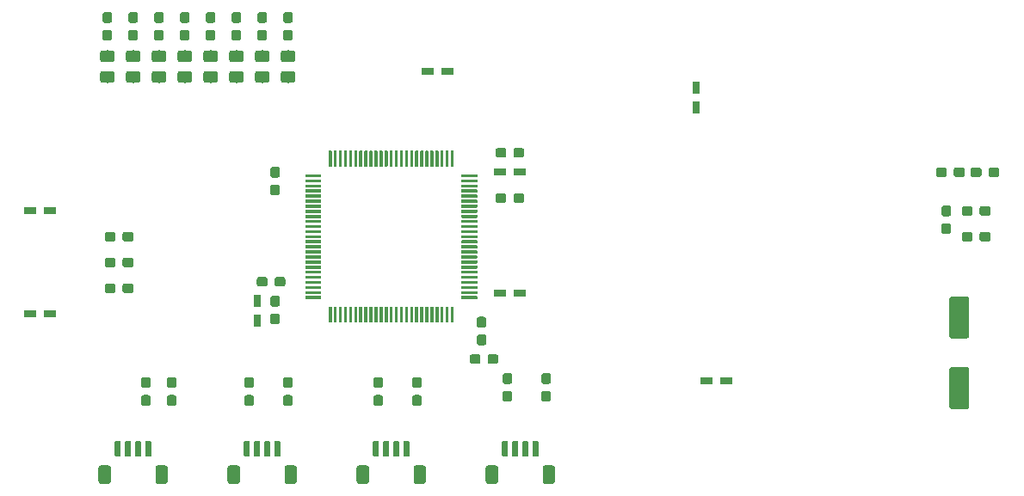
<source format=gbr>
G04 #@! TF.GenerationSoftware,KiCad,Pcbnew,(5.1.4)-1*
G04 #@! TF.CreationDate,2020-02-29T10:59:18+01:00*
G04 #@! TF.ProjectId,stm32_board,73746d33-325f-4626-9f61-72642e6b6963,rev?*
G04 #@! TF.SameCoordinates,Original*
G04 #@! TF.FileFunction,Paste,Top*
G04 #@! TF.FilePolarity,Positive*
%FSLAX46Y46*%
G04 Gerber Fmt 4.6, Leading zero omitted, Abs format (unit mm)*
G04 Created by KiCad (PCBNEW (5.1.4)-1) date 2020-02-29 10:59:18*
%MOMM*%
%LPD*%
G04 APERTURE LIST*
%ADD10C,0.100000*%
%ADD11C,0.300000*%
%ADD12C,0.950000*%
%ADD13C,1.150000*%
%ADD14C,1.200000*%
%ADD15C,0.600000*%
%ADD16C,1.900000*%
%ADD17R,1.200000X0.750000*%
%ADD18R,0.750000X1.200000*%
G04 APERTURE END LIST*
D10*
G36*
X94982351Y-115985361D02*
G01*
X94989632Y-115986441D01*
X94996771Y-115988229D01*
X95003701Y-115990709D01*
X95010355Y-115993856D01*
X95016668Y-115997640D01*
X95022579Y-116002024D01*
X95028033Y-116006967D01*
X95032976Y-116012421D01*
X95037360Y-116018332D01*
X95041144Y-116024645D01*
X95044291Y-116031299D01*
X95046771Y-116038229D01*
X95048559Y-116045368D01*
X95049639Y-116052649D01*
X95050000Y-116060000D01*
X95050000Y-117510000D01*
X95049639Y-117517351D01*
X95048559Y-117524632D01*
X95046771Y-117531771D01*
X95044291Y-117538701D01*
X95041144Y-117545355D01*
X95037360Y-117551668D01*
X95032976Y-117557579D01*
X95028033Y-117563033D01*
X95022579Y-117567976D01*
X95016668Y-117572360D01*
X95010355Y-117576144D01*
X95003701Y-117579291D01*
X94996771Y-117581771D01*
X94989632Y-117583559D01*
X94982351Y-117584639D01*
X94975000Y-117585000D01*
X94825000Y-117585000D01*
X94817649Y-117584639D01*
X94810368Y-117583559D01*
X94803229Y-117581771D01*
X94796299Y-117579291D01*
X94789645Y-117576144D01*
X94783332Y-117572360D01*
X94777421Y-117567976D01*
X94771967Y-117563033D01*
X94767024Y-117557579D01*
X94762640Y-117551668D01*
X94758856Y-117545355D01*
X94755709Y-117538701D01*
X94753229Y-117531771D01*
X94751441Y-117524632D01*
X94750361Y-117517351D01*
X94750000Y-117510000D01*
X94750000Y-116060000D01*
X94750361Y-116052649D01*
X94751441Y-116045368D01*
X94753229Y-116038229D01*
X94755709Y-116031299D01*
X94758856Y-116024645D01*
X94762640Y-116018332D01*
X94767024Y-116012421D01*
X94771967Y-116006967D01*
X94777421Y-116002024D01*
X94783332Y-115997640D01*
X94789645Y-115993856D01*
X94796299Y-115990709D01*
X94803229Y-115988229D01*
X94810368Y-115986441D01*
X94817649Y-115985361D01*
X94825000Y-115985000D01*
X94975000Y-115985000D01*
X94982351Y-115985361D01*
X94982351Y-115985361D01*
G37*
D11*
X94900000Y-116785000D03*
D10*
G36*
X94482351Y-115985361D02*
G01*
X94489632Y-115986441D01*
X94496771Y-115988229D01*
X94503701Y-115990709D01*
X94510355Y-115993856D01*
X94516668Y-115997640D01*
X94522579Y-116002024D01*
X94528033Y-116006967D01*
X94532976Y-116012421D01*
X94537360Y-116018332D01*
X94541144Y-116024645D01*
X94544291Y-116031299D01*
X94546771Y-116038229D01*
X94548559Y-116045368D01*
X94549639Y-116052649D01*
X94550000Y-116060000D01*
X94550000Y-117510000D01*
X94549639Y-117517351D01*
X94548559Y-117524632D01*
X94546771Y-117531771D01*
X94544291Y-117538701D01*
X94541144Y-117545355D01*
X94537360Y-117551668D01*
X94532976Y-117557579D01*
X94528033Y-117563033D01*
X94522579Y-117567976D01*
X94516668Y-117572360D01*
X94510355Y-117576144D01*
X94503701Y-117579291D01*
X94496771Y-117581771D01*
X94489632Y-117583559D01*
X94482351Y-117584639D01*
X94475000Y-117585000D01*
X94325000Y-117585000D01*
X94317649Y-117584639D01*
X94310368Y-117583559D01*
X94303229Y-117581771D01*
X94296299Y-117579291D01*
X94289645Y-117576144D01*
X94283332Y-117572360D01*
X94277421Y-117567976D01*
X94271967Y-117563033D01*
X94267024Y-117557579D01*
X94262640Y-117551668D01*
X94258856Y-117545355D01*
X94255709Y-117538701D01*
X94253229Y-117531771D01*
X94251441Y-117524632D01*
X94250361Y-117517351D01*
X94250000Y-117510000D01*
X94250000Y-116060000D01*
X94250361Y-116052649D01*
X94251441Y-116045368D01*
X94253229Y-116038229D01*
X94255709Y-116031299D01*
X94258856Y-116024645D01*
X94262640Y-116018332D01*
X94267024Y-116012421D01*
X94271967Y-116006967D01*
X94277421Y-116002024D01*
X94283332Y-115997640D01*
X94289645Y-115993856D01*
X94296299Y-115990709D01*
X94303229Y-115988229D01*
X94310368Y-115986441D01*
X94317649Y-115985361D01*
X94325000Y-115985000D01*
X94475000Y-115985000D01*
X94482351Y-115985361D01*
X94482351Y-115985361D01*
G37*
D11*
X94400000Y-116785000D03*
D10*
G36*
X93982351Y-115985361D02*
G01*
X93989632Y-115986441D01*
X93996771Y-115988229D01*
X94003701Y-115990709D01*
X94010355Y-115993856D01*
X94016668Y-115997640D01*
X94022579Y-116002024D01*
X94028033Y-116006967D01*
X94032976Y-116012421D01*
X94037360Y-116018332D01*
X94041144Y-116024645D01*
X94044291Y-116031299D01*
X94046771Y-116038229D01*
X94048559Y-116045368D01*
X94049639Y-116052649D01*
X94050000Y-116060000D01*
X94050000Y-117510000D01*
X94049639Y-117517351D01*
X94048559Y-117524632D01*
X94046771Y-117531771D01*
X94044291Y-117538701D01*
X94041144Y-117545355D01*
X94037360Y-117551668D01*
X94032976Y-117557579D01*
X94028033Y-117563033D01*
X94022579Y-117567976D01*
X94016668Y-117572360D01*
X94010355Y-117576144D01*
X94003701Y-117579291D01*
X93996771Y-117581771D01*
X93989632Y-117583559D01*
X93982351Y-117584639D01*
X93975000Y-117585000D01*
X93825000Y-117585000D01*
X93817649Y-117584639D01*
X93810368Y-117583559D01*
X93803229Y-117581771D01*
X93796299Y-117579291D01*
X93789645Y-117576144D01*
X93783332Y-117572360D01*
X93777421Y-117567976D01*
X93771967Y-117563033D01*
X93767024Y-117557579D01*
X93762640Y-117551668D01*
X93758856Y-117545355D01*
X93755709Y-117538701D01*
X93753229Y-117531771D01*
X93751441Y-117524632D01*
X93750361Y-117517351D01*
X93750000Y-117510000D01*
X93750000Y-116060000D01*
X93750361Y-116052649D01*
X93751441Y-116045368D01*
X93753229Y-116038229D01*
X93755709Y-116031299D01*
X93758856Y-116024645D01*
X93762640Y-116018332D01*
X93767024Y-116012421D01*
X93771967Y-116006967D01*
X93777421Y-116002024D01*
X93783332Y-115997640D01*
X93789645Y-115993856D01*
X93796299Y-115990709D01*
X93803229Y-115988229D01*
X93810368Y-115986441D01*
X93817649Y-115985361D01*
X93825000Y-115985000D01*
X93975000Y-115985000D01*
X93982351Y-115985361D01*
X93982351Y-115985361D01*
G37*
D11*
X93900000Y-116785000D03*
D10*
G36*
X93482351Y-115985361D02*
G01*
X93489632Y-115986441D01*
X93496771Y-115988229D01*
X93503701Y-115990709D01*
X93510355Y-115993856D01*
X93516668Y-115997640D01*
X93522579Y-116002024D01*
X93528033Y-116006967D01*
X93532976Y-116012421D01*
X93537360Y-116018332D01*
X93541144Y-116024645D01*
X93544291Y-116031299D01*
X93546771Y-116038229D01*
X93548559Y-116045368D01*
X93549639Y-116052649D01*
X93550000Y-116060000D01*
X93550000Y-117510000D01*
X93549639Y-117517351D01*
X93548559Y-117524632D01*
X93546771Y-117531771D01*
X93544291Y-117538701D01*
X93541144Y-117545355D01*
X93537360Y-117551668D01*
X93532976Y-117557579D01*
X93528033Y-117563033D01*
X93522579Y-117567976D01*
X93516668Y-117572360D01*
X93510355Y-117576144D01*
X93503701Y-117579291D01*
X93496771Y-117581771D01*
X93489632Y-117583559D01*
X93482351Y-117584639D01*
X93475000Y-117585000D01*
X93325000Y-117585000D01*
X93317649Y-117584639D01*
X93310368Y-117583559D01*
X93303229Y-117581771D01*
X93296299Y-117579291D01*
X93289645Y-117576144D01*
X93283332Y-117572360D01*
X93277421Y-117567976D01*
X93271967Y-117563033D01*
X93267024Y-117557579D01*
X93262640Y-117551668D01*
X93258856Y-117545355D01*
X93255709Y-117538701D01*
X93253229Y-117531771D01*
X93251441Y-117524632D01*
X93250361Y-117517351D01*
X93250000Y-117510000D01*
X93250000Y-116060000D01*
X93250361Y-116052649D01*
X93251441Y-116045368D01*
X93253229Y-116038229D01*
X93255709Y-116031299D01*
X93258856Y-116024645D01*
X93262640Y-116018332D01*
X93267024Y-116012421D01*
X93271967Y-116006967D01*
X93277421Y-116002024D01*
X93283332Y-115997640D01*
X93289645Y-115993856D01*
X93296299Y-115990709D01*
X93303229Y-115988229D01*
X93310368Y-115986441D01*
X93317649Y-115985361D01*
X93325000Y-115985000D01*
X93475000Y-115985000D01*
X93482351Y-115985361D01*
X93482351Y-115985361D01*
G37*
D11*
X93400000Y-116785000D03*
D10*
G36*
X92982351Y-115985361D02*
G01*
X92989632Y-115986441D01*
X92996771Y-115988229D01*
X93003701Y-115990709D01*
X93010355Y-115993856D01*
X93016668Y-115997640D01*
X93022579Y-116002024D01*
X93028033Y-116006967D01*
X93032976Y-116012421D01*
X93037360Y-116018332D01*
X93041144Y-116024645D01*
X93044291Y-116031299D01*
X93046771Y-116038229D01*
X93048559Y-116045368D01*
X93049639Y-116052649D01*
X93050000Y-116060000D01*
X93050000Y-117510000D01*
X93049639Y-117517351D01*
X93048559Y-117524632D01*
X93046771Y-117531771D01*
X93044291Y-117538701D01*
X93041144Y-117545355D01*
X93037360Y-117551668D01*
X93032976Y-117557579D01*
X93028033Y-117563033D01*
X93022579Y-117567976D01*
X93016668Y-117572360D01*
X93010355Y-117576144D01*
X93003701Y-117579291D01*
X92996771Y-117581771D01*
X92989632Y-117583559D01*
X92982351Y-117584639D01*
X92975000Y-117585000D01*
X92825000Y-117585000D01*
X92817649Y-117584639D01*
X92810368Y-117583559D01*
X92803229Y-117581771D01*
X92796299Y-117579291D01*
X92789645Y-117576144D01*
X92783332Y-117572360D01*
X92777421Y-117567976D01*
X92771967Y-117563033D01*
X92767024Y-117557579D01*
X92762640Y-117551668D01*
X92758856Y-117545355D01*
X92755709Y-117538701D01*
X92753229Y-117531771D01*
X92751441Y-117524632D01*
X92750361Y-117517351D01*
X92750000Y-117510000D01*
X92750000Y-116060000D01*
X92750361Y-116052649D01*
X92751441Y-116045368D01*
X92753229Y-116038229D01*
X92755709Y-116031299D01*
X92758856Y-116024645D01*
X92762640Y-116018332D01*
X92767024Y-116012421D01*
X92771967Y-116006967D01*
X92777421Y-116002024D01*
X92783332Y-115997640D01*
X92789645Y-115993856D01*
X92796299Y-115990709D01*
X92803229Y-115988229D01*
X92810368Y-115986441D01*
X92817649Y-115985361D01*
X92825000Y-115985000D01*
X92975000Y-115985000D01*
X92982351Y-115985361D01*
X92982351Y-115985361D01*
G37*
D11*
X92900000Y-116785000D03*
D10*
G36*
X92482351Y-115985361D02*
G01*
X92489632Y-115986441D01*
X92496771Y-115988229D01*
X92503701Y-115990709D01*
X92510355Y-115993856D01*
X92516668Y-115997640D01*
X92522579Y-116002024D01*
X92528033Y-116006967D01*
X92532976Y-116012421D01*
X92537360Y-116018332D01*
X92541144Y-116024645D01*
X92544291Y-116031299D01*
X92546771Y-116038229D01*
X92548559Y-116045368D01*
X92549639Y-116052649D01*
X92550000Y-116060000D01*
X92550000Y-117510000D01*
X92549639Y-117517351D01*
X92548559Y-117524632D01*
X92546771Y-117531771D01*
X92544291Y-117538701D01*
X92541144Y-117545355D01*
X92537360Y-117551668D01*
X92532976Y-117557579D01*
X92528033Y-117563033D01*
X92522579Y-117567976D01*
X92516668Y-117572360D01*
X92510355Y-117576144D01*
X92503701Y-117579291D01*
X92496771Y-117581771D01*
X92489632Y-117583559D01*
X92482351Y-117584639D01*
X92475000Y-117585000D01*
X92325000Y-117585000D01*
X92317649Y-117584639D01*
X92310368Y-117583559D01*
X92303229Y-117581771D01*
X92296299Y-117579291D01*
X92289645Y-117576144D01*
X92283332Y-117572360D01*
X92277421Y-117567976D01*
X92271967Y-117563033D01*
X92267024Y-117557579D01*
X92262640Y-117551668D01*
X92258856Y-117545355D01*
X92255709Y-117538701D01*
X92253229Y-117531771D01*
X92251441Y-117524632D01*
X92250361Y-117517351D01*
X92250000Y-117510000D01*
X92250000Y-116060000D01*
X92250361Y-116052649D01*
X92251441Y-116045368D01*
X92253229Y-116038229D01*
X92255709Y-116031299D01*
X92258856Y-116024645D01*
X92262640Y-116018332D01*
X92267024Y-116012421D01*
X92271967Y-116006967D01*
X92277421Y-116002024D01*
X92283332Y-115997640D01*
X92289645Y-115993856D01*
X92296299Y-115990709D01*
X92303229Y-115988229D01*
X92310368Y-115986441D01*
X92317649Y-115985361D01*
X92325000Y-115985000D01*
X92475000Y-115985000D01*
X92482351Y-115985361D01*
X92482351Y-115985361D01*
G37*
D11*
X92400000Y-116785000D03*
D10*
G36*
X91982351Y-115985361D02*
G01*
X91989632Y-115986441D01*
X91996771Y-115988229D01*
X92003701Y-115990709D01*
X92010355Y-115993856D01*
X92016668Y-115997640D01*
X92022579Y-116002024D01*
X92028033Y-116006967D01*
X92032976Y-116012421D01*
X92037360Y-116018332D01*
X92041144Y-116024645D01*
X92044291Y-116031299D01*
X92046771Y-116038229D01*
X92048559Y-116045368D01*
X92049639Y-116052649D01*
X92050000Y-116060000D01*
X92050000Y-117510000D01*
X92049639Y-117517351D01*
X92048559Y-117524632D01*
X92046771Y-117531771D01*
X92044291Y-117538701D01*
X92041144Y-117545355D01*
X92037360Y-117551668D01*
X92032976Y-117557579D01*
X92028033Y-117563033D01*
X92022579Y-117567976D01*
X92016668Y-117572360D01*
X92010355Y-117576144D01*
X92003701Y-117579291D01*
X91996771Y-117581771D01*
X91989632Y-117583559D01*
X91982351Y-117584639D01*
X91975000Y-117585000D01*
X91825000Y-117585000D01*
X91817649Y-117584639D01*
X91810368Y-117583559D01*
X91803229Y-117581771D01*
X91796299Y-117579291D01*
X91789645Y-117576144D01*
X91783332Y-117572360D01*
X91777421Y-117567976D01*
X91771967Y-117563033D01*
X91767024Y-117557579D01*
X91762640Y-117551668D01*
X91758856Y-117545355D01*
X91755709Y-117538701D01*
X91753229Y-117531771D01*
X91751441Y-117524632D01*
X91750361Y-117517351D01*
X91750000Y-117510000D01*
X91750000Y-116060000D01*
X91750361Y-116052649D01*
X91751441Y-116045368D01*
X91753229Y-116038229D01*
X91755709Y-116031299D01*
X91758856Y-116024645D01*
X91762640Y-116018332D01*
X91767024Y-116012421D01*
X91771967Y-116006967D01*
X91777421Y-116002024D01*
X91783332Y-115997640D01*
X91789645Y-115993856D01*
X91796299Y-115990709D01*
X91803229Y-115988229D01*
X91810368Y-115986441D01*
X91817649Y-115985361D01*
X91825000Y-115985000D01*
X91975000Y-115985000D01*
X91982351Y-115985361D01*
X91982351Y-115985361D01*
G37*
D11*
X91900000Y-116785000D03*
D10*
G36*
X91482351Y-115985361D02*
G01*
X91489632Y-115986441D01*
X91496771Y-115988229D01*
X91503701Y-115990709D01*
X91510355Y-115993856D01*
X91516668Y-115997640D01*
X91522579Y-116002024D01*
X91528033Y-116006967D01*
X91532976Y-116012421D01*
X91537360Y-116018332D01*
X91541144Y-116024645D01*
X91544291Y-116031299D01*
X91546771Y-116038229D01*
X91548559Y-116045368D01*
X91549639Y-116052649D01*
X91550000Y-116060000D01*
X91550000Y-117510000D01*
X91549639Y-117517351D01*
X91548559Y-117524632D01*
X91546771Y-117531771D01*
X91544291Y-117538701D01*
X91541144Y-117545355D01*
X91537360Y-117551668D01*
X91532976Y-117557579D01*
X91528033Y-117563033D01*
X91522579Y-117567976D01*
X91516668Y-117572360D01*
X91510355Y-117576144D01*
X91503701Y-117579291D01*
X91496771Y-117581771D01*
X91489632Y-117583559D01*
X91482351Y-117584639D01*
X91475000Y-117585000D01*
X91325000Y-117585000D01*
X91317649Y-117584639D01*
X91310368Y-117583559D01*
X91303229Y-117581771D01*
X91296299Y-117579291D01*
X91289645Y-117576144D01*
X91283332Y-117572360D01*
X91277421Y-117567976D01*
X91271967Y-117563033D01*
X91267024Y-117557579D01*
X91262640Y-117551668D01*
X91258856Y-117545355D01*
X91255709Y-117538701D01*
X91253229Y-117531771D01*
X91251441Y-117524632D01*
X91250361Y-117517351D01*
X91250000Y-117510000D01*
X91250000Y-116060000D01*
X91250361Y-116052649D01*
X91251441Y-116045368D01*
X91253229Y-116038229D01*
X91255709Y-116031299D01*
X91258856Y-116024645D01*
X91262640Y-116018332D01*
X91267024Y-116012421D01*
X91271967Y-116006967D01*
X91277421Y-116002024D01*
X91283332Y-115997640D01*
X91289645Y-115993856D01*
X91296299Y-115990709D01*
X91303229Y-115988229D01*
X91310368Y-115986441D01*
X91317649Y-115985361D01*
X91325000Y-115985000D01*
X91475000Y-115985000D01*
X91482351Y-115985361D01*
X91482351Y-115985361D01*
G37*
D11*
X91400000Y-116785000D03*
D10*
G36*
X90982351Y-115985361D02*
G01*
X90989632Y-115986441D01*
X90996771Y-115988229D01*
X91003701Y-115990709D01*
X91010355Y-115993856D01*
X91016668Y-115997640D01*
X91022579Y-116002024D01*
X91028033Y-116006967D01*
X91032976Y-116012421D01*
X91037360Y-116018332D01*
X91041144Y-116024645D01*
X91044291Y-116031299D01*
X91046771Y-116038229D01*
X91048559Y-116045368D01*
X91049639Y-116052649D01*
X91050000Y-116060000D01*
X91050000Y-117510000D01*
X91049639Y-117517351D01*
X91048559Y-117524632D01*
X91046771Y-117531771D01*
X91044291Y-117538701D01*
X91041144Y-117545355D01*
X91037360Y-117551668D01*
X91032976Y-117557579D01*
X91028033Y-117563033D01*
X91022579Y-117567976D01*
X91016668Y-117572360D01*
X91010355Y-117576144D01*
X91003701Y-117579291D01*
X90996771Y-117581771D01*
X90989632Y-117583559D01*
X90982351Y-117584639D01*
X90975000Y-117585000D01*
X90825000Y-117585000D01*
X90817649Y-117584639D01*
X90810368Y-117583559D01*
X90803229Y-117581771D01*
X90796299Y-117579291D01*
X90789645Y-117576144D01*
X90783332Y-117572360D01*
X90777421Y-117567976D01*
X90771967Y-117563033D01*
X90767024Y-117557579D01*
X90762640Y-117551668D01*
X90758856Y-117545355D01*
X90755709Y-117538701D01*
X90753229Y-117531771D01*
X90751441Y-117524632D01*
X90750361Y-117517351D01*
X90750000Y-117510000D01*
X90750000Y-116060000D01*
X90750361Y-116052649D01*
X90751441Y-116045368D01*
X90753229Y-116038229D01*
X90755709Y-116031299D01*
X90758856Y-116024645D01*
X90762640Y-116018332D01*
X90767024Y-116012421D01*
X90771967Y-116006967D01*
X90777421Y-116002024D01*
X90783332Y-115997640D01*
X90789645Y-115993856D01*
X90796299Y-115990709D01*
X90803229Y-115988229D01*
X90810368Y-115986441D01*
X90817649Y-115985361D01*
X90825000Y-115985000D01*
X90975000Y-115985000D01*
X90982351Y-115985361D01*
X90982351Y-115985361D01*
G37*
D11*
X90900000Y-116785000D03*
D10*
G36*
X90482351Y-115985361D02*
G01*
X90489632Y-115986441D01*
X90496771Y-115988229D01*
X90503701Y-115990709D01*
X90510355Y-115993856D01*
X90516668Y-115997640D01*
X90522579Y-116002024D01*
X90528033Y-116006967D01*
X90532976Y-116012421D01*
X90537360Y-116018332D01*
X90541144Y-116024645D01*
X90544291Y-116031299D01*
X90546771Y-116038229D01*
X90548559Y-116045368D01*
X90549639Y-116052649D01*
X90550000Y-116060000D01*
X90550000Y-117510000D01*
X90549639Y-117517351D01*
X90548559Y-117524632D01*
X90546771Y-117531771D01*
X90544291Y-117538701D01*
X90541144Y-117545355D01*
X90537360Y-117551668D01*
X90532976Y-117557579D01*
X90528033Y-117563033D01*
X90522579Y-117567976D01*
X90516668Y-117572360D01*
X90510355Y-117576144D01*
X90503701Y-117579291D01*
X90496771Y-117581771D01*
X90489632Y-117583559D01*
X90482351Y-117584639D01*
X90475000Y-117585000D01*
X90325000Y-117585000D01*
X90317649Y-117584639D01*
X90310368Y-117583559D01*
X90303229Y-117581771D01*
X90296299Y-117579291D01*
X90289645Y-117576144D01*
X90283332Y-117572360D01*
X90277421Y-117567976D01*
X90271967Y-117563033D01*
X90267024Y-117557579D01*
X90262640Y-117551668D01*
X90258856Y-117545355D01*
X90255709Y-117538701D01*
X90253229Y-117531771D01*
X90251441Y-117524632D01*
X90250361Y-117517351D01*
X90250000Y-117510000D01*
X90250000Y-116060000D01*
X90250361Y-116052649D01*
X90251441Y-116045368D01*
X90253229Y-116038229D01*
X90255709Y-116031299D01*
X90258856Y-116024645D01*
X90262640Y-116018332D01*
X90267024Y-116012421D01*
X90271967Y-116006967D01*
X90277421Y-116002024D01*
X90283332Y-115997640D01*
X90289645Y-115993856D01*
X90296299Y-115990709D01*
X90303229Y-115988229D01*
X90310368Y-115986441D01*
X90317649Y-115985361D01*
X90325000Y-115985000D01*
X90475000Y-115985000D01*
X90482351Y-115985361D01*
X90482351Y-115985361D01*
G37*
D11*
X90400000Y-116785000D03*
D10*
G36*
X89982351Y-115985361D02*
G01*
X89989632Y-115986441D01*
X89996771Y-115988229D01*
X90003701Y-115990709D01*
X90010355Y-115993856D01*
X90016668Y-115997640D01*
X90022579Y-116002024D01*
X90028033Y-116006967D01*
X90032976Y-116012421D01*
X90037360Y-116018332D01*
X90041144Y-116024645D01*
X90044291Y-116031299D01*
X90046771Y-116038229D01*
X90048559Y-116045368D01*
X90049639Y-116052649D01*
X90050000Y-116060000D01*
X90050000Y-117510000D01*
X90049639Y-117517351D01*
X90048559Y-117524632D01*
X90046771Y-117531771D01*
X90044291Y-117538701D01*
X90041144Y-117545355D01*
X90037360Y-117551668D01*
X90032976Y-117557579D01*
X90028033Y-117563033D01*
X90022579Y-117567976D01*
X90016668Y-117572360D01*
X90010355Y-117576144D01*
X90003701Y-117579291D01*
X89996771Y-117581771D01*
X89989632Y-117583559D01*
X89982351Y-117584639D01*
X89975000Y-117585000D01*
X89825000Y-117585000D01*
X89817649Y-117584639D01*
X89810368Y-117583559D01*
X89803229Y-117581771D01*
X89796299Y-117579291D01*
X89789645Y-117576144D01*
X89783332Y-117572360D01*
X89777421Y-117567976D01*
X89771967Y-117563033D01*
X89767024Y-117557579D01*
X89762640Y-117551668D01*
X89758856Y-117545355D01*
X89755709Y-117538701D01*
X89753229Y-117531771D01*
X89751441Y-117524632D01*
X89750361Y-117517351D01*
X89750000Y-117510000D01*
X89750000Y-116060000D01*
X89750361Y-116052649D01*
X89751441Y-116045368D01*
X89753229Y-116038229D01*
X89755709Y-116031299D01*
X89758856Y-116024645D01*
X89762640Y-116018332D01*
X89767024Y-116012421D01*
X89771967Y-116006967D01*
X89777421Y-116002024D01*
X89783332Y-115997640D01*
X89789645Y-115993856D01*
X89796299Y-115990709D01*
X89803229Y-115988229D01*
X89810368Y-115986441D01*
X89817649Y-115985361D01*
X89825000Y-115985000D01*
X89975000Y-115985000D01*
X89982351Y-115985361D01*
X89982351Y-115985361D01*
G37*
D11*
X89900000Y-116785000D03*
D10*
G36*
X89482351Y-115985361D02*
G01*
X89489632Y-115986441D01*
X89496771Y-115988229D01*
X89503701Y-115990709D01*
X89510355Y-115993856D01*
X89516668Y-115997640D01*
X89522579Y-116002024D01*
X89528033Y-116006967D01*
X89532976Y-116012421D01*
X89537360Y-116018332D01*
X89541144Y-116024645D01*
X89544291Y-116031299D01*
X89546771Y-116038229D01*
X89548559Y-116045368D01*
X89549639Y-116052649D01*
X89550000Y-116060000D01*
X89550000Y-117510000D01*
X89549639Y-117517351D01*
X89548559Y-117524632D01*
X89546771Y-117531771D01*
X89544291Y-117538701D01*
X89541144Y-117545355D01*
X89537360Y-117551668D01*
X89532976Y-117557579D01*
X89528033Y-117563033D01*
X89522579Y-117567976D01*
X89516668Y-117572360D01*
X89510355Y-117576144D01*
X89503701Y-117579291D01*
X89496771Y-117581771D01*
X89489632Y-117583559D01*
X89482351Y-117584639D01*
X89475000Y-117585000D01*
X89325000Y-117585000D01*
X89317649Y-117584639D01*
X89310368Y-117583559D01*
X89303229Y-117581771D01*
X89296299Y-117579291D01*
X89289645Y-117576144D01*
X89283332Y-117572360D01*
X89277421Y-117567976D01*
X89271967Y-117563033D01*
X89267024Y-117557579D01*
X89262640Y-117551668D01*
X89258856Y-117545355D01*
X89255709Y-117538701D01*
X89253229Y-117531771D01*
X89251441Y-117524632D01*
X89250361Y-117517351D01*
X89250000Y-117510000D01*
X89250000Y-116060000D01*
X89250361Y-116052649D01*
X89251441Y-116045368D01*
X89253229Y-116038229D01*
X89255709Y-116031299D01*
X89258856Y-116024645D01*
X89262640Y-116018332D01*
X89267024Y-116012421D01*
X89271967Y-116006967D01*
X89277421Y-116002024D01*
X89283332Y-115997640D01*
X89289645Y-115993856D01*
X89296299Y-115990709D01*
X89303229Y-115988229D01*
X89310368Y-115986441D01*
X89317649Y-115985361D01*
X89325000Y-115985000D01*
X89475000Y-115985000D01*
X89482351Y-115985361D01*
X89482351Y-115985361D01*
G37*
D11*
X89400000Y-116785000D03*
D10*
G36*
X88982351Y-115985361D02*
G01*
X88989632Y-115986441D01*
X88996771Y-115988229D01*
X89003701Y-115990709D01*
X89010355Y-115993856D01*
X89016668Y-115997640D01*
X89022579Y-116002024D01*
X89028033Y-116006967D01*
X89032976Y-116012421D01*
X89037360Y-116018332D01*
X89041144Y-116024645D01*
X89044291Y-116031299D01*
X89046771Y-116038229D01*
X89048559Y-116045368D01*
X89049639Y-116052649D01*
X89050000Y-116060000D01*
X89050000Y-117510000D01*
X89049639Y-117517351D01*
X89048559Y-117524632D01*
X89046771Y-117531771D01*
X89044291Y-117538701D01*
X89041144Y-117545355D01*
X89037360Y-117551668D01*
X89032976Y-117557579D01*
X89028033Y-117563033D01*
X89022579Y-117567976D01*
X89016668Y-117572360D01*
X89010355Y-117576144D01*
X89003701Y-117579291D01*
X88996771Y-117581771D01*
X88989632Y-117583559D01*
X88982351Y-117584639D01*
X88975000Y-117585000D01*
X88825000Y-117585000D01*
X88817649Y-117584639D01*
X88810368Y-117583559D01*
X88803229Y-117581771D01*
X88796299Y-117579291D01*
X88789645Y-117576144D01*
X88783332Y-117572360D01*
X88777421Y-117567976D01*
X88771967Y-117563033D01*
X88767024Y-117557579D01*
X88762640Y-117551668D01*
X88758856Y-117545355D01*
X88755709Y-117538701D01*
X88753229Y-117531771D01*
X88751441Y-117524632D01*
X88750361Y-117517351D01*
X88750000Y-117510000D01*
X88750000Y-116060000D01*
X88750361Y-116052649D01*
X88751441Y-116045368D01*
X88753229Y-116038229D01*
X88755709Y-116031299D01*
X88758856Y-116024645D01*
X88762640Y-116018332D01*
X88767024Y-116012421D01*
X88771967Y-116006967D01*
X88777421Y-116002024D01*
X88783332Y-115997640D01*
X88789645Y-115993856D01*
X88796299Y-115990709D01*
X88803229Y-115988229D01*
X88810368Y-115986441D01*
X88817649Y-115985361D01*
X88825000Y-115985000D01*
X88975000Y-115985000D01*
X88982351Y-115985361D01*
X88982351Y-115985361D01*
G37*
D11*
X88900000Y-116785000D03*
D10*
G36*
X88482351Y-115985361D02*
G01*
X88489632Y-115986441D01*
X88496771Y-115988229D01*
X88503701Y-115990709D01*
X88510355Y-115993856D01*
X88516668Y-115997640D01*
X88522579Y-116002024D01*
X88528033Y-116006967D01*
X88532976Y-116012421D01*
X88537360Y-116018332D01*
X88541144Y-116024645D01*
X88544291Y-116031299D01*
X88546771Y-116038229D01*
X88548559Y-116045368D01*
X88549639Y-116052649D01*
X88550000Y-116060000D01*
X88550000Y-117510000D01*
X88549639Y-117517351D01*
X88548559Y-117524632D01*
X88546771Y-117531771D01*
X88544291Y-117538701D01*
X88541144Y-117545355D01*
X88537360Y-117551668D01*
X88532976Y-117557579D01*
X88528033Y-117563033D01*
X88522579Y-117567976D01*
X88516668Y-117572360D01*
X88510355Y-117576144D01*
X88503701Y-117579291D01*
X88496771Y-117581771D01*
X88489632Y-117583559D01*
X88482351Y-117584639D01*
X88475000Y-117585000D01*
X88325000Y-117585000D01*
X88317649Y-117584639D01*
X88310368Y-117583559D01*
X88303229Y-117581771D01*
X88296299Y-117579291D01*
X88289645Y-117576144D01*
X88283332Y-117572360D01*
X88277421Y-117567976D01*
X88271967Y-117563033D01*
X88267024Y-117557579D01*
X88262640Y-117551668D01*
X88258856Y-117545355D01*
X88255709Y-117538701D01*
X88253229Y-117531771D01*
X88251441Y-117524632D01*
X88250361Y-117517351D01*
X88250000Y-117510000D01*
X88250000Y-116060000D01*
X88250361Y-116052649D01*
X88251441Y-116045368D01*
X88253229Y-116038229D01*
X88255709Y-116031299D01*
X88258856Y-116024645D01*
X88262640Y-116018332D01*
X88267024Y-116012421D01*
X88271967Y-116006967D01*
X88277421Y-116002024D01*
X88283332Y-115997640D01*
X88289645Y-115993856D01*
X88296299Y-115990709D01*
X88303229Y-115988229D01*
X88310368Y-115986441D01*
X88317649Y-115985361D01*
X88325000Y-115985000D01*
X88475000Y-115985000D01*
X88482351Y-115985361D01*
X88482351Y-115985361D01*
G37*
D11*
X88400000Y-116785000D03*
D10*
G36*
X87982351Y-115985361D02*
G01*
X87989632Y-115986441D01*
X87996771Y-115988229D01*
X88003701Y-115990709D01*
X88010355Y-115993856D01*
X88016668Y-115997640D01*
X88022579Y-116002024D01*
X88028033Y-116006967D01*
X88032976Y-116012421D01*
X88037360Y-116018332D01*
X88041144Y-116024645D01*
X88044291Y-116031299D01*
X88046771Y-116038229D01*
X88048559Y-116045368D01*
X88049639Y-116052649D01*
X88050000Y-116060000D01*
X88050000Y-117510000D01*
X88049639Y-117517351D01*
X88048559Y-117524632D01*
X88046771Y-117531771D01*
X88044291Y-117538701D01*
X88041144Y-117545355D01*
X88037360Y-117551668D01*
X88032976Y-117557579D01*
X88028033Y-117563033D01*
X88022579Y-117567976D01*
X88016668Y-117572360D01*
X88010355Y-117576144D01*
X88003701Y-117579291D01*
X87996771Y-117581771D01*
X87989632Y-117583559D01*
X87982351Y-117584639D01*
X87975000Y-117585000D01*
X87825000Y-117585000D01*
X87817649Y-117584639D01*
X87810368Y-117583559D01*
X87803229Y-117581771D01*
X87796299Y-117579291D01*
X87789645Y-117576144D01*
X87783332Y-117572360D01*
X87777421Y-117567976D01*
X87771967Y-117563033D01*
X87767024Y-117557579D01*
X87762640Y-117551668D01*
X87758856Y-117545355D01*
X87755709Y-117538701D01*
X87753229Y-117531771D01*
X87751441Y-117524632D01*
X87750361Y-117517351D01*
X87750000Y-117510000D01*
X87750000Y-116060000D01*
X87750361Y-116052649D01*
X87751441Y-116045368D01*
X87753229Y-116038229D01*
X87755709Y-116031299D01*
X87758856Y-116024645D01*
X87762640Y-116018332D01*
X87767024Y-116012421D01*
X87771967Y-116006967D01*
X87777421Y-116002024D01*
X87783332Y-115997640D01*
X87789645Y-115993856D01*
X87796299Y-115990709D01*
X87803229Y-115988229D01*
X87810368Y-115986441D01*
X87817649Y-115985361D01*
X87825000Y-115985000D01*
X87975000Y-115985000D01*
X87982351Y-115985361D01*
X87982351Y-115985361D01*
G37*
D11*
X87900000Y-116785000D03*
D10*
G36*
X87482351Y-115985361D02*
G01*
X87489632Y-115986441D01*
X87496771Y-115988229D01*
X87503701Y-115990709D01*
X87510355Y-115993856D01*
X87516668Y-115997640D01*
X87522579Y-116002024D01*
X87528033Y-116006967D01*
X87532976Y-116012421D01*
X87537360Y-116018332D01*
X87541144Y-116024645D01*
X87544291Y-116031299D01*
X87546771Y-116038229D01*
X87548559Y-116045368D01*
X87549639Y-116052649D01*
X87550000Y-116060000D01*
X87550000Y-117510000D01*
X87549639Y-117517351D01*
X87548559Y-117524632D01*
X87546771Y-117531771D01*
X87544291Y-117538701D01*
X87541144Y-117545355D01*
X87537360Y-117551668D01*
X87532976Y-117557579D01*
X87528033Y-117563033D01*
X87522579Y-117567976D01*
X87516668Y-117572360D01*
X87510355Y-117576144D01*
X87503701Y-117579291D01*
X87496771Y-117581771D01*
X87489632Y-117583559D01*
X87482351Y-117584639D01*
X87475000Y-117585000D01*
X87325000Y-117585000D01*
X87317649Y-117584639D01*
X87310368Y-117583559D01*
X87303229Y-117581771D01*
X87296299Y-117579291D01*
X87289645Y-117576144D01*
X87283332Y-117572360D01*
X87277421Y-117567976D01*
X87271967Y-117563033D01*
X87267024Y-117557579D01*
X87262640Y-117551668D01*
X87258856Y-117545355D01*
X87255709Y-117538701D01*
X87253229Y-117531771D01*
X87251441Y-117524632D01*
X87250361Y-117517351D01*
X87250000Y-117510000D01*
X87250000Y-116060000D01*
X87250361Y-116052649D01*
X87251441Y-116045368D01*
X87253229Y-116038229D01*
X87255709Y-116031299D01*
X87258856Y-116024645D01*
X87262640Y-116018332D01*
X87267024Y-116012421D01*
X87271967Y-116006967D01*
X87277421Y-116002024D01*
X87283332Y-115997640D01*
X87289645Y-115993856D01*
X87296299Y-115990709D01*
X87303229Y-115988229D01*
X87310368Y-115986441D01*
X87317649Y-115985361D01*
X87325000Y-115985000D01*
X87475000Y-115985000D01*
X87482351Y-115985361D01*
X87482351Y-115985361D01*
G37*
D11*
X87400000Y-116785000D03*
D10*
G36*
X86982351Y-115985361D02*
G01*
X86989632Y-115986441D01*
X86996771Y-115988229D01*
X87003701Y-115990709D01*
X87010355Y-115993856D01*
X87016668Y-115997640D01*
X87022579Y-116002024D01*
X87028033Y-116006967D01*
X87032976Y-116012421D01*
X87037360Y-116018332D01*
X87041144Y-116024645D01*
X87044291Y-116031299D01*
X87046771Y-116038229D01*
X87048559Y-116045368D01*
X87049639Y-116052649D01*
X87050000Y-116060000D01*
X87050000Y-117510000D01*
X87049639Y-117517351D01*
X87048559Y-117524632D01*
X87046771Y-117531771D01*
X87044291Y-117538701D01*
X87041144Y-117545355D01*
X87037360Y-117551668D01*
X87032976Y-117557579D01*
X87028033Y-117563033D01*
X87022579Y-117567976D01*
X87016668Y-117572360D01*
X87010355Y-117576144D01*
X87003701Y-117579291D01*
X86996771Y-117581771D01*
X86989632Y-117583559D01*
X86982351Y-117584639D01*
X86975000Y-117585000D01*
X86825000Y-117585000D01*
X86817649Y-117584639D01*
X86810368Y-117583559D01*
X86803229Y-117581771D01*
X86796299Y-117579291D01*
X86789645Y-117576144D01*
X86783332Y-117572360D01*
X86777421Y-117567976D01*
X86771967Y-117563033D01*
X86767024Y-117557579D01*
X86762640Y-117551668D01*
X86758856Y-117545355D01*
X86755709Y-117538701D01*
X86753229Y-117531771D01*
X86751441Y-117524632D01*
X86750361Y-117517351D01*
X86750000Y-117510000D01*
X86750000Y-116060000D01*
X86750361Y-116052649D01*
X86751441Y-116045368D01*
X86753229Y-116038229D01*
X86755709Y-116031299D01*
X86758856Y-116024645D01*
X86762640Y-116018332D01*
X86767024Y-116012421D01*
X86771967Y-116006967D01*
X86777421Y-116002024D01*
X86783332Y-115997640D01*
X86789645Y-115993856D01*
X86796299Y-115990709D01*
X86803229Y-115988229D01*
X86810368Y-115986441D01*
X86817649Y-115985361D01*
X86825000Y-115985000D01*
X86975000Y-115985000D01*
X86982351Y-115985361D01*
X86982351Y-115985361D01*
G37*
D11*
X86900000Y-116785000D03*
D10*
G36*
X86482351Y-115985361D02*
G01*
X86489632Y-115986441D01*
X86496771Y-115988229D01*
X86503701Y-115990709D01*
X86510355Y-115993856D01*
X86516668Y-115997640D01*
X86522579Y-116002024D01*
X86528033Y-116006967D01*
X86532976Y-116012421D01*
X86537360Y-116018332D01*
X86541144Y-116024645D01*
X86544291Y-116031299D01*
X86546771Y-116038229D01*
X86548559Y-116045368D01*
X86549639Y-116052649D01*
X86550000Y-116060000D01*
X86550000Y-117510000D01*
X86549639Y-117517351D01*
X86548559Y-117524632D01*
X86546771Y-117531771D01*
X86544291Y-117538701D01*
X86541144Y-117545355D01*
X86537360Y-117551668D01*
X86532976Y-117557579D01*
X86528033Y-117563033D01*
X86522579Y-117567976D01*
X86516668Y-117572360D01*
X86510355Y-117576144D01*
X86503701Y-117579291D01*
X86496771Y-117581771D01*
X86489632Y-117583559D01*
X86482351Y-117584639D01*
X86475000Y-117585000D01*
X86325000Y-117585000D01*
X86317649Y-117584639D01*
X86310368Y-117583559D01*
X86303229Y-117581771D01*
X86296299Y-117579291D01*
X86289645Y-117576144D01*
X86283332Y-117572360D01*
X86277421Y-117567976D01*
X86271967Y-117563033D01*
X86267024Y-117557579D01*
X86262640Y-117551668D01*
X86258856Y-117545355D01*
X86255709Y-117538701D01*
X86253229Y-117531771D01*
X86251441Y-117524632D01*
X86250361Y-117517351D01*
X86250000Y-117510000D01*
X86250000Y-116060000D01*
X86250361Y-116052649D01*
X86251441Y-116045368D01*
X86253229Y-116038229D01*
X86255709Y-116031299D01*
X86258856Y-116024645D01*
X86262640Y-116018332D01*
X86267024Y-116012421D01*
X86271967Y-116006967D01*
X86277421Y-116002024D01*
X86283332Y-115997640D01*
X86289645Y-115993856D01*
X86296299Y-115990709D01*
X86303229Y-115988229D01*
X86310368Y-115986441D01*
X86317649Y-115985361D01*
X86325000Y-115985000D01*
X86475000Y-115985000D01*
X86482351Y-115985361D01*
X86482351Y-115985361D01*
G37*
D11*
X86400000Y-116785000D03*
D10*
G36*
X85982351Y-115985361D02*
G01*
X85989632Y-115986441D01*
X85996771Y-115988229D01*
X86003701Y-115990709D01*
X86010355Y-115993856D01*
X86016668Y-115997640D01*
X86022579Y-116002024D01*
X86028033Y-116006967D01*
X86032976Y-116012421D01*
X86037360Y-116018332D01*
X86041144Y-116024645D01*
X86044291Y-116031299D01*
X86046771Y-116038229D01*
X86048559Y-116045368D01*
X86049639Y-116052649D01*
X86050000Y-116060000D01*
X86050000Y-117510000D01*
X86049639Y-117517351D01*
X86048559Y-117524632D01*
X86046771Y-117531771D01*
X86044291Y-117538701D01*
X86041144Y-117545355D01*
X86037360Y-117551668D01*
X86032976Y-117557579D01*
X86028033Y-117563033D01*
X86022579Y-117567976D01*
X86016668Y-117572360D01*
X86010355Y-117576144D01*
X86003701Y-117579291D01*
X85996771Y-117581771D01*
X85989632Y-117583559D01*
X85982351Y-117584639D01*
X85975000Y-117585000D01*
X85825000Y-117585000D01*
X85817649Y-117584639D01*
X85810368Y-117583559D01*
X85803229Y-117581771D01*
X85796299Y-117579291D01*
X85789645Y-117576144D01*
X85783332Y-117572360D01*
X85777421Y-117567976D01*
X85771967Y-117563033D01*
X85767024Y-117557579D01*
X85762640Y-117551668D01*
X85758856Y-117545355D01*
X85755709Y-117538701D01*
X85753229Y-117531771D01*
X85751441Y-117524632D01*
X85750361Y-117517351D01*
X85750000Y-117510000D01*
X85750000Y-116060000D01*
X85750361Y-116052649D01*
X85751441Y-116045368D01*
X85753229Y-116038229D01*
X85755709Y-116031299D01*
X85758856Y-116024645D01*
X85762640Y-116018332D01*
X85767024Y-116012421D01*
X85771967Y-116006967D01*
X85777421Y-116002024D01*
X85783332Y-115997640D01*
X85789645Y-115993856D01*
X85796299Y-115990709D01*
X85803229Y-115988229D01*
X85810368Y-115986441D01*
X85817649Y-115985361D01*
X85825000Y-115985000D01*
X85975000Y-115985000D01*
X85982351Y-115985361D01*
X85982351Y-115985361D01*
G37*
D11*
X85900000Y-116785000D03*
D10*
G36*
X85482351Y-115985361D02*
G01*
X85489632Y-115986441D01*
X85496771Y-115988229D01*
X85503701Y-115990709D01*
X85510355Y-115993856D01*
X85516668Y-115997640D01*
X85522579Y-116002024D01*
X85528033Y-116006967D01*
X85532976Y-116012421D01*
X85537360Y-116018332D01*
X85541144Y-116024645D01*
X85544291Y-116031299D01*
X85546771Y-116038229D01*
X85548559Y-116045368D01*
X85549639Y-116052649D01*
X85550000Y-116060000D01*
X85550000Y-117510000D01*
X85549639Y-117517351D01*
X85548559Y-117524632D01*
X85546771Y-117531771D01*
X85544291Y-117538701D01*
X85541144Y-117545355D01*
X85537360Y-117551668D01*
X85532976Y-117557579D01*
X85528033Y-117563033D01*
X85522579Y-117567976D01*
X85516668Y-117572360D01*
X85510355Y-117576144D01*
X85503701Y-117579291D01*
X85496771Y-117581771D01*
X85489632Y-117583559D01*
X85482351Y-117584639D01*
X85475000Y-117585000D01*
X85325000Y-117585000D01*
X85317649Y-117584639D01*
X85310368Y-117583559D01*
X85303229Y-117581771D01*
X85296299Y-117579291D01*
X85289645Y-117576144D01*
X85283332Y-117572360D01*
X85277421Y-117567976D01*
X85271967Y-117563033D01*
X85267024Y-117557579D01*
X85262640Y-117551668D01*
X85258856Y-117545355D01*
X85255709Y-117538701D01*
X85253229Y-117531771D01*
X85251441Y-117524632D01*
X85250361Y-117517351D01*
X85250000Y-117510000D01*
X85250000Y-116060000D01*
X85250361Y-116052649D01*
X85251441Y-116045368D01*
X85253229Y-116038229D01*
X85255709Y-116031299D01*
X85258856Y-116024645D01*
X85262640Y-116018332D01*
X85267024Y-116012421D01*
X85271967Y-116006967D01*
X85277421Y-116002024D01*
X85283332Y-115997640D01*
X85289645Y-115993856D01*
X85296299Y-115990709D01*
X85303229Y-115988229D01*
X85310368Y-115986441D01*
X85317649Y-115985361D01*
X85325000Y-115985000D01*
X85475000Y-115985000D01*
X85482351Y-115985361D01*
X85482351Y-115985361D01*
G37*
D11*
X85400000Y-116785000D03*
D10*
G36*
X84982351Y-115985361D02*
G01*
X84989632Y-115986441D01*
X84996771Y-115988229D01*
X85003701Y-115990709D01*
X85010355Y-115993856D01*
X85016668Y-115997640D01*
X85022579Y-116002024D01*
X85028033Y-116006967D01*
X85032976Y-116012421D01*
X85037360Y-116018332D01*
X85041144Y-116024645D01*
X85044291Y-116031299D01*
X85046771Y-116038229D01*
X85048559Y-116045368D01*
X85049639Y-116052649D01*
X85050000Y-116060000D01*
X85050000Y-117510000D01*
X85049639Y-117517351D01*
X85048559Y-117524632D01*
X85046771Y-117531771D01*
X85044291Y-117538701D01*
X85041144Y-117545355D01*
X85037360Y-117551668D01*
X85032976Y-117557579D01*
X85028033Y-117563033D01*
X85022579Y-117567976D01*
X85016668Y-117572360D01*
X85010355Y-117576144D01*
X85003701Y-117579291D01*
X84996771Y-117581771D01*
X84989632Y-117583559D01*
X84982351Y-117584639D01*
X84975000Y-117585000D01*
X84825000Y-117585000D01*
X84817649Y-117584639D01*
X84810368Y-117583559D01*
X84803229Y-117581771D01*
X84796299Y-117579291D01*
X84789645Y-117576144D01*
X84783332Y-117572360D01*
X84777421Y-117567976D01*
X84771967Y-117563033D01*
X84767024Y-117557579D01*
X84762640Y-117551668D01*
X84758856Y-117545355D01*
X84755709Y-117538701D01*
X84753229Y-117531771D01*
X84751441Y-117524632D01*
X84750361Y-117517351D01*
X84750000Y-117510000D01*
X84750000Y-116060000D01*
X84750361Y-116052649D01*
X84751441Y-116045368D01*
X84753229Y-116038229D01*
X84755709Y-116031299D01*
X84758856Y-116024645D01*
X84762640Y-116018332D01*
X84767024Y-116012421D01*
X84771967Y-116006967D01*
X84777421Y-116002024D01*
X84783332Y-115997640D01*
X84789645Y-115993856D01*
X84796299Y-115990709D01*
X84803229Y-115988229D01*
X84810368Y-115986441D01*
X84817649Y-115985361D01*
X84825000Y-115985000D01*
X84975000Y-115985000D01*
X84982351Y-115985361D01*
X84982351Y-115985361D01*
G37*
D11*
X84900000Y-116785000D03*
D10*
G36*
X84482351Y-115985361D02*
G01*
X84489632Y-115986441D01*
X84496771Y-115988229D01*
X84503701Y-115990709D01*
X84510355Y-115993856D01*
X84516668Y-115997640D01*
X84522579Y-116002024D01*
X84528033Y-116006967D01*
X84532976Y-116012421D01*
X84537360Y-116018332D01*
X84541144Y-116024645D01*
X84544291Y-116031299D01*
X84546771Y-116038229D01*
X84548559Y-116045368D01*
X84549639Y-116052649D01*
X84550000Y-116060000D01*
X84550000Y-117510000D01*
X84549639Y-117517351D01*
X84548559Y-117524632D01*
X84546771Y-117531771D01*
X84544291Y-117538701D01*
X84541144Y-117545355D01*
X84537360Y-117551668D01*
X84532976Y-117557579D01*
X84528033Y-117563033D01*
X84522579Y-117567976D01*
X84516668Y-117572360D01*
X84510355Y-117576144D01*
X84503701Y-117579291D01*
X84496771Y-117581771D01*
X84489632Y-117583559D01*
X84482351Y-117584639D01*
X84475000Y-117585000D01*
X84325000Y-117585000D01*
X84317649Y-117584639D01*
X84310368Y-117583559D01*
X84303229Y-117581771D01*
X84296299Y-117579291D01*
X84289645Y-117576144D01*
X84283332Y-117572360D01*
X84277421Y-117567976D01*
X84271967Y-117563033D01*
X84267024Y-117557579D01*
X84262640Y-117551668D01*
X84258856Y-117545355D01*
X84255709Y-117538701D01*
X84253229Y-117531771D01*
X84251441Y-117524632D01*
X84250361Y-117517351D01*
X84250000Y-117510000D01*
X84250000Y-116060000D01*
X84250361Y-116052649D01*
X84251441Y-116045368D01*
X84253229Y-116038229D01*
X84255709Y-116031299D01*
X84258856Y-116024645D01*
X84262640Y-116018332D01*
X84267024Y-116012421D01*
X84271967Y-116006967D01*
X84277421Y-116002024D01*
X84283332Y-115997640D01*
X84289645Y-115993856D01*
X84296299Y-115990709D01*
X84303229Y-115988229D01*
X84310368Y-115986441D01*
X84317649Y-115985361D01*
X84325000Y-115985000D01*
X84475000Y-115985000D01*
X84482351Y-115985361D01*
X84482351Y-115985361D01*
G37*
D11*
X84400000Y-116785000D03*
D10*
G36*
X83982351Y-115985361D02*
G01*
X83989632Y-115986441D01*
X83996771Y-115988229D01*
X84003701Y-115990709D01*
X84010355Y-115993856D01*
X84016668Y-115997640D01*
X84022579Y-116002024D01*
X84028033Y-116006967D01*
X84032976Y-116012421D01*
X84037360Y-116018332D01*
X84041144Y-116024645D01*
X84044291Y-116031299D01*
X84046771Y-116038229D01*
X84048559Y-116045368D01*
X84049639Y-116052649D01*
X84050000Y-116060000D01*
X84050000Y-117510000D01*
X84049639Y-117517351D01*
X84048559Y-117524632D01*
X84046771Y-117531771D01*
X84044291Y-117538701D01*
X84041144Y-117545355D01*
X84037360Y-117551668D01*
X84032976Y-117557579D01*
X84028033Y-117563033D01*
X84022579Y-117567976D01*
X84016668Y-117572360D01*
X84010355Y-117576144D01*
X84003701Y-117579291D01*
X83996771Y-117581771D01*
X83989632Y-117583559D01*
X83982351Y-117584639D01*
X83975000Y-117585000D01*
X83825000Y-117585000D01*
X83817649Y-117584639D01*
X83810368Y-117583559D01*
X83803229Y-117581771D01*
X83796299Y-117579291D01*
X83789645Y-117576144D01*
X83783332Y-117572360D01*
X83777421Y-117567976D01*
X83771967Y-117563033D01*
X83767024Y-117557579D01*
X83762640Y-117551668D01*
X83758856Y-117545355D01*
X83755709Y-117538701D01*
X83753229Y-117531771D01*
X83751441Y-117524632D01*
X83750361Y-117517351D01*
X83750000Y-117510000D01*
X83750000Y-116060000D01*
X83750361Y-116052649D01*
X83751441Y-116045368D01*
X83753229Y-116038229D01*
X83755709Y-116031299D01*
X83758856Y-116024645D01*
X83762640Y-116018332D01*
X83767024Y-116012421D01*
X83771967Y-116006967D01*
X83777421Y-116002024D01*
X83783332Y-115997640D01*
X83789645Y-115993856D01*
X83796299Y-115990709D01*
X83803229Y-115988229D01*
X83810368Y-115986441D01*
X83817649Y-115985361D01*
X83825000Y-115985000D01*
X83975000Y-115985000D01*
X83982351Y-115985361D01*
X83982351Y-115985361D01*
G37*
D11*
X83900000Y-116785000D03*
D10*
G36*
X83482351Y-115985361D02*
G01*
X83489632Y-115986441D01*
X83496771Y-115988229D01*
X83503701Y-115990709D01*
X83510355Y-115993856D01*
X83516668Y-115997640D01*
X83522579Y-116002024D01*
X83528033Y-116006967D01*
X83532976Y-116012421D01*
X83537360Y-116018332D01*
X83541144Y-116024645D01*
X83544291Y-116031299D01*
X83546771Y-116038229D01*
X83548559Y-116045368D01*
X83549639Y-116052649D01*
X83550000Y-116060000D01*
X83550000Y-117510000D01*
X83549639Y-117517351D01*
X83548559Y-117524632D01*
X83546771Y-117531771D01*
X83544291Y-117538701D01*
X83541144Y-117545355D01*
X83537360Y-117551668D01*
X83532976Y-117557579D01*
X83528033Y-117563033D01*
X83522579Y-117567976D01*
X83516668Y-117572360D01*
X83510355Y-117576144D01*
X83503701Y-117579291D01*
X83496771Y-117581771D01*
X83489632Y-117583559D01*
X83482351Y-117584639D01*
X83475000Y-117585000D01*
X83325000Y-117585000D01*
X83317649Y-117584639D01*
X83310368Y-117583559D01*
X83303229Y-117581771D01*
X83296299Y-117579291D01*
X83289645Y-117576144D01*
X83283332Y-117572360D01*
X83277421Y-117567976D01*
X83271967Y-117563033D01*
X83267024Y-117557579D01*
X83262640Y-117551668D01*
X83258856Y-117545355D01*
X83255709Y-117538701D01*
X83253229Y-117531771D01*
X83251441Y-117524632D01*
X83250361Y-117517351D01*
X83250000Y-117510000D01*
X83250000Y-116060000D01*
X83250361Y-116052649D01*
X83251441Y-116045368D01*
X83253229Y-116038229D01*
X83255709Y-116031299D01*
X83258856Y-116024645D01*
X83262640Y-116018332D01*
X83267024Y-116012421D01*
X83271967Y-116006967D01*
X83277421Y-116002024D01*
X83283332Y-115997640D01*
X83289645Y-115993856D01*
X83296299Y-115990709D01*
X83303229Y-115988229D01*
X83310368Y-115986441D01*
X83317649Y-115985361D01*
X83325000Y-115985000D01*
X83475000Y-115985000D01*
X83482351Y-115985361D01*
X83482351Y-115985361D01*
G37*
D11*
X83400000Y-116785000D03*
D10*
G36*
X82982351Y-115985361D02*
G01*
X82989632Y-115986441D01*
X82996771Y-115988229D01*
X83003701Y-115990709D01*
X83010355Y-115993856D01*
X83016668Y-115997640D01*
X83022579Y-116002024D01*
X83028033Y-116006967D01*
X83032976Y-116012421D01*
X83037360Y-116018332D01*
X83041144Y-116024645D01*
X83044291Y-116031299D01*
X83046771Y-116038229D01*
X83048559Y-116045368D01*
X83049639Y-116052649D01*
X83050000Y-116060000D01*
X83050000Y-117510000D01*
X83049639Y-117517351D01*
X83048559Y-117524632D01*
X83046771Y-117531771D01*
X83044291Y-117538701D01*
X83041144Y-117545355D01*
X83037360Y-117551668D01*
X83032976Y-117557579D01*
X83028033Y-117563033D01*
X83022579Y-117567976D01*
X83016668Y-117572360D01*
X83010355Y-117576144D01*
X83003701Y-117579291D01*
X82996771Y-117581771D01*
X82989632Y-117583559D01*
X82982351Y-117584639D01*
X82975000Y-117585000D01*
X82825000Y-117585000D01*
X82817649Y-117584639D01*
X82810368Y-117583559D01*
X82803229Y-117581771D01*
X82796299Y-117579291D01*
X82789645Y-117576144D01*
X82783332Y-117572360D01*
X82777421Y-117567976D01*
X82771967Y-117563033D01*
X82767024Y-117557579D01*
X82762640Y-117551668D01*
X82758856Y-117545355D01*
X82755709Y-117538701D01*
X82753229Y-117531771D01*
X82751441Y-117524632D01*
X82750361Y-117517351D01*
X82750000Y-117510000D01*
X82750000Y-116060000D01*
X82750361Y-116052649D01*
X82751441Y-116045368D01*
X82753229Y-116038229D01*
X82755709Y-116031299D01*
X82758856Y-116024645D01*
X82762640Y-116018332D01*
X82767024Y-116012421D01*
X82771967Y-116006967D01*
X82777421Y-116002024D01*
X82783332Y-115997640D01*
X82789645Y-115993856D01*
X82796299Y-115990709D01*
X82803229Y-115988229D01*
X82810368Y-115986441D01*
X82817649Y-115985361D01*
X82825000Y-115985000D01*
X82975000Y-115985000D01*
X82982351Y-115985361D01*
X82982351Y-115985361D01*
G37*
D11*
X82900000Y-116785000D03*
D10*
G36*
X81957351Y-118310361D02*
G01*
X81964632Y-118311441D01*
X81971771Y-118313229D01*
X81978701Y-118315709D01*
X81985355Y-118318856D01*
X81991668Y-118322640D01*
X81997579Y-118327024D01*
X82003033Y-118331967D01*
X82007976Y-118337421D01*
X82012360Y-118343332D01*
X82016144Y-118349645D01*
X82019291Y-118356299D01*
X82021771Y-118363229D01*
X82023559Y-118370368D01*
X82024639Y-118377649D01*
X82025000Y-118385000D01*
X82025000Y-118535000D01*
X82024639Y-118542351D01*
X82023559Y-118549632D01*
X82021771Y-118556771D01*
X82019291Y-118563701D01*
X82016144Y-118570355D01*
X82012360Y-118576668D01*
X82007976Y-118582579D01*
X82003033Y-118588033D01*
X81997579Y-118592976D01*
X81991668Y-118597360D01*
X81985355Y-118601144D01*
X81978701Y-118604291D01*
X81971771Y-118606771D01*
X81964632Y-118608559D01*
X81957351Y-118609639D01*
X81950000Y-118610000D01*
X80500000Y-118610000D01*
X80492649Y-118609639D01*
X80485368Y-118608559D01*
X80478229Y-118606771D01*
X80471299Y-118604291D01*
X80464645Y-118601144D01*
X80458332Y-118597360D01*
X80452421Y-118592976D01*
X80446967Y-118588033D01*
X80442024Y-118582579D01*
X80437640Y-118576668D01*
X80433856Y-118570355D01*
X80430709Y-118563701D01*
X80428229Y-118556771D01*
X80426441Y-118549632D01*
X80425361Y-118542351D01*
X80425000Y-118535000D01*
X80425000Y-118385000D01*
X80425361Y-118377649D01*
X80426441Y-118370368D01*
X80428229Y-118363229D01*
X80430709Y-118356299D01*
X80433856Y-118349645D01*
X80437640Y-118343332D01*
X80442024Y-118337421D01*
X80446967Y-118331967D01*
X80452421Y-118327024D01*
X80458332Y-118322640D01*
X80464645Y-118318856D01*
X80471299Y-118315709D01*
X80478229Y-118313229D01*
X80485368Y-118311441D01*
X80492649Y-118310361D01*
X80500000Y-118310000D01*
X81950000Y-118310000D01*
X81957351Y-118310361D01*
X81957351Y-118310361D01*
G37*
D11*
X81225000Y-118460000D03*
D10*
G36*
X81957351Y-118810361D02*
G01*
X81964632Y-118811441D01*
X81971771Y-118813229D01*
X81978701Y-118815709D01*
X81985355Y-118818856D01*
X81991668Y-118822640D01*
X81997579Y-118827024D01*
X82003033Y-118831967D01*
X82007976Y-118837421D01*
X82012360Y-118843332D01*
X82016144Y-118849645D01*
X82019291Y-118856299D01*
X82021771Y-118863229D01*
X82023559Y-118870368D01*
X82024639Y-118877649D01*
X82025000Y-118885000D01*
X82025000Y-119035000D01*
X82024639Y-119042351D01*
X82023559Y-119049632D01*
X82021771Y-119056771D01*
X82019291Y-119063701D01*
X82016144Y-119070355D01*
X82012360Y-119076668D01*
X82007976Y-119082579D01*
X82003033Y-119088033D01*
X81997579Y-119092976D01*
X81991668Y-119097360D01*
X81985355Y-119101144D01*
X81978701Y-119104291D01*
X81971771Y-119106771D01*
X81964632Y-119108559D01*
X81957351Y-119109639D01*
X81950000Y-119110000D01*
X80500000Y-119110000D01*
X80492649Y-119109639D01*
X80485368Y-119108559D01*
X80478229Y-119106771D01*
X80471299Y-119104291D01*
X80464645Y-119101144D01*
X80458332Y-119097360D01*
X80452421Y-119092976D01*
X80446967Y-119088033D01*
X80442024Y-119082579D01*
X80437640Y-119076668D01*
X80433856Y-119070355D01*
X80430709Y-119063701D01*
X80428229Y-119056771D01*
X80426441Y-119049632D01*
X80425361Y-119042351D01*
X80425000Y-119035000D01*
X80425000Y-118885000D01*
X80425361Y-118877649D01*
X80426441Y-118870368D01*
X80428229Y-118863229D01*
X80430709Y-118856299D01*
X80433856Y-118849645D01*
X80437640Y-118843332D01*
X80442024Y-118837421D01*
X80446967Y-118831967D01*
X80452421Y-118827024D01*
X80458332Y-118822640D01*
X80464645Y-118818856D01*
X80471299Y-118815709D01*
X80478229Y-118813229D01*
X80485368Y-118811441D01*
X80492649Y-118810361D01*
X80500000Y-118810000D01*
X81950000Y-118810000D01*
X81957351Y-118810361D01*
X81957351Y-118810361D01*
G37*
D11*
X81225000Y-118960000D03*
D10*
G36*
X81957351Y-119310361D02*
G01*
X81964632Y-119311441D01*
X81971771Y-119313229D01*
X81978701Y-119315709D01*
X81985355Y-119318856D01*
X81991668Y-119322640D01*
X81997579Y-119327024D01*
X82003033Y-119331967D01*
X82007976Y-119337421D01*
X82012360Y-119343332D01*
X82016144Y-119349645D01*
X82019291Y-119356299D01*
X82021771Y-119363229D01*
X82023559Y-119370368D01*
X82024639Y-119377649D01*
X82025000Y-119385000D01*
X82025000Y-119535000D01*
X82024639Y-119542351D01*
X82023559Y-119549632D01*
X82021771Y-119556771D01*
X82019291Y-119563701D01*
X82016144Y-119570355D01*
X82012360Y-119576668D01*
X82007976Y-119582579D01*
X82003033Y-119588033D01*
X81997579Y-119592976D01*
X81991668Y-119597360D01*
X81985355Y-119601144D01*
X81978701Y-119604291D01*
X81971771Y-119606771D01*
X81964632Y-119608559D01*
X81957351Y-119609639D01*
X81950000Y-119610000D01*
X80500000Y-119610000D01*
X80492649Y-119609639D01*
X80485368Y-119608559D01*
X80478229Y-119606771D01*
X80471299Y-119604291D01*
X80464645Y-119601144D01*
X80458332Y-119597360D01*
X80452421Y-119592976D01*
X80446967Y-119588033D01*
X80442024Y-119582579D01*
X80437640Y-119576668D01*
X80433856Y-119570355D01*
X80430709Y-119563701D01*
X80428229Y-119556771D01*
X80426441Y-119549632D01*
X80425361Y-119542351D01*
X80425000Y-119535000D01*
X80425000Y-119385000D01*
X80425361Y-119377649D01*
X80426441Y-119370368D01*
X80428229Y-119363229D01*
X80430709Y-119356299D01*
X80433856Y-119349645D01*
X80437640Y-119343332D01*
X80442024Y-119337421D01*
X80446967Y-119331967D01*
X80452421Y-119327024D01*
X80458332Y-119322640D01*
X80464645Y-119318856D01*
X80471299Y-119315709D01*
X80478229Y-119313229D01*
X80485368Y-119311441D01*
X80492649Y-119310361D01*
X80500000Y-119310000D01*
X81950000Y-119310000D01*
X81957351Y-119310361D01*
X81957351Y-119310361D01*
G37*
D11*
X81225000Y-119460000D03*
D10*
G36*
X81957351Y-119810361D02*
G01*
X81964632Y-119811441D01*
X81971771Y-119813229D01*
X81978701Y-119815709D01*
X81985355Y-119818856D01*
X81991668Y-119822640D01*
X81997579Y-119827024D01*
X82003033Y-119831967D01*
X82007976Y-119837421D01*
X82012360Y-119843332D01*
X82016144Y-119849645D01*
X82019291Y-119856299D01*
X82021771Y-119863229D01*
X82023559Y-119870368D01*
X82024639Y-119877649D01*
X82025000Y-119885000D01*
X82025000Y-120035000D01*
X82024639Y-120042351D01*
X82023559Y-120049632D01*
X82021771Y-120056771D01*
X82019291Y-120063701D01*
X82016144Y-120070355D01*
X82012360Y-120076668D01*
X82007976Y-120082579D01*
X82003033Y-120088033D01*
X81997579Y-120092976D01*
X81991668Y-120097360D01*
X81985355Y-120101144D01*
X81978701Y-120104291D01*
X81971771Y-120106771D01*
X81964632Y-120108559D01*
X81957351Y-120109639D01*
X81950000Y-120110000D01*
X80500000Y-120110000D01*
X80492649Y-120109639D01*
X80485368Y-120108559D01*
X80478229Y-120106771D01*
X80471299Y-120104291D01*
X80464645Y-120101144D01*
X80458332Y-120097360D01*
X80452421Y-120092976D01*
X80446967Y-120088033D01*
X80442024Y-120082579D01*
X80437640Y-120076668D01*
X80433856Y-120070355D01*
X80430709Y-120063701D01*
X80428229Y-120056771D01*
X80426441Y-120049632D01*
X80425361Y-120042351D01*
X80425000Y-120035000D01*
X80425000Y-119885000D01*
X80425361Y-119877649D01*
X80426441Y-119870368D01*
X80428229Y-119863229D01*
X80430709Y-119856299D01*
X80433856Y-119849645D01*
X80437640Y-119843332D01*
X80442024Y-119837421D01*
X80446967Y-119831967D01*
X80452421Y-119827024D01*
X80458332Y-119822640D01*
X80464645Y-119818856D01*
X80471299Y-119815709D01*
X80478229Y-119813229D01*
X80485368Y-119811441D01*
X80492649Y-119810361D01*
X80500000Y-119810000D01*
X81950000Y-119810000D01*
X81957351Y-119810361D01*
X81957351Y-119810361D01*
G37*
D11*
X81225000Y-119960000D03*
D10*
G36*
X81957351Y-120310361D02*
G01*
X81964632Y-120311441D01*
X81971771Y-120313229D01*
X81978701Y-120315709D01*
X81985355Y-120318856D01*
X81991668Y-120322640D01*
X81997579Y-120327024D01*
X82003033Y-120331967D01*
X82007976Y-120337421D01*
X82012360Y-120343332D01*
X82016144Y-120349645D01*
X82019291Y-120356299D01*
X82021771Y-120363229D01*
X82023559Y-120370368D01*
X82024639Y-120377649D01*
X82025000Y-120385000D01*
X82025000Y-120535000D01*
X82024639Y-120542351D01*
X82023559Y-120549632D01*
X82021771Y-120556771D01*
X82019291Y-120563701D01*
X82016144Y-120570355D01*
X82012360Y-120576668D01*
X82007976Y-120582579D01*
X82003033Y-120588033D01*
X81997579Y-120592976D01*
X81991668Y-120597360D01*
X81985355Y-120601144D01*
X81978701Y-120604291D01*
X81971771Y-120606771D01*
X81964632Y-120608559D01*
X81957351Y-120609639D01*
X81950000Y-120610000D01*
X80500000Y-120610000D01*
X80492649Y-120609639D01*
X80485368Y-120608559D01*
X80478229Y-120606771D01*
X80471299Y-120604291D01*
X80464645Y-120601144D01*
X80458332Y-120597360D01*
X80452421Y-120592976D01*
X80446967Y-120588033D01*
X80442024Y-120582579D01*
X80437640Y-120576668D01*
X80433856Y-120570355D01*
X80430709Y-120563701D01*
X80428229Y-120556771D01*
X80426441Y-120549632D01*
X80425361Y-120542351D01*
X80425000Y-120535000D01*
X80425000Y-120385000D01*
X80425361Y-120377649D01*
X80426441Y-120370368D01*
X80428229Y-120363229D01*
X80430709Y-120356299D01*
X80433856Y-120349645D01*
X80437640Y-120343332D01*
X80442024Y-120337421D01*
X80446967Y-120331967D01*
X80452421Y-120327024D01*
X80458332Y-120322640D01*
X80464645Y-120318856D01*
X80471299Y-120315709D01*
X80478229Y-120313229D01*
X80485368Y-120311441D01*
X80492649Y-120310361D01*
X80500000Y-120310000D01*
X81950000Y-120310000D01*
X81957351Y-120310361D01*
X81957351Y-120310361D01*
G37*
D11*
X81225000Y-120460000D03*
D10*
G36*
X81957351Y-120810361D02*
G01*
X81964632Y-120811441D01*
X81971771Y-120813229D01*
X81978701Y-120815709D01*
X81985355Y-120818856D01*
X81991668Y-120822640D01*
X81997579Y-120827024D01*
X82003033Y-120831967D01*
X82007976Y-120837421D01*
X82012360Y-120843332D01*
X82016144Y-120849645D01*
X82019291Y-120856299D01*
X82021771Y-120863229D01*
X82023559Y-120870368D01*
X82024639Y-120877649D01*
X82025000Y-120885000D01*
X82025000Y-121035000D01*
X82024639Y-121042351D01*
X82023559Y-121049632D01*
X82021771Y-121056771D01*
X82019291Y-121063701D01*
X82016144Y-121070355D01*
X82012360Y-121076668D01*
X82007976Y-121082579D01*
X82003033Y-121088033D01*
X81997579Y-121092976D01*
X81991668Y-121097360D01*
X81985355Y-121101144D01*
X81978701Y-121104291D01*
X81971771Y-121106771D01*
X81964632Y-121108559D01*
X81957351Y-121109639D01*
X81950000Y-121110000D01*
X80500000Y-121110000D01*
X80492649Y-121109639D01*
X80485368Y-121108559D01*
X80478229Y-121106771D01*
X80471299Y-121104291D01*
X80464645Y-121101144D01*
X80458332Y-121097360D01*
X80452421Y-121092976D01*
X80446967Y-121088033D01*
X80442024Y-121082579D01*
X80437640Y-121076668D01*
X80433856Y-121070355D01*
X80430709Y-121063701D01*
X80428229Y-121056771D01*
X80426441Y-121049632D01*
X80425361Y-121042351D01*
X80425000Y-121035000D01*
X80425000Y-120885000D01*
X80425361Y-120877649D01*
X80426441Y-120870368D01*
X80428229Y-120863229D01*
X80430709Y-120856299D01*
X80433856Y-120849645D01*
X80437640Y-120843332D01*
X80442024Y-120837421D01*
X80446967Y-120831967D01*
X80452421Y-120827024D01*
X80458332Y-120822640D01*
X80464645Y-120818856D01*
X80471299Y-120815709D01*
X80478229Y-120813229D01*
X80485368Y-120811441D01*
X80492649Y-120810361D01*
X80500000Y-120810000D01*
X81950000Y-120810000D01*
X81957351Y-120810361D01*
X81957351Y-120810361D01*
G37*
D11*
X81225000Y-120960000D03*
D10*
G36*
X81957351Y-121310361D02*
G01*
X81964632Y-121311441D01*
X81971771Y-121313229D01*
X81978701Y-121315709D01*
X81985355Y-121318856D01*
X81991668Y-121322640D01*
X81997579Y-121327024D01*
X82003033Y-121331967D01*
X82007976Y-121337421D01*
X82012360Y-121343332D01*
X82016144Y-121349645D01*
X82019291Y-121356299D01*
X82021771Y-121363229D01*
X82023559Y-121370368D01*
X82024639Y-121377649D01*
X82025000Y-121385000D01*
X82025000Y-121535000D01*
X82024639Y-121542351D01*
X82023559Y-121549632D01*
X82021771Y-121556771D01*
X82019291Y-121563701D01*
X82016144Y-121570355D01*
X82012360Y-121576668D01*
X82007976Y-121582579D01*
X82003033Y-121588033D01*
X81997579Y-121592976D01*
X81991668Y-121597360D01*
X81985355Y-121601144D01*
X81978701Y-121604291D01*
X81971771Y-121606771D01*
X81964632Y-121608559D01*
X81957351Y-121609639D01*
X81950000Y-121610000D01*
X80500000Y-121610000D01*
X80492649Y-121609639D01*
X80485368Y-121608559D01*
X80478229Y-121606771D01*
X80471299Y-121604291D01*
X80464645Y-121601144D01*
X80458332Y-121597360D01*
X80452421Y-121592976D01*
X80446967Y-121588033D01*
X80442024Y-121582579D01*
X80437640Y-121576668D01*
X80433856Y-121570355D01*
X80430709Y-121563701D01*
X80428229Y-121556771D01*
X80426441Y-121549632D01*
X80425361Y-121542351D01*
X80425000Y-121535000D01*
X80425000Y-121385000D01*
X80425361Y-121377649D01*
X80426441Y-121370368D01*
X80428229Y-121363229D01*
X80430709Y-121356299D01*
X80433856Y-121349645D01*
X80437640Y-121343332D01*
X80442024Y-121337421D01*
X80446967Y-121331967D01*
X80452421Y-121327024D01*
X80458332Y-121322640D01*
X80464645Y-121318856D01*
X80471299Y-121315709D01*
X80478229Y-121313229D01*
X80485368Y-121311441D01*
X80492649Y-121310361D01*
X80500000Y-121310000D01*
X81950000Y-121310000D01*
X81957351Y-121310361D01*
X81957351Y-121310361D01*
G37*
D11*
X81225000Y-121460000D03*
D10*
G36*
X81957351Y-121810361D02*
G01*
X81964632Y-121811441D01*
X81971771Y-121813229D01*
X81978701Y-121815709D01*
X81985355Y-121818856D01*
X81991668Y-121822640D01*
X81997579Y-121827024D01*
X82003033Y-121831967D01*
X82007976Y-121837421D01*
X82012360Y-121843332D01*
X82016144Y-121849645D01*
X82019291Y-121856299D01*
X82021771Y-121863229D01*
X82023559Y-121870368D01*
X82024639Y-121877649D01*
X82025000Y-121885000D01*
X82025000Y-122035000D01*
X82024639Y-122042351D01*
X82023559Y-122049632D01*
X82021771Y-122056771D01*
X82019291Y-122063701D01*
X82016144Y-122070355D01*
X82012360Y-122076668D01*
X82007976Y-122082579D01*
X82003033Y-122088033D01*
X81997579Y-122092976D01*
X81991668Y-122097360D01*
X81985355Y-122101144D01*
X81978701Y-122104291D01*
X81971771Y-122106771D01*
X81964632Y-122108559D01*
X81957351Y-122109639D01*
X81950000Y-122110000D01*
X80500000Y-122110000D01*
X80492649Y-122109639D01*
X80485368Y-122108559D01*
X80478229Y-122106771D01*
X80471299Y-122104291D01*
X80464645Y-122101144D01*
X80458332Y-122097360D01*
X80452421Y-122092976D01*
X80446967Y-122088033D01*
X80442024Y-122082579D01*
X80437640Y-122076668D01*
X80433856Y-122070355D01*
X80430709Y-122063701D01*
X80428229Y-122056771D01*
X80426441Y-122049632D01*
X80425361Y-122042351D01*
X80425000Y-122035000D01*
X80425000Y-121885000D01*
X80425361Y-121877649D01*
X80426441Y-121870368D01*
X80428229Y-121863229D01*
X80430709Y-121856299D01*
X80433856Y-121849645D01*
X80437640Y-121843332D01*
X80442024Y-121837421D01*
X80446967Y-121831967D01*
X80452421Y-121827024D01*
X80458332Y-121822640D01*
X80464645Y-121818856D01*
X80471299Y-121815709D01*
X80478229Y-121813229D01*
X80485368Y-121811441D01*
X80492649Y-121810361D01*
X80500000Y-121810000D01*
X81950000Y-121810000D01*
X81957351Y-121810361D01*
X81957351Y-121810361D01*
G37*
D11*
X81225000Y-121960000D03*
D10*
G36*
X81957351Y-122310361D02*
G01*
X81964632Y-122311441D01*
X81971771Y-122313229D01*
X81978701Y-122315709D01*
X81985355Y-122318856D01*
X81991668Y-122322640D01*
X81997579Y-122327024D01*
X82003033Y-122331967D01*
X82007976Y-122337421D01*
X82012360Y-122343332D01*
X82016144Y-122349645D01*
X82019291Y-122356299D01*
X82021771Y-122363229D01*
X82023559Y-122370368D01*
X82024639Y-122377649D01*
X82025000Y-122385000D01*
X82025000Y-122535000D01*
X82024639Y-122542351D01*
X82023559Y-122549632D01*
X82021771Y-122556771D01*
X82019291Y-122563701D01*
X82016144Y-122570355D01*
X82012360Y-122576668D01*
X82007976Y-122582579D01*
X82003033Y-122588033D01*
X81997579Y-122592976D01*
X81991668Y-122597360D01*
X81985355Y-122601144D01*
X81978701Y-122604291D01*
X81971771Y-122606771D01*
X81964632Y-122608559D01*
X81957351Y-122609639D01*
X81950000Y-122610000D01*
X80500000Y-122610000D01*
X80492649Y-122609639D01*
X80485368Y-122608559D01*
X80478229Y-122606771D01*
X80471299Y-122604291D01*
X80464645Y-122601144D01*
X80458332Y-122597360D01*
X80452421Y-122592976D01*
X80446967Y-122588033D01*
X80442024Y-122582579D01*
X80437640Y-122576668D01*
X80433856Y-122570355D01*
X80430709Y-122563701D01*
X80428229Y-122556771D01*
X80426441Y-122549632D01*
X80425361Y-122542351D01*
X80425000Y-122535000D01*
X80425000Y-122385000D01*
X80425361Y-122377649D01*
X80426441Y-122370368D01*
X80428229Y-122363229D01*
X80430709Y-122356299D01*
X80433856Y-122349645D01*
X80437640Y-122343332D01*
X80442024Y-122337421D01*
X80446967Y-122331967D01*
X80452421Y-122327024D01*
X80458332Y-122322640D01*
X80464645Y-122318856D01*
X80471299Y-122315709D01*
X80478229Y-122313229D01*
X80485368Y-122311441D01*
X80492649Y-122310361D01*
X80500000Y-122310000D01*
X81950000Y-122310000D01*
X81957351Y-122310361D01*
X81957351Y-122310361D01*
G37*
D11*
X81225000Y-122460000D03*
D10*
G36*
X81957351Y-122810361D02*
G01*
X81964632Y-122811441D01*
X81971771Y-122813229D01*
X81978701Y-122815709D01*
X81985355Y-122818856D01*
X81991668Y-122822640D01*
X81997579Y-122827024D01*
X82003033Y-122831967D01*
X82007976Y-122837421D01*
X82012360Y-122843332D01*
X82016144Y-122849645D01*
X82019291Y-122856299D01*
X82021771Y-122863229D01*
X82023559Y-122870368D01*
X82024639Y-122877649D01*
X82025000Y-122885000D01*
X82025000Y-123035000D01*
X82024639Y-123042351D01*
X82023559Y-123049632D01*
X82021771Y-123056771D01*
X82019291Y-123063701D01*
X82016144Y-123070355D01*
X82012360Y-123076668D01*
X82007976Y-123082579D01*
X82003033Y-123088033D01*
X81997579Y-123092976D01*
X81991668Y-123097360D01*
X81985355Y-123101144D01*
X81978701Y-123104291D01*
X81971771Y-123106771D01*
X81964632Y-123108559D01*
X81957351Y-123109639D01*
X81950000Y-123110000D01*
X80500000Y-123110000D01*
X80492649Y-123109639D01*
X80485368Y-123108559D01*
X80478229Y-123106771D01*
X80471299Y-123104291D01*
X80464645Y-123101144D01*
X80458332Y-123097360D01*
X80452421Y-123092976D01*
X80446967Y-123088033D01*
X80442024Y-123082579D01*
X80437640Y-123076668D01*
X80433856Y-123070355D01*
X80430709Y-123063701D01*
X80428229Y-123056771D01*
X80426441Y-123049632D01*
X80425361Y-123042351D01*
X80425000Y-123035000D01*
X80425000Y-122885000D01*
X80425361Y-122877649D01*
X80426441Y-122870368D01*
X80428229Y-122863229D01*
X80430709Y-122856299D01*
X80433856Y-122849645D01*
X80437640Y-122843332D01*
X80442024Y-122837421D01*
X80446967Y-122831967D01*
X80452421Y-122827024D01*
X80458332Y-122822640D01*
X80464645Y-122818856D01*
X80471299Y-122815709D01*
X80478229Y-122813229D01*
X80485368Y-122811441D01*
X80492649Y-122810361D01*
X80500000Y-122810000D01*
X81950000Y-122810000D01*
X81957351Y-122810361D01*
X81957351Y-122810361D01*
G37*
D11*
X81225000Y-122960000D03*
D10*
G36*
X81957351Y-123310361D02*
G01*
X81964632Y-123311441D01*
X81971771Y-123313229D01*
X81978701Y-123315709D01*
X81985355Y-123318856D01*
X81991668Y-123322640D01*
X81997579Y-123327024D01*
X82003033Y-123331967D01*
X82007976Y-123337421D01*
X82012360Y-123343332D01*
X82016144Y-123349645D01*
X82019291Y-123356299D01*
X82021771Y-123363229D01*
X82023559Y-123370368D01*
X82024639Y-123377649D01*
X82025000Y-123385000D01*
X82025000Y-123535000D01*
X82024639Y-123542351D01*
X82023559Y-123549632D01*
X82021771Y-123556771D01*
X82019291Y-123563701D01*
X82016144Y-123570355D01*
X82012360Y-123576668D01*
X82007976Y-123582579D01*
X82003033Y-123588033D01*
X81997579Y-123592976D01*
X81991668Y-123597360D01*
X81985355Y-123601144D01*
X81978701Y-123604291D01*
X81971771Y-123606771D01*
X81964632Y-123608559D01*
X81957351Y-123609639D01*
X81950000Y-123610000D01*
X80500000Y-123610000D01*
X80492649Y-123609639D01*
X80485368Y-123608559D01*
X80478229Y-123606771D01*
X80471299Y-123604291D01*
X80464645Y-123601144D01*
X80458332Y-123597360D01*
X80452421Y-123592976D01*
X80446967Y-123588033D01*
X80442024Y-123582579D01*
X80437640Y-123576668D01*
X80433856Y-123570355D01*
X80430709Y-123563701D01*
X80428229Y-123556771D01*
X80426441Y-123549632D01*
X80425361Y-123542351D01*
X80425000Y-123535000D01*
X80425000Y-123385000D01*
X80425361Y-123377649D01*
X80426441Y-123370368D01*
X80428229Y-123363229D01*
X80430709Y-123356299D01*
X80433856Y-123349645D01*
X80437640Y-123343332D01*
X80442024Y-123337421D01*
X80446967Y-123331967D01*
X80452421Y-123327024D01*
X80458332Y-123322640D01*
X80464645Y-123318856D01*
X80471299Y-123315709D01*
X80478229Y-123313229D01*
X80485368Y-123311441D01*
X80492649Y-123310361D01*
X80500000Y-123310000D01*
X81950000Y-123310000D01*
X81957351Y-123310361D01*
X81957351Y-123310361D01*
G37*
D11*
X81225000Y-123460000D03*
D10*
G36*
X81957351Y-123810361D02*
G01*
X81964632Y-123811441D01*
X81971771Y-123813229D01*
X81978701Y-123815709D01*
X81985355Y-123818856D01*
X81991668Y-123822640D01*
X81997579Y-123827024D01*
X82003033Y-123831967D01*
X82007976Y-123837421D01*
X82012360Y-123843332D01*
X82016144Y-123849645D01*
X82019291Y-123856299D01*
X82021771Y-123863229D01*
X82023559Y-123870368D01*
X82024639Y-123877649D01*
X82025000Y-123885000D01*
X82025000Y-124035000D01*
X82024639Y-124042351D01*
X82023559Y-124049632D01*
X82021771Y-124056771D01*
X82019291Y-124063701D01*
X82016144Y-124070355D01*
X82012360Y-124076668D01*
X82007976Y-124082579D01*
X82003033Y-124088033D01*
X81997579Y-124092976D01*
X81991668Y-124097360D01*
X81985355Y-124101144D01*
X81978701Y-124104291D01*
X81971771Y-124106771D01*
X81964632Y-124108559D01*
X81957351Y-124109639D01*
X81950000Y-124110000D01*
X80500000Y-124110000D01*
X80492649Y-124109639D01*
X80485368Y-124108559D01*
X80478229Y-124106771D01*
X80471299Y-124104291D01*
X80464645Y-124101144D01*
X80458332Y-124097360D01*
X80452421Y-124092976D01*
X80446967Y-124088033D01*
X80442024Y-124082579D01*
X80437640Y-124076668D01*
X80433856Y-124070355D01*
X80430709Y-124063701D01*
X80428229Y-124056771D01*
X80426441Y-124049632D01*
X80425361Y-124042351D01*
X80425000Y-124035000D01*
X80425000Y-123885000D01*
X80425361Y-123877649D01*
X80426441Y-123870368D01*
X80428229Y-123863229D01*
X80430709Y-123856299D01*
X80433856Y-123849645D01*
X80437640Y-123843332D01*
X80442024Y-123837421D01*
X80446967Y-123831967D01*
X80452421Y-123827024D01*
X80458332Y-123822640D01*
X80464645Y-123818856D01*
X80471299Y-123815709D01*
X80478229Y-123813229D01*
X80485368Y-123811441D01*
X80492649Y-123810361D01*
X80500000Y-123810000D01*
X81950000Y-123810000D01*
X81957351Y-123810361D01*
X81957351Y-123810361D01*
G37*
D11*
X81225000Y-123960000D03*
D10*
G36*
X81957351Y-124310361D02*
G01*
X81964632Y-124311441D01*
X81971771Y-124313229D01*
X81978701Y-124315709D01*
X81985355Y-124318856D01*
X81991668Y-124322640D01*
X81997579Y-124327024D01*
X82003033Y-124331967D01*
X82007976Y-124337421D01*
X82012360Y-124343332D01*
X82016144Y-124349645D01*
X82019291Y-124356299D01*
X82021771Y-124363229D01*
X82023559Y-124370368D01*
X82024639Y-124377649D01*
X82025000Y-124385000D01*
X82025000Y-124535000D01*
X82024639Y-124542351D01*
X82023559Y-124549632D01*
X82021771Y-124556771D01*
X82019291Y-124563701D01*
X82016144Y-124570355D01*
X82012360Y-124576668D01*
X82007976Y-124582579D01*
X82003033Y-124588033D01*
X81997579Y-124592976D01*
X81991668Y-124597360D01*
X81985355Y-124601144D01*
X81978701Y-124604291D01*
X81971771Y-124606771D01*
X81964632Y-124608559D01*
X81957351Y-124609639D01*
X81950000Y-124610000D01*
X80500000Y-124610000D01*
X80492649Y-124609639D01*
X80485368Y-124608559D01*
X80478229Y-124606771D01*
X80471299Y-124604291D01*
X80464645Y-124601144D01*
X80458332Y-124597360D01*
X80452421Y-124592976D01*
X80446967Y-124588033D01*
X80442024Y-124582579D01*
X80437640Y-124576668D01*
X80433856Y-124570355D01*
X80430709Y-124563701D01*
X80428229Y-124556771D01*
X80426441Y-124549632D01*
X80425361Y-124542351D01*
X80425000Y-124535000D01*
X80425000Y-124385000D01*
X80425361Y-124377649D01*
X80426441Y-124370368D01*
X80428229Y-124363229D01*
X80430709Y-124356299D01*
X80433856Y-124349645D01*
X80437640Y-124343332D01*
X80442024Y-124337421D01*
X80446967Y-124331967D01*
X80452421Y-124327024D01*
X80458332Y-124322640D01*
X80464645Y-124318856D01*
X80471299Y-124315709D01*
X80478229Y-124313229D01*
X80485368Y-124311441D01*
X80492649Y-124310361D01*
X80500000Y-124310000D01*
X81950000Y-124310000D01*
X81957351Y-124310361D01*
X81957351Y-124310361D01*
G37*
D11*
X81225000Y-124460000D03*
D10*
G36*
X81957351Y-124810361D02*
G01*
X81964632Y-124811441D01*
X81971771Y-124813229D01*
X81978701Y-124815709D01*
X81985355Y-124818856D01*
X81991668Y-124822640D01*
X81997579Y-124827024D01*
X82003033Y-124831967D01*
X82007976Y-124837421D01*
X82012360Y-124843332D01*
X82016144Y-124849645D01*
X82019291Y-124856299D01*
X82021771Y-124863229D01*
X82023559Y-124870368D01*
X82024639Y-124877649D01*
X82025000Y-124885000D01*
X82025000Y-125035000D01*
X82024639Y-125042351D01*
X82023559Y-125049632D01*
X82021771Y-125056771D01*
X82019291Y-125063701D01*
X82016144Y-125070355D01*
X82012360Y-125076668D01*
X82007976Y-125082579D01*
X82003033Y-125088033D01*
X81997579Y-125092976D01*
X81991668Y-125097360D01*
X81985355Y-125101144D01*
X81978701Y-125104291D01*
X81971771Y-125106771D01*
X81964632Y-125108559D01*
X81957351Y-125109639D01*
X81950000Y-125110000D01*
X80500000Y-125110000D01*
X80492649Y-125109639D01*
X80485368Y-125108559D01*
X80478229Y-125106771D01*
X80471299Y-125104291D01*
X80464645Y-125101144D01*
X80458332Y-125097360D01*
X80452421Y-125092976D01*
X80446967Y-125088033D01*
X80442024Y-125082579D01*
X80437640Y-125076668D01*
X80433856Y-125070355D01*
X80430709Y-125063701D01*
X80428229Y-125056771D01*
X80426441Y-125049632D01*
X80425361Y-125042351D01*
X80425000Y-125035000D01*
X80425000Y-124885000D01*
X80425361Y-124877649D01*
X80426441Y-124870368D01*
X80428229Y-124863229D01*
X80430709Y-124856299D01*
X80433856Y-124849645D01*
X80437640Y-124843332D01*
X80442024Y-124837421D01*
X80446967Y-124831967D01*
X80452421Y-124827024D01*
X80458332Y-124822640D01*
X80464645Y-124818856D01*
X80471299Y-124815709D01*
X80478229Y-124813229D01*
X80485368Y-124811441D01*
X80492649Y-124810361D01*
X80500000Y-124810000D01*
X81950000Y-124810000D01*
X81957351Y-124810361D01*
X81957351Y-124810361D01*
G37*
D11*
X81225000Y-124960000D03*
D10*
G36*
X81957351Y-125310361D02*
G01*
X81964632Y-125311441D01*
X81971771Y-125313229D01*
X81978701Y-125315709D01*
X81985355Y-125318856D01*
X81991668Y-125322640D01*
X81997579Y-125327024D01*
X82003033Y-125331967D01*
X82007976Y-125337421D01*
X82012360Y-125343332D01*
X82016144Y-125349645D01*
X82019291Y-125356299D01*
X82021771Y-125363229D01*
X82023559Y-125370368D01*
X82024639Y-125377649D01*
X82025000Y-125385000D01*
X82025000Y-125535000D01*
X82024639Y-125542351D01*
X82023559Y-125549632D01*
X82021771Y-125556771D01*
X82019291Y-125563701D01*
X82016144Y-125570355D01*
X82012360Y-125576668D01*
X82007976Y-125582579D01*
X82003033Y-125588033D01*
X81997579Y-125592976D01*
X81991668Y-125597360D01*
X81985355Y-125601144D01*
X81978701Y-125604291D01*
X81971771Y-125606771D01*
X81964632Y-125608559D01*
X81957351Y-125609639D01*
X81950000Y-125610000D01*
X80500000Y-125610000D01*
X80492649Y-125609639D01*
X80485368Y-125608559D01*
X80478229Y-125606771D01*
X80471299Y-125604291D01*
X80464645Y-125601144D01*
X80458332Y-125597360D01*
X80452421Y-125592976D01*
X80446967Y-125588033D01*
X80442024Y-125582579D01*
X80437640Y-125576668D01*
X80433856Y-125570355D01*
X80430709Y-125563701D01*
X80428229Y-125556771D01*
X80426441Y-125549632D01*
X80425361Y-125542351D01*
X80425000Y-125535000D01*
X80425000Y-125385000D01*
X80425361Y-125377649D01*
X80426441Y-125370368D01*
X80428229Y-125363229D01*
X80430709Y-125356299D01*
X80433856Y-125349645D01*
X80437640Y-125343332D01*
X80442024Y-125337421D01*
X80446967Y-125331967D01*
X80452421Y-125327024D01*
X80458332Y-125322640D01*
X80464645Y-125318856D01*
X80471299Y-125315709D01*
X80478229Y-125313229D01*
X80485368Y-125311441D01*
X80492649Y-125310361D01*
X80500000Y-125310000D01*
X81950000Y-125310000D01*
X81957351Y-125310361D01*
X81957351Y-125310361D01*
G37*
D11*
X81225000Y-125460000D03*
D10*
G36*
X81957351Y-125810361D02*
G01*
X81964632Y-125811441D01*
X81971771Y-125813229D01*
X81978701Y-125815709D01*
X81985355Y-125818856D01*
X81991668Y-125822640D01*
X81997579Y-125827024D01*
X82003033Y-125831967D01*
X82007976Y-125837421D01*
X82012360Y-125843332D01*
X82016144Y-125849645D01*
X82019291Y-125856299D01*
X82021771Y-125863229D01*
X82023559Y-125870368D01*
X82024639Y-125877649D01*
X82025000Y-125885000D01*
X82025000Y-126035000D01*
X82024639Y-126042351D01*
X82023559Y-126049632D01*
X82021771Y-126056771D01*
X82019291Y-126063701D01*
X82016144Y-126070355D01*
X82012360Y-126076668D01*
X82007976Y-126082579D01*
X82003033Y-126088033D01*
X81997579Y-126092976D01*
X81991668Y-126097360D01*
X81985355Y-126101144D01*
X81978701Y-126104291D01*
X81971771Y-126106771D01*
X81964632Y-126108559D01*
X81957351Y-126109639D01*
X81950000Y-126110000D01*
X80500000Y-126110000D01*
X80492649Y-126109639D01*
X80485368Y-126108559D01*
X80478229Y-126106771D01*
X80471299Y-126104291D01*
X80464645Y-126101144D01*
X80458332Y-126097360D01*
X80452421Y-126092976D01*
X80446967Y-126088033D01*
X80442024Y-126082579D01*
X80437640Y-126076668D01*
X80433856Y-126070355D01*
X80430709Y-126063701D01*
X80428229Y-126056771D01*
X80426441Y-126049632D01*
X80425361Y-126042351D01*
X80425000Y-126035000D01*
X80425000Y-125885000D01*
X80425361Y-125877649D01*
X80426441Y-125870368D01*
X80428229Y-125863229D01*
X80430709Y-125856299D01*
X80433856Y-125849645D01*
X80437640Y-125843332D01*
X80442024Y-125837421D01*
X80446967Y-125831967D01*
X80452421Y-125827024D01*
X80458332Y-125822640D01*
X80464645Y-125818856D01*
X80471299Y-125815709D01*
X80478229Y-125813229D01*
X80485368Y-125811441D01*
X80492649Y-125810361D01*
X80500000Y-125810000D01*
X81950000Y-125810000D01*
X81957351Y-125810361D01*
X81957351Y-125810361D01*
G37*
D11*
X81225000Y-125960000D03*
D10*
G36*
X81957351Y-126310361D02*
G01*
X81964632Y-126311441D01*
X81971771Y-126313229D01*
X81978701Y-126315709D01*
X81985355Y-126318856D01*
X81991668Y-126322640D01*
X81997579Y-126327024D01*
X82003033Y-126331967D01*
X82007976Y-126337421D01*
X82012360Y-126343332D01*
X82016144Y-126349645D01*
X82019291Y-126356299D01*
X82021771Y-126363229D01*
X82023559Y-126370368D01*
X82024639Y-126377649D01*
X82025000Y-126385000D01*
X82025000Y-126535000D01*
X82024639Y-126542351D01*
X82023559Y-126549632D01*
X82021771Y-126556771D01*
X82019291Y-126563701D01*
X82016144Y-126570355D01*
X82012360Y-126576668D01*
X82007976Y-126582579D01*
X82003033Y-126588033D01*
X81997579Y-126592976D01*
X81991668Y-126597360D01*
X81985355Y-126601144D01*
X81978701Y-126604291D01*
X81971771Y-126606771D01*
X81964632Y-126608559D01*
X81957351Y-126609639D01*
X81950000Y-126610000D01*
X80500000Y-126610000D01*
X80492649Y-126609639D01*
X80485368Y-126608559D01*
X80478229Y-126606771D01*
X80471299Y-126604291D01*
X80464645Y-126601144D01*
X80458332Y-126597360D01*
X80452421Y-126592976D01*
X80446967Y-126588033D01*
X80442024Y-126582579D01*
X80437640Y-126576668D01*
X80433856Y-126570355D01*
X80430709Y-126563701D01*
X80428229Y-126556771D01*
X80426441Y-126549632D01*
X80425361Y-126542351D01*
X80425000Y-126535000D01*
X80425000Y-126385000D01*
X80425361Y-126377649D01*
X80426441Y-126370368D01*
X80428229Y-126363229D01*
X80430709Y-126356299D01*
X80433856Y-126349645D01*
X80437640Y-126343332D01*
X80442024Y-126337421D01*
X80446967Y-126331967D01*
X80452421Y-126327024D01*
X80458332Y-126322640D01*
X80464645Y-126318856D01*
X80471299Y-126315709D01*
X80478229Y-126313229D01*
X80485368Y-126311441D01*
X80492649Y-126310361D01*
X80500000Y-126310000D01*
X81950000Y-126310000D01*
X81957351Y-126310361D01*
X81957351Y-126310361D01*
G37*
D11*
X81225000Y-126460000D03*
D10*
G36*
X81957351Y-126810361D02*
G01*
X81964632Y-126811441D01*
X81971771Y-126813229D01*
X81978701Y-126815709D01*
X81985355Y-126818856D01*
X81991668Y-126822640D01*
X81997579Y-126827024D01*
X82003033Y-126831967D01*
X82007976Y-126837421D01*
X82012360Y-126843332D01*
X82016144Y-126849645D01*
X82019291Y-126856299D01*
X82021771Y-126863229D01*
X82023559Y-126870368D01*
X82024639Y-126877649D01*
X82025000Y-126885000D01*
X82025000Y-127035000D01*
X82024639Y-127042351D01*
X82023559Y-127049632D01*
X82021771Y-127056771D01*
X82019291Y-127063701D01*
X82016144Y-127070355D01*
X82012360Y-127076668D01*
X82007976Y-127082579D01*
X82003033Y-127088033D01*
X81997579Y-127092976D01*
X81991668Y-127097360D01*
X81985355Y-127101144D01*
X81978701Y-127104291D01*
X81971771Y-127106771D01*
X81964632Y-127108559D01*
X81957351Y-127109639D01*
X81950000Y-127110000D01*
X80500000Y-127110000D01*
X80492649Y-127109639D01*
X80485368Y-127108559D01*
X80478229Y-127106771D01*
X80471299Y-127104291D01*
X80464645Y-127101144D01*
X80458332Y-127097360D01*
X80452421Y-127092976D01*
X80446967Y-127088033D01*
X80442024Y-127082579D01*
X80437640Y-127076668D01*
X80433856Y-127070355D01*
X80430709Y-127063701D01*
X80428229Y-127056771D01*
X80426441Y-127049632D01*
X80425361Y-127042351D01*
X80425000Y-127035000D01*
X80425000Y-126885000D01*
X80425361Y-126877649D01*
X80426441Y-126870368D01*
X80428229Y-126863229D01*
X80430709Y-126856299D01*
X80433856Y-126849645D01*
X80437640Y-126843332D01*
X80442024Y-126837421D01*
X80446967Y-126831967D01*
X80452421Y-126827024D01*
X80458332Y-126822640D01*
X80464645Y-126818856D01*
X80471299Y-126815709D01*
X80478229Y-126813229D01*
X80485368Y-126811441D01*
X80492649Y-126810361D01*
X80500000Y-126810000D01*
X81950000Y-126810000D01*
X81957351Y-126810361D01*
X81957351Y-126810361D01*
G37*
D11*
X81225000Y-126960000D03*
D10*
G36*
X81957351Y-127310361D02*
G01*
X81964632Y-127311441D01*
X81971771Y-127313229D01*
X81978701Y-127315709D01*
X81985355Y-127318856D01*
X81991668Y-127322640D01*
X81997579Y-127327024D01*
X82003033Y-127331967D01*
X82007976Y-127337421D01*
X82012360Y-127343332D01*
X82016144Y-127349645D01*
X82019291Y-127356299D01*
X82021771Y-127363229D01*
X82023559Y-127370368D01*
X82024639Y-127377649D01*
X82025000Y-127385000D01*
X82025000Y-127535000D01*
X82024639Y-127542351D01*
X82023559Y-127549632D01*
X82021771Y-127556771D01*
X82019291Y-127563701D01*
X82016144Y-127570355D01*
X82012360Y-127576668D01*
X82007976Y-127582579D01*
X82003033Y-127588033D01*
X81997579Y-127592976D01*
X81991668Y-127597360D01*
X81985355Y-127601144D01*
X81978701Y-127604291D01*
X81971771Y-127606771D01*
X81964632Y-127608559D01*
X81957351Y-127609639D01*
X81950000Y-127610000D01*
X80500000Y-127610000D01*
X80492649Y-127609639D01*
X80485368Y-127608559D01*
X80478229Y-127606771D01*
X80471299Y-127604291D01*
X80464645Y-127601144D01*
X80458332Y-127597360D01*
X80452421Y-127592976D01*
X80446967Y-127588033D01*
X80442024Y-127582579D01*
X80437640Y-127576668D01*
X80433856Y-127570355D01*
X80430709Y-127563701D01*
X80428229Y-127556771D01*
X80426441Y-127549632D01*
X80425361Y-127542351D01*
X80425000Y-127535000D01*
X80425000Y-127385000D01*
X80425361Y-127377649D01*
X80426441Y-127370368D01*
X80428229Y-127363229D01*
X80430709Y-127356299D01*
X80433856Y-127349645D01*
X80437640Y-127343332D01*
X80442024Y-127337421D01*
X80446967Y-127331967D01*
X80452421Y-127327024D01*
X80458332Y-127322640D01*
X80464645Y-127318856D01*
X80471299Y-127315709D01*
X80478229Y-127313229D01*
X80485368Y-127311441D01*
X80492649Y-127310361D01*
X80500000Y-127310000D01*
X81950000Y-127310000D01*
X81957351Y-127310361D01*
X81957351Y-127310361D01*
G37*
D11*
X81225000Y-127460000D03*
D10*
G36*
X81957351Y-127810361D02*
G01*
X81964632Y-127811441D01*
X81971771Y-127813229D01*
X81978701Y-127815709D01*
X81985355Y-127818856D01*
X81991668Y-127822640D01*
X81997579Y-127827024D01*
X82003033Y-127831967D01*
X82007976Y-127837421D01*
X82012360Y-127843332D01*
X82016144Y-127849645D01*
X82019291Y-127856299D01*
X82021771Y-127863229D01*
X82023559Y-127870368D01*
X82024639Y-127877649D01*
X82025000Y-127885000D01*
X82025000Y-128035000D01*
X82024639Y-128042351D01*
X82023559Y-128049632D01*
X82021771Y-128056771D01*
X82019291Y-128063701D01*
X82016144Y-128070355D01*
X82012360Y-128076668D01*
X82007976Y-128082579D01*
X82003033Y-128088033D01*
X81997579Y-128092976D01*
X81991668Y-128097360D01*
X81985355Y-128101144D01*
X81978701Y-128104291D01*
X81971771Y-128106771D01*
X81964632Y-128108559D01*
X81957351Y-128109639D01*
X81950000Y-128110000D01*
X80500000Y-128110000D01*
X80492649Y-128109639D01*
X80485368Y-128108559D01*
X80478229Y-128106771D01*
X80471299Y-128104291D01*
X80464645Y-128101144D01*
X80458332Y-128097360D01*
X80452421Y-128092976D01*
X80446967Y-128088033D01*
X80442024Y-128082579D01*
X80437640Y-128076668D01*
X80433856Y-128070355D01*
X80430709Y-128063701D01*
X80428229Y-128056771D01*
X80426441Y-128049632D01*
X80425361Y-128042351D01*
X80425000Y-128035000D01*
X80425000Y-127885000D01*
X80425361Y-127877649D01*
X80426441Y-127870368D01*
X80428229Y-127863229D01*
X80430709Y-127856299D01*
X80433856Y-127849645D01*
X80437640Y-127843332D01*
X80442024Y-127837421D01*
X80446967Y-127831967D01*
X80452421Y-127827024D01*
X80458332Y-127822640D01*
X80464645Y-127818856D01*
X80471299Y-127815709D01*
X80478229Y-127813229D01*
X80485368Y-127811441D01*
X80492649Y-127810361D01*
X80500000Y-127810000D01*
X81950000Y-127810000D01*
X81957351Y-127810361D01*
X81957351Y-127810361D01*
G37*
D11*
X81225000Y-127960000D03*
D10*
G36*
X81957351Y-128310361D02*
G01*
X81964632Y-128311441D01*
X81971771Y-128313229D01*
X81978701Y-128315709D01*
X81985355Y-128318856D01*
X81991668Y-128322640D01*
X81997579Y-128327024D01*
X82003033Y-128331967D01*
X82007976Y-128337421D01*
X82012360Y-128343332D01*
X82016144Y-128349645D01*
X82019291Y-128356299D01*
X82021771Y-128363229D01*
X82023559Y-128370368D01*
X82024639Y-128377649D01*
X82025000Y-128385000D01*
X82025000Y-128535000D01*
X82024639Y-128542351D01*
X82023559Y-128549632D01*
X82021771Y-128556771D01*
X82019291Y-128563701D01*
X82016144Y-128570355D01*
X82012360Y-128576668D01*
X82007976Y-128582579D01*
X82003033Y-128588033D01*
X81997579Y-128592976D01*
X81991668Y-128597360D01*
X81985355Y-128601144D01*
X81978701Y-128604291D01*
X81971771Y-128606771D01*
X81964632Y-128608559D01*
X81957351Y-128609639D01*
X81950000Y-128610000D01*
X80500000Y-128610000D01*
X80492649Y-128609639D01*
X80485368Y-128608559D01*
X80478229Y-128606771D01*
X80471299Y-128604291D01*
X80464645Y-128601144D01*
X80458332Y-128597360D01*
X80452421Y-128592976D01*
X80446967Y-128588033D01*
X80442024Y-128582579D01*
X80437640Y-128576668D01*
X80433856Y-128570355D01*
X80430709Y-128563701D01*
X80428229Y-128556771D01*
X80426441Y-128549632D01*
X80425361Y-128542351D01*
X80425000Y-128535000D01*
X80425000Y-128385000D01*
X80425361Y-128377649D01*
X80426441Y-128370368D01*
X80428229Y-128363229D01*
X80430709Y-128356299D01*
X80433856Y-128349645D01*
X80437640Y-128343332D01*
X80442024Y-128337421D01*
X80446967Y-128331967D01*
X80452421Y-128327024D01*
X80458332Y-128322640D01*
X80464645Y-128318856D01*
X80471299Y-128315709D01*
X80478229Y-128313229D01*
X80485368Y-128311441D01*
X80492649Y-128310361D01*
X80500000Y-128310000D01*
X81950000Y-128310000D01*
X81957351Y-128310361D01*
X81957351Y-128310361D01*
G37*
D11*
X81225000Y-128460000D03*
D10*
G36*
X81957351Y-128810361D02*
G01*
X81964632Y-128811441D01*
X81971771Y-128813229D01*
X81978701Y-128815709D01*
X81985355Y-128818856D01*
X81991668Y-128822640D01*
X81997579Y-128827024D01*
X82003033Y-128831967D01*
X82007976Y-128837421D01*
X82012360Y-128843332D01*
X82016144Y-128849645D01*
X82019291Y-128856299D01*
X82021771Y-128863229D01*
X82023559Y-128870368D01*
X82024639Y-128877649D01*
X82025000Y-128885000D01*
X82025000Y-129035000D01*
X82024639Y-129042351D01*
X82023559Y-129049632D01*
X82021771Y-129056771D01*
X82019291Y-129063701D01*
X82016144Y-129070355D01*
X82012360Y-129076668D01*
X82007976Y-129082579D01*
X82003033Y-129088033D01*
X81997579Y-129092976D01*
X81991668Y-129097360D01*
X81985355Y-129101144D01*
X81978701Y-129104291D01*
X81971771Y-129106771D01*
X81964632Y-129108559D01*
X81957351Y-129109639D01*
X81950000Y-129110000D01*
X80500000Y-129110000D01*
X80492649Y-129109639D01*
X80485368Y-129108559D01*
X80478229Y-129106771D01*
X80471299Y-129104291D01*
X80464645Y-129101144D01*
X80458332Y-129097360D01*
X80452421Y-129092976D01*
X80446967Y-129088033D01*
X80442024Y-129082579D01*
X80437640Y-129076668D01*
X80433856Y-129070355D01*
X80430709Y-129063701D01*
X80428229Y-129056771D01*
X80426441Y-129049632D01*
X80425361Y-129042351D01*
X80425000Y-129035000D01*
X80425000Y-128885000D01*
X80425361Y-128877649D01*
X80426441Y-128870368D01*
X80428229Y-128863229D01*
X80430709Y-128856299D01*
X80433856Y-128849645D01*
X80437640Y-128843332D01*
X80442024Y-128837421D01*
X80446967Y-128831967D01*
X80452421Y-128827024D01*
X80458332Y-128822640D01*
X80464645Y-128818856D01*
X80471299Y-128815709D01*
X80478229Y-128813229D01*
X80485368Y-128811441D01*
X80492649Y-128810361D01*
X80500000Y-128810000D01*
X81950000Y-128810000D01*
X81957351Y-128810361D01*
X81957351Y-128810361D01*
G37*
D11*
X81225000Y-128960000D03*
D10*
G36*
X81957351Y-129310361D02*
G01*
X81964632Y-129311441D01*
X81971771Y-129313229D01*
X81978701Y-129315709D01*
X81985355Y-129318856D01*
X81991668Y-129322640D01*
X81997579Y-129327024D01*
X82003033Y-129331967D01*
X82007976Y-129337421D01*
X82012360Y-129343332D01*
X82016144Y-129349645D01*
X82019291Y-129356299D01*
X82021771Y-129363229D01*
X82023559Y-129370368D01*
X82024639Y-129377649D01*
X82025000Y-129385000D01*
X82025000Y-129535000D01*
X82024639Y-129542351D01*
X82023559Y-129549632D01*
X82021771Y-129556771D01*
X82019291Y-129563701D01*
X82016144Y-129570355D01*
X82012360Y-129576668D01*
X82007976Y-129582579D01*
X82003033Y-129588033D01*
X81997579Y-129592976D01*
X81991668Y-129597360D01*
X81985355Y-129601144D01*
X81978701Y-129604291D01*
X81971771Y-129606771D01*
X81964632Y-129608559D01*
X81957351Y-129609639D01*
X81950000Y-129610000D01*
X80500000Y-129610000D01*
X80492649Y-129609639D01*
X80485368Y-129608559D01*
X80478229Y-129606771D01*
X80471299Y-129604291D01*
X80464645Y-129601144D01*
X80458332Y-129597360D01*
X80452421Y-129592976D01*
X80446967Y-129588033D01*
X80442024Y-129582579D01*
X80437640Y-129576668D01*
X80433856Y-129570355D01*
X80430709Y-129563701D01*
X80428229Y-129556771D01*
X80426441Y-129549632D01*
X80425361Y-129542351D01*
X80425000Y-129535000D01*
X80425000Y-129385000D01*
X80425361Y-129377649D01*
X80426441Y-129370368D01*
X80428229Y-129363229D01*
X80430709Y-129356299D01*
X80433856Y-129349645D01*
X80437640Y-129343332D01*
X80442024Y-129337421D01*
X80446967Y-129331967D01*
X80452421Y-129327024D01*
X80458332Y-129322640D01*
X80464645Y-129318856D01*
X80471299Y-129315709D01*
X80478229Y-129313229D01*
X80485368Y-129311441D01*
X80492649Y-129310361D01*
X80500000Y-129310000D01*
X81950000Y-129310000D01*
X81957351Y-129310361D01*
X81957351Y-129310361D01*
G37*
D11*
X81225000Y-129460000D03*
D10*
G36*
X81957351Y-129810361D02*
G01*
X81964632Y-129811441D01*
X81971771Y-129813229D01*
X81978701Y-129815709D01*
X81985355Y-129818856D01*
X81991668Y-129822640D01*
X81997579Y-129827024D01*
X82003033Y-129831967D01*
X82007976Y-129837421D01*
X82012360Y-129843332D01*
X82016144Y-129849645D01*
X82019291Y-129856299D01*
X82021771Y-129863229D01*
X82023559Y-129870368D01*
X82024639Y-129877649D01*
X82025000Y-129885000D01*
X82025000Y-130035000D01*
X82024639Y-130042351D01*
X82023559Y-130049632D01*
X82021771Y-130056771D01*
X82019291Y-130063701D01*
X82016144Y-130070355D01*
X82012360Y-130076668D01*
X82007976Y-130082579D01*
X82003033Y-130088033D01*
X81997579Y-130092976D01*
X81991668Y-130097360D01*
X81985355Y-130101144D01*
X81978701Y-130104291D01*
X81971771Y-130106771D01*
X81964632Y-130108559D01*
X81957351Y-130109639D01*
X81950000Y-130110000D01*
X80500000Y-130110000D01*
X80492649Y-130109639D01*
X80485368Y-130108559D01*
X80478229Y-130106771D01*
X80471299Y-130104291D01*
X80464645Y-130101144D01*
X80458332Y-130097360D01*
X80452421Y-130092976D01*
X80446967Y-130088033D01*
X80442024Y-130082579D01*
X80437640Y-130076668D01*
X80433856Y-130070355D01*
X80430709Y-130063701D01*
X80428229Y-130056771D01*
X80426441Y-130049632D01*
X80425361Y-130042351D01*
X80425000Y-130035000D01*
X80425000Y-129885000D01*
X80425361Y-129877649D01*
X80426441Y-129870368D01*
X80428229Y-129863229D01*
X80430709Y-129856299D01*
X80433856Y-129849645D01*
X80437640Y-129843332D01*
X80442024Y-129837421D01*
X80446967Y-129831967D01*
X80452421Y-129827024D01*
X80458332Y-129822640D01*
X80464645Y-129818856D01*
X80471299Y-129815709D01*
X80478229Y-129813229D01*
X80485368Y-129811441D01*
X80492649Y-129810361D01*
X80500000Y-129810000D01*
X81950000Y-129810000D01*
X81957351Y-129810361D01*
X81957351Y-129810361D01*
G37*
D11*
X81225000Y-129960000D03*
D10*
G36*
X81957351Y-130310361D02*
G01*
X81964632Y-130311441D01*
X81971771Y-130313229D01*
X81978701Y-130315709D01*
X81985355Y-130318856D01*
X81991668Y-130322640D01*
X81997579Y-130327024D01*
X82003033Y-130331967D01*
X82007976Y-130337421D01*
X82012360Y-130343332D01*
X82016144Y-130349645D01*
X82019291Y-130356299D01*
X82021771Y-130363229D01*
X82023559Y-130370368D01*
X82024639Y-130377649D01*
X82025000Y-130385000D01*
X82025000Y-130535000D01*
X82024639Y-130542351D01*
X82023559Y-130549632D01*
X82021771Y-130556771D01*
X82019291Y-130563701D01*
X82016144Y-130570355D01*
X82012360Y-130576668D01*
X82007976Y-130582579D01*
X82003033Y-130588033D01*
X81997579Y-130592976D01*
X81991668Y-130597360D01*
X81985355Y-130601144D01*
X81978701Y-130604291D01*
X81971771Y-130606771D01*
X81964632Y-130608559D01*
X81957351Y-130609639D01*
X81950000Y-130610000D01*
X80500000Y-130610000D01*
X80492649Y-130609639D01*
X80485368Y-130608559D01*
X80478229Y-130606771D01*
X80471299Y-130604291D01*
X80464645Y-130601144D01*
X80458332Y-130597360D01*
X80452421Y-130592976D01*
X80446967Y-130588033D01*
X80442024Y-130582579D01*
X80437640Y-130576668D01*
X80433856Y-130570355D01*
X80430709Y-130563701D01*
X80428229Y-130556771D01*
X80426441Y-130549632D01*
X80425361Y-130542351D01*
X80425000Y-130535000D01*
X80425000Y-130385000D01*
X80425361Y-130377649D01*
X80426441Y-130370368D01*
X80428229Y-130363229D01*
X80430709Y-130356299D01*
X80433856Y-130349645D01*
X80437640Y-130343332D01*
X80442024Y-130337421D01*
X80446967Y-130331967D01*
X80452421Y-130327024D01*
X80458332Y-130322640D01*
X80464645Y-130318856D01*
X80471299Y-130315709D01*
X80478229Y-130313229D01*
X80485368Y-130311441D01*
X80492649Y-130310361D01*
X80500000Y-130310000D01*
X81950000Y-130310000D01*
X81957351Y-130310361D01*
X81957351Y-130310361D01*
G37*
D11*
X81225000Y-130460000D03*
D10*
G36*
X82982351Y-131335361D02*
G01*
X82989632Y-131336441D01*
X82996771Y-131338229D01*
X83003701Y-131340709D01*
X83010355Y-131343856D01*
X83016668Y-131347640D01*
X83022579Y-131352024D01*
X83028033Y-131356967D01*
X83032976Y-131362421D01*
X83037360Y-131368332D01*
X83041144Y-131374645D01*
X83044291Y-131381299D01*
X83046771Y-131388229D01*
X83048559Y-131395368D01*
X83049639Y-131402649D01*
X83050000Y-131410000D01*
X83050000Y-132860000D01*
X83049639Y-132867351D01*
X83048559Y-132874632D01*
X83046771Y-132881771D01*
X83044291Y-132888701D01*
X83041144Y-132895355D01*
X83037360Y-132901668D01*
X83032976Y-132907579D01*
X83028033Y-132913033D01*
X83022579Y-132917976D01*
X83016668Y-132922360D01*
X83010355Y-132926144D01*
X83003701Y-132929291D01*
X82996771Y-132931771D01*
X82989632Y-132933559D01*
X82982351Y-132934639D01*
X82975000Y-132935000D01*
X82825000Y-132935000D01*
X82817649Y-132934639D01*
X82810368Y-132933559D01*
X82803229Y-132931771D01*
X82796299Y-132929291D01*
X82789645Y-132926144D01*
X82783332Y-132922360D01*
X82777421Y-132917976D01*
X82771967Y-132913033D01*
X82767024Y-132907579D01*
X82762640Y-132901668D01*
X82758856Y-132895355D01*
X82755709Y-132888701D01*
X82753229Y-132881771D01*
X82751441Y-132874632D01*
X82750361Y-132867351D01*
X82750000Y-132860000D01*
X82750000Y-131410000D01*
X82750361Y-131402649D01*
X82751441Y-131395368D01*
X82753229Y-131388229D01*
X82755709Y-131381299D01*
X82758856Y-131374645D01*
X82762640Y-131368332D01*
X82767024Y-131362421D01*
X82771967Y-131356967D01*
X82777421Y-131352024D01*
X82783332Y-131347640D01*
X82789645Y-131343856D01*
X82796299Y-131340709D01*
X82803229Y-131338229D01*
X82810368Y-131336441D01*
X82817649Y-131335361D01*
X82825000Y-131335000D01*
X82975000Y-131335000D01*
X82982351Y-131335361D01*
X82982351Y-131335361D01*
G37*
D11*
X82900000Y-132135000D03*
D10*
G36*
X83482351Y-131335361D02*
G01*
X83489632Y-131336441D01*
X83496771Y-131338229D01*
X83503701Y-131340709D01*
X83510355Y-131343856D01*
X83516668Y-131347640D01*
X83522579Y-131352024D01*
X83528033Y-131356967D01*
X83532976Y-131362421D01*
X83537360Y-131368332D01*
X83541144Y-131374645D01*
X83544291Y-131381299D01*
X83546771Y-131388229D01*
X83548559Y-131395368D01*
X83549639Y-131402649D01*
X83550000Y-131410000D01*
X83550000Y-132860000D01*
X83549639Y-132867351D01*
X83548559Y-132874632D01*
X83546771Y-132881771D01*
X83544291Y-132888701D01*
X83541144Y-132895355D01*
X83537360Y-132901668D01*
X83532976Y-132907579D01*
X83528033Y-132913033D01*
X83522579Y-132917976D01*
X83516668Y-132922360D01*
X83510355Y-132926144D01*
X83503701Y-132929291D01*
X83496771Y-132931771D01*
X83489632Y-132933559D01*
X83482351Y-132934639D01*
X83475000Y-132935000D01*
X83325000Y-132935000D01*
X83317649Y-132934639D01*
X83310368Y-132933559D01*
X83303229Y-132931771D01*
X83296299Y-132929291D01*
X83289645Y-132926144D01*
X83283332Y-132922360D01*
X83277421Y-132917976D01*
X83271967Y-132913033D01*
X83267024Y-132907579D01*
X83262640Y-132901668D01*
X83258856Y-132895355D01*
X83255709Y-132888701D01*
X83253229Y-132881771D01*
X83251441Y-132874632D01*
X83250361Y-132867351D01*
X83250000Y-132860000D01*
X83250000Y-131410000D01*
X83250361Y-131402649D01*
X83251441Y-131395368D01*
X83253229Y-131388229D01*
X83255709Y-131381299D01*
X83258856Y-131374645D01*
X83262640Y-131368332D01*
X83267024Y-131362421D01*
X83271967Y-131356967D01*
X83277421Y-131352024D01*
X83283332Y-131347640D01*
X83289645Y-131343856D01*
X83296299Y-131340709D01*
X83303229Y-131338229D01*
X83310368Y-131336441D01*
X83317649Y-131335361D01*
X83325000Y-131335000D01*
X83475000Y-131335000D01*
X83482351Y-131335361D01*
X83482351Y-131335361D01*
G37*
D11*
X83400000Y-132135000D03*
D10*
G36*
X83982351Y-131335361D02*
G01*
X83989632Y-131336441D01*
X83996771Y-131338229D01*
X84003701Y-131340709D01*
X84010355Y-131343856D01*
X84016668Y-131347640D01*
X84022579Y-131352024D01*
X84028033Y-131356967D01*
X84032976Y-131362421D01*
X84037360Y-131368332D01*
X84041144Y-131374645D01*
X84044291Y-131381299D01*
X84046771Y-131388229D01*
X84048559Y-131395368D01*
X84049639Y-131402649D01*
X84050000Y-131410000D01*
X84050000Y-132860000D01*
X84049639Y-132867351D01*
X84048559Y-132874632D01*
X84046771Y-132881771D01*
X84044291Y-132888701D01*
X84041144Y-132895355D01*
X84037360Y-132901668D01*
X84032976Y-132907579D01*
X84028033Y-132913033D01*
X84022579Y-132917976D01*
X84016668Y-132922360D01*
X84010355Y-132926144D01*
X84003701Y-132929291D01*
X83996771Y-132931771D01*
X83989632Y-132933559D01*
X83982351Y-132934639D01*
X83975000Y-132935000D01*
X83825000Y-132935000D01*
X83817649Y-132934639D01*
X83810368Y-132933559D01*
X83803229Y-132931771D01*
X83796299Y-132929291D01*
X83789645Y-132926144D01*
X83783332Y-132922360D01*
X83777421Y-132917976D01*
X83771967Y-132913033D01*
X83767024Y-132907579D01*
X83762640Y-132901668D01*
X83758856Y-132895355D01*
X83755709Y-132888701D01*
X83753229Y-132881771D01*
X83751441Y-132874632D01*
X83750361Y-132867351D01*
X83750000Y-132860000D01*
X83750000Y-131410000D01*
X83750361Y-131402649D01*
X83751441Y-131395368D01*
X83753229Y-131388229D01*
X83755709Y-131381299D01*
X83758856Y-131374645D01*
X83762640Y-131368332D01*
X83767024Y-131362421D01*
X83771967Y-131356967D01*
X83777421Y-131352024D01*
X83783332Y-131347640D01*
X83789645Y-131343856D01*
X83796299Y-131340709D01*
X83803229Y-131338229D01*
X83810368Y-131336441D01*
X83817649Y-131335361D01*
X83825000Y-131335000D01*
X83975000Y-131335000D01*
X83982351Y-131335361D01*
X83982351Y-131335361D01*
G37*
D11*
X83900000Y-132135000D03*
D10*
G36*
X84482351Y-131335361D02*
G01*
X84489632Y-131336441D01*
X84496771Y-131338229D01*
X84503701Y-131340709D01*
X84510355Y-131343856D01*
X84516668Y-131347640D01*
X84522579Y-131352024D01*
X84528033Y-131356967D01*
X84532976Y-131362421D01*
X84537360Y-131368332D01*
X84541144Y-131374645D01*
X84544291Y-131381299D01*
X84546771Y-131388229D01*
X84548559Y-131395368D01*
X84549639Y-131402649D01*
X84550000Y-131410000D01*
X84550000Y-132860000D01*
X84549639Y-132867351D01*
X84548559Y-132874632D01*
X84546771Y-132881771D01*
X84544291Y-132888701D01*
X84541144Y-132895355D01*
X84537360Y-132901668D01*
X84532976Y-132907579D01*
X84528033Y-132913033D01*
X84522579Y-132917976D01*
X84516668Y-132922360D01*
X84510355Y-132926144D01*
X84503701Y-132929291D01*
X84496771Y-132931771D01*
X84489632Y-132933559D01*
X84482351Y-132934639D01*
X84475000Y-132935000D01*
X84325000Y-132935000D01*
X84317649Y-132934639D01*
X84310368Y-132933559D01*
X84303229Y-132931771D01*
X84296299Y-132929291D01*
X84289645Y-132926144D01*
X84283332Y-132922360D01*
X84277421Y-132917976D01*
X84271967Y-132913033D01*
X84267024Y-132907579D01*
X84262640Y-132901668D01*
X84258856Y-132895355D01*
X84255709Y-132888701D01*
X84253229Y-132881771D01*
X84251441Y-132874632D01*
X84250361Y-132867351D01*
X84250000Y-132860000D01*
X84250000Y-131410000D01*
X84250361Y-131402649D01*
X84251441Y-131395368D01*
X84253229Y-131388229D01*
X84255709Y-131381299D01*
X84258856Y-131374645D01*
X84262640Y-131368332D01*
X84267024Y-131362421D01*
X84271967Y-131356967D01*
X84277421Y-131352024D01*
X84283332Y-131347640D01*
X84289645Y-131343856D01*
X84296299Y-131340709D01*
X84303229Y-131338229D01*
X84310368Y-131336441D01*
X84317649Y-131335361D01*
X84325000Y-131335000D01*
X84475000Y-131335000D01*
X84482351Y-131335361D01*
X84482351Y-131335361D01*
G37*
D11*
X84400000Y-132135000D03*
D10*
G36*
X84982351Y-131335361D02*
G01*
X84989632Y-131336441D01*
X84996771Y-131338229D01*
X85003701Y-131340709D01*
X85010355Y-131343856D01*
X85016668Y-131347640D01*
X85022579Y-131352024D01*
X85028033Y-131356967D01*
X85032976Y-131362421D01*
X85037360Y-131368332D01*
X85041144Y-131374645D01*
X85044291Y-131381299D01*
X85046771Y-131388229D01*
X85048559Y-131395368D01*
X85049639Y-131402649D01*
X85050000Y-131410000D01*
X85050000Y-132860000D01*
X85049639Y-132867351D01*
X85048559Y-132874632D01*
X85046771Y-132881771D01*
X85044291Y-132888701D01*
X85041144Y-132895355D01*
X85037360Y-132901668D01*
X85032976Y-132907579D01*
X85028033Y-132913033D01*
X85022579Y-132917976D01*
X85016668Y-132922360D01*
X85010355Y-132926144D01*
X85003701Y-132929291D01*
X84996771Y-132931771D01*
X84989632Y-132933559D01*
X84982351Y-132934639D01*
X84975000Y-132935000D01*
X84825000Y-132935000D01*
X84817649Y-132934639D01*
X84810368Y-132933559D01*
X84803229Y-132931771D01*
X84796299Y-132929291D01*
X84789645Y-132926144D01*
X84783332Y-132922360D01*
X84777421Y-132917976D01*
X84771967Y-132913033D01*
X84767024Y-132907579D01*
X84762640Y-132901668D01*
X84758856Y-132895355D01*
X84755709Y-132888701D01*
X84753229Y-132881771D01*
X84751441Y-132874632D01*
X84750361Y-132867351D01*
X84750000Y-132860000D01*
X84750000Y-131410000D01*
X84750361Y-131402649D01*
X84751441Y-131395368D01*
X84753229Y-131388229D01*
X84755709Y-131381299D01*
X84758856Y-131374645D01*
X84762640Y-131368332D01*
X84767024Y-131362421D01*
X84771967Y-131356967D01*
X84777421Y-131352024D01*
X84783332Y-131347640D01*
X84789645Y-131343856D01*
X84796299Y-131340709D01*
X84803229Y-131338229D01*
X84810368Y-131336441D01*
X84817649Y-131335361D01*
X84825000Y-131335000D01*
X84975000Y-131335000D01*
X84982351Y-131335361D01*
X84982351Y-131335361D01*
G37*
D11*
X84900000Y-132135000D03*
D10*
G36*
X85482351Y-131335361D02*
G01*
X85489632Y-131336441D01*
X85496771Y-131338229D01*
X85503701Y-131340709D01*
X85510355Y-131343856D01*
X85516668Y-131347640D01*
X85522579Y-131352024D01*
X85528033Y-131356967D01*
X85532976Y-131362421D01*
X85537360Y-131368332D01*
X85541144Y-131374645D01*
X85544291Y-131381299D01*
X85546771Y-131388229D01*
X85548559Y-131395368D01*
X85549639Y-131402649D01*
X85550000Y-131410000D01*
X85550000Y-132860000D01*
X85549639Y-132867351D01*
X85548559Y-132874632D01*
X85546771Y-132881771D01*
X85544291Y-132888701D01*
X85541144Y-132895355D01*
X85537360Y-132901668D01*
X85532976Y-132907579D01*
X85528033Y-132913033D01*
X85522579Y-132917976D01*
X85516668Y-132922360D01*
X85510355Y-132926144D01*
X85503701Y-132929291D01*
X85496771Y-132931771D01*
X85489632Y-132933559D01*
X85482351Y-132934639D01*
X85475000Y-132935000D01*
X85325000Y-132935000D01*
X85317649Y-132934639D01*
X85310368Y-132933559D01*
X85303229Y-132931771D01*
X85296299Y-132929291D01*
X85289645Y-132926144D01*
X85283332Y-132922360D01*
X85277421Y-132917976D01*
X85271967Y-132913033D01*
X85267024Y-132907579D01*
X85262640Y-132901668D01*
X85258856Y-132895355D01*
X85255709Y-132888701D01*
X85253229Y-132881771D01*
X85251441Y-132874632D01*
X85250361Y-132867351D01*
X85250000Y-132860000D01*
X85250000Y-131410000D01*
X85250361Y-131402649D01*
X85251441Y-131395368D01*
X85253229Y-131388229D01*
X85255709Y-131381299D01*
X85258856Y-131374645D01*
X85262640Y-131368332D01*
X85267024Y-131362421D01*
X85271967Y-131356967D01*
X85277421Y-131352024D01*
X85283332Y-131347640D01*
X85289645Y-131343856D01*
X85296299Y-131340709D01*
X85303229Y-131338229D01*
X85310368Y-131336441D01*
X85317649Y-131335361D01*
X85325000Y-131335000D01*
X85475000Y-131335000D01*
X85482351Y-131335361D01*
X85482351Y-131335361D01*
G37*
D11*
X85400000Y-132135000D03*
D10*
G36*
X85982351Y-131335361D02*
G01*
X85989632Y-131336441D01*
X85996771Y-131338229D01*
X86003701Y-131340709D01*
X86010355Y-131343856D01*
X86016668Y-131347640D01*
X86022579Y-131352024D01*
X86028033Y-131356967D01*
X86032976Y-131362421D01*
X86037360Y-131368332D01*
X86041144Y-131374645D01*
X86044291Y-131381299D01*
X86046771Y-131388229D01*
X86048559Y-131395368D01*
X86049639Y-131402649D01*
X86050000Y-131410000D01*
X86050000Y-132860000D01*
X86049639Y-132867351D01*
X86048559Y-132874632D01*
X86046771Y-132881771D01*
X86044291Y-132888701D01*
X86041144Y-132895355D01*
X86037360Y-132901668D01*
X86032976Y-132907579D01*
X86028033Y-132913033D01*
X86022579Y-132917976D01*
X86016668Y-132922360D01*
X86010355Y-132926144D01*
X86003701Y-132929291D01*
X85996771Y-132931771D01*
X85989632Y-132933559D01*
X85982351Y-132934639D01*
X85975000Y-132935000D01*
X85825000Y-132935000D01*
X85817649Y-132934639D01*
X85810368Y-132933559D01*
X85803229Y-132931771D01*
X85796299Y-132929291D01*
X85789645Y-132926144D01*
X85783332Y-132922360D01*
X85777421Y-132917976D01*
X85771967Y-132913033D01*
X85767024Y-132907579D01*
X85762640Y-132901668D01*
X85758856Y-132895355D01*
X85755709Y-132888701D01*
X85753229Y-132881771D01*
X85751441Y-132874632D01*
X85750361Y-132867351D01*
X85750000Y-132860000D01*
X85750000Y-131410000D01*
X85750361Y-131402649D01*
X85751441Y-131395368D01*
X85753229Y-131388229D01*
X85755709Y-131381299D01*
X85758856Y-131374645D01*
X85762640Y-131368332D01*
X85767024Y-131362421D01*
X85771967Y-131356967D01*
X85777421Y-131352024D01*
X85783332Y-131347640D01*
X85789645Y-131343856D01*
X85796299Y-131340709D01*
X85803229Y-131338229D01*
X85810368Y-131336441D01*
X85817649Y-131335361D01*
X85825000Y-131335000D01*
X85975000Y-131335000D01*
X85982351Y-131335361D01*
X85982351Y-131335361D01*
G37*
D11*
X85900000Y-132135000D03*
D10*
G36*
X86482351Y-131335361D02*
G01*
X86489632Y-131336441D01*
X86496771Y-131338229D01*
X86503701Y-131340709D01*
X86510355Y-131343856D01*
X86516668Y-131347640D01*
X86522579Y-131352024D01*
X86528033Y-131356967D01*
X86532976Y-131362421D01*
X86537360Y-131368332D01*
X86541144Y-131374645D01*
X86544291Y-131381299D01*
X86546771Y-131388229D01*
X86548559Y-131395368D01*
X86549639Y-131402649D01*
X86550000Y-131410000D01*
X86550000Y-132860000D01*
X86549639Y-132867351D01*
X86548559Y-132874632D01*
X86546771Y-132881771D01*
X86544291Y-132888701D01*
X86541144Y-132895355D01*
X86537360Y-132901668D01*
X86532976Y-132907579D01*
X86528033Y-132913033D01*
X86522579Y-132917976D01*
X86516668Y-132922360D01*
X86510355Y-132926144D01*
X86503701Y-132929291D01*
X86496771Y-132931771D01*
X86489632Y-132933559D01*
X86482351Y-132934639D01*
X86475000Y-132935000D01*
X86325000Y-132935000D01*
X86317649Y-132934639D01*
X86310368Y-132933559D01*
X86303229Y-132931771D01*
X86296299Y-132929291D01*
X86289645Y-132926144D01*
X86283332Y-132922360D01*
X86277421Y-132917976D01*
X86271967Y-132913033D01*
X86267024Y-132907579D01*
X86262640Y-132901668D01*
X86258856Y-132895355D01*
X86255709Y-132888701D01*
X86253229Y-132881771D01*
X86251441Y-132874632D01*
X86250361Y-132867351D01*
X86250000Y-132860000D01*
X86250000Y-131410000D01*
X86250361Y-131402649D01*
X86251441Y-131395368D01*
X86253229Y-131388229D01*
X86255709Y-131381299D01*
X86258856Y-131374645D01*
X86262640Y-131368332D01*
X86267024Y-131362421D01*
X86271967Y-131356967D01*
X86277421Y-131352024D01*
X86283332Y-131347640D01*
X86289645Y-131343856D01*
X86296299Y-131340709D01*
X86303229Y-131338229D01*
X86310368Y-131336441D01*
X86317649Y-131335361D01*
X86325000Y-131335000D01*
X86475000Y-131335000D01*
X86482351Y-131335361D01*
X86482351Y-131335361D01*
G37*
D11*
X86400000Y-132135000D03*
D10*
G36*
X86982351Y-131335361D02*
G01*
X86989632Y-131336441D01*
X86996771Y-131338229D01*
X87003701Y-131340709D01*
X87010355Y-131343856D01*
X87016668Y-131347640D01*
X87022579Y-131352024D01*
X87028033Y-131356967D01*
X87032976Y-131362421D01*
X87037360Y-131368332D01*
X87041144Y-131374645D01*
X87044291Y-131381299D01*
X87046771Y-131388229D01*
X87048559Y-131395368D01*
X87049639Y-131402649D01*
X87050000Y-131410000D01*
X87050000Y-132860000D01*
X87049639Y-132867351D01*
X87048559Y-132874632D01*
X87046771Y-132881771D01*
X87044291Y-132888701D01*
X87041144Y-132895355D01*
X87037360Y-132901668D01*
X87032976Y-132907579D01*
X87028033Y-132913033D01*
X87022579Y-132917976D01*
X87016668Y-132922360D01*
X87010355Y-132926144D01*
X87003701Y-132929291D01*
X86996771Y-132931771D01*
X86989632Y-132933559D01*
X86982351Y-132934639D01*
X86975000Y-132935000D01*
X86825000Y-132935000D01*
X86817649Y-132934639D01*
X86810368Y-132933559D01*
X86803229Y-132931771D01*
X86796299Y-132929291D01*
X86789645Y-132926144D01*
X86783332Y-132922360D01*
X86777421Y-132917976D01*
X86771967Y-132913033D01*
X86767024Y-132907579D01*
X86762640Y-132901668D01*
X86758856Y-132895355D01*
X86755709Y-132888701D01*
X86753229Y-132881771D01*
X86751441Y-132874632D01*
X86750361Y-132867351D01*
X86750000Y-132860000D01*
X86750000Y-131410000D01*
X86750361Y-131402649D01*
X86751441Y-131395368D01*
X86753229Y-131388229D01*
X86755709Y-131381299D01*
X86758856Y-131374645D01*
X86762640Y-131368332D01*
X86767024Y-131362421D01*
X86771967Y-131356967D01*
X86777421Y-131352024D01*
X86783332Y-131347640D01*
X86789645Y-131343856D01*
X86796299Y-131340709D01*
X86803229Y-131338229D01*
X86810368Y-131336441D01*
X86817649Y-131335361D01*
X86825000Y-131335000D01*
X86975000Y-131335000D01*
X86982351Y-131335361D01*
X86982351Y-131335361D01*
G37*
D11*
X86900000Y-132135000D03*
D10*
G36*
X87482351Y-131335361D02*
G01*
X87489632Y-131336441D01*
X87496771Y-131338229D01*
X87503701Y-131340709D01*
X87510355Y-131343856D01*
X87516668Y-131347640D01*
X87522579Y-131352024D01*
X87528033Y-131356967D01*
X87532976Y-131362421D01*
X87537360Y-131368332D01*
X87541144Y-131374645D01*
X87544291Y-131381299D01*
X87546771Y-131388229D01*
X87548559Y-131395368D01*
X87549639Y-131402649D01*
X87550000Y-131410000D01*
X87550000Y-132860000D01*
X87549639Y-132867351D01*
X87548559Y-132874632D01*
X87546771Y-132881771D01*
X87544291Y-132888701D01*
X87541144Y-132895355D01*
X87537360Y-132901668D01*
X87532976Y-132907579D01*
X87528033Y-132913033D01*
X87522579Y-132917976D01*
X87516668Y-132922360D01*
X87510355Y-132926144D01*
X87503701Y-132929291D01*
X87496771Y-132931771D01*
X87489632Y-132933559D01*
X87482351Y-132934639D01*
X87475000Y-132935000D01*
X87325000Y-132935000D01*
X87317649Y-132934639D01*
X87310368Y-132933559D01*
X87303229Y-132931771D01*
X87296299Y-132929291D01*
X87289645Y-132926144D01*
X87283332Y-132922360D01*
X87277421Y-132917976D01*
X87271967Y-132913033D01*
X87267024Y-132907579D01*
X87262640Y-132901668D01*
X87258856Y-132895355D01*
X87255709Y-132888701D01*
X87253229Y-132881771D01*
X87251441Y-132874632D01*
X87250361Y-132867351D01*
X87250000Y-132860000D01*
X87250000Y-131410000D01*
X87250361Y-131402649D01*
X87251441Y-131395368D01*
X87253229Y-131388229D01*
X87255709Y-131381299D01*
X87258856Y-131374645D01*
X87262640Y-131368332D01*
X87267024Y-131362421D01*
X87271967Y-131356967D01*
X87277421Y-131352024D01*
X87283332Y-131347640D01*
X87289645Y-131343856D01*
X87296299Y-131340709D01*
X87303229Y-131338229D01*
X87310368Y-131336441D01*
X87317649Y-131335361D01*
X87325000Y-131335000D01*
X87475000Y-131335000D01*
X87482351Y-131335361D01*
X87482351Y-131335361D01*
G37*
D11*
X87400000Y-132135000D03*
D10*
G36*
X87982351Y-131335361D02*
G01*
X87989632Y-131336441D01*
X87996771Y-131338229D01*
X88003701Y-131340709D01*
X88010355Y-131343856D01*
X88016668Y-131347640D01*
X88022579Y-131352024D01*
X88028033Y-131356967D01*
X88032976Y-131362421D01*
X88037360Y-131368332D01*
X88041144Y-131374645D01*
X88044291Y-131381299D01*
X88046771Y-131388229D01*
X88048559Y-131395368D01*
X88049639Y-131402649D01*
X88050000Y-131410000D01*
X88050000Y-132860000D01*
X88049639Y-132867351D01*
X88048559Y-132874632D01*
X88046771Y-132881771D01*
X88044291Y-132888701D01*
X88041144Y-132895355D01*
X88037360Y-132901668D01*
X88032976Y-132907579D01*
X88028033Y-132913033D01*
X88022579Y-132917976D01*
X88016668Y-132922360D01*
X88010355Y-132926144D01*
X88003701Y-132929291D01*
X87996771Y-132931771D01*
X87989632Y-132933559D01*
X87982351Y-132934639D01*
X87975000Y-132935000D01*
X87825000Y-132935000D01*
X87817649Y-132934639D01*
X87810368Y-132933559D01*
X87803229Y-132931771D01*
X87796299Y-132929291D01*
X87789645Y-132926144D01*
X87783332Y-132922360D01*
X87777421Y-132917976D01*
X87771967Y-132913033D01*
X87767024Y-132907579D01*
X87762640Y-132901668D01*
X87758856Y-132895355D01*
X87755709Y-132888701D01*
X87753229Y-132881771D01*
X87751441Y-132874632D01*
X87750361Y-132867351D01*
X87750000Y-132860000D01*
X87750000Y-131410000D01*
X87750361Y-131402649D01*
X87751441Y-131395368D01*
X87753229Y-131388229D01*
X87755709Y-131381299D01*
X87758856Y-131374645D01*
X87762640Y-131368332D01*
X87767024Y-131362421D01*
X87771967Y-131356967D01*
X87777421Y-131352024D01*
X87783332Y-131347640D01*
X87789645Y-131343856D01*
X87796299Y-131340709D01*
X87803229Y-131338229D01*
X87810368Y-131336441D01*
X87817649Y-131335361D01*
X87825000Y-131335000D01*
X87975000Y-131335000D01*
X87982351Y-131335361D01*
X87982351Y-131335361D01*
G37*
D11*
X87900000Y-132135000D03*
D10*
G36*
X88482351Y-131335361D02*
G01*
X88489632Y-131336441D01*
X88496771Y-131338229D01*
X88503701Y-131340709D01*
X88510355Y-131343856D01*
X88516668Y-131347640D01*
X88522579Y-131352024D01*
X88528033Y-131356967D01*
X88532976Y-131362421D01*
X88537360Y-131368332D01*
X88541144Y-131374645D01*
X88544291Y-131381299D01*
X88546771Y-131388229D01*
X88548559Y-131395368D01*
X88549639Y-131402649D01*
X88550000Y-131410000D01*
X88550000Y-132860000D01*
X88549639Y-132867351D01*
X88548559Y-132874632D01*
X88546771Y-132881771D01*
X88544291Y-132888701D01*
X88541144Y-132895355D01*
X88537360Y-132901668D01*
X88532976Y-132907579D01*
X88528033Y-132913033D01*
X88522579Y-132917976D01*
X88516668Y-132922360D01*
X88510355Y-132926144D01*
X88503701Y-132929291D01*
X88496771Y-132931771D01*
X88489632Y-132933559D01*
X88482351Y-132934639D01*
X88475000Y-132935000D01*
X88325000Y-132935000D01*
X88317649Y-132934639D01*
X88310368Y-132933559D01*
X88303229Y-132931771D01*
X88296299Y-132929291D01*
X88289645Y-132926144D01*
X88283332Y-132922360D01*
X88277421Y-132917976D01*
X88271967Y-132913033D01*
X88267024Y-132907579D01*
X88262640Y-132901668D01*
X88258856Y-132895355D01*
X88255709Y-132888701D01*
X88253229Y-132881771D01*
X88251441Y-132874632D01*
X88250361Y-132867351D01*
X88250000Y-132860000D01*
X88250000Y-131410000D01*
X88250361Y-131402649D01*
X88251441Y-131395368D01*
X88253229Y-131388229D01*
X88255709Y-131381299D01*
X88258856Y-131374645D01*
X88262640Y-131368332D01*
X88267024Y-131362421D01*
X88271967Y-131356967D01*
X88277421Y-131352024D01*
X88283332Y-131347640D01*
X88289645Y-131343856D01*
X88296299Y-131340709D01*
X88303229Y-131338229D01*
X88310368Y-131336441D01*
X88317649Y-131335361D01*
X88325000Y-131335000D01*
X88475000Y-131335000D01*
X88482351Y-131335361D01*
X88482351Y-131335361D01*
G37*
D11*
X88400000Y-132135000D03*
D10*
G36*
X88982351Y-131335361D02*
G01*
X88989632Y-131336441D01*
X88996771Y-131338229D01*
X89003701Y-131340709D01*
X89010355Y-131343856D01*
X89016668Y-131347640D01*
X89022579Y-131352024D01*
X89028033Y-131356967D01*
X89032976Y-131362421D01*
X89037360Y-131368332D01*
X89041144Y-131374645D01*
X89044291Y-131381299D01*
X89046771Y-131388229D01*
X89048559Y-131395368D01*
X89049639Y-131402649D01*
X89050000Y-131410000D01*
X89050000Y-132860000D01*
X89049639Y-132867351D01*
X89048559Y-132874632D01*
X89046771Y-132881771D01*
X89044291Y-132888701D01*
X89041144Y-132895355D01*
X89037360Y-132901668D01*
X89032976Y-132907579D01*
X89028033Y-132913033D01*
X89022579Y-132917976D01*
X89016668Y-132922360D01*
X89010355Y-132926144D01*
X89003701Y-132929291D01*
X88996771Y-132931771D01*
X88989632Y-132933559D01*
X88982351Y-132934639D01*
X88975000Y-132935000D01*
X88825000Y-132935000D01*
X88817649Y-132934639D01*
X88810368Y-132933559D01*
X88803229Y-132931771D01*
X88796299Y-132929291D01*
X88789645Y-132926144D01*
X88783332Y-132922360D01*
X88777421Y-132917976D01*
X88771967Y-132913033D01*
X88767024Y-132907579D01*
X88762640Y-132901668D01*
X88758856Y-132895355D01*
X88755709Y-132888701D01*
X88753229Y-132881771D01*
X88751441Y-132874632D01*
X88750361Y-132867351D01*
X88750000Y-132860000D01*
X88750000Y-131410000D01*
X88750361Y-131402649D01*
X88751441Y-131395368D01*
X88753229Y-131388229D01*
X88755709Y-131381299D01*
X88758856Y-131374645D01*
X88762640Y-131368332D01*
X88767024Y-131362421D01*
X88771967Y-131356967D01*
X88777421Y-131352024D01*
X88783332Y-131347640D01*
X88789645Y-131343856D01*
X88796299Y-131340709D01*
X88803229Y-131338229D01*
X88810368Y-131336441D01*
X88817649Y-131335361D01*
X88825000Y-131335000D01*
X88975000Y-131335000D01*
X88982351Y-131335361D01*
X88982351Y-131335361D01*
G37*
D11*
X88900000Y-132135000D03*
D10*
G36*
X89482351Y-131335361D02*
G01*
X89489632Y-131336441D01*
X89496771Y-131338229D01*
X89503701Y-131340709D01*
X89510355Y-131343856D01*
X89516668Y-131347640D01*
X89522579Y-131352024D01*
X89528033Y-131356967D01*
X89532976Y-131362421D01*
X89537360Y-131368332D01*
X89541144Y-131374645D01*
X89544291Y-131381299D01*
X89546771Y-131388229D01*
X89548559Y-131395368D01*
X89549639Y-131402649D01*
X89550000Y-131410000D01*
X89550000Y-132860000D01*
X89549639Y-132867351D01*
X89548559Y-132874632D01*
X89546771Y-132881771D01*
X89544291Y-132888701D01*
X89541144Y-132895355D01*
X89537360Y-132901668D01*
X89532976Y-132907579D01*
X89528033Y-132913033D01*
X89522579Y-132917976D01*
X89516668Y-132922360D01*
X89510355Y-132926144D01*
X89503701Y-132929291D01*
X89496771Y-132931771D01*
X89489632Y-132933559D01*
X89482351Y-132934639D01*
X89475000Y-132935000D01*
X89325000Y-132935000D01*
X89317649Y-132934639D01*
X89310368Y-132933559D01*
X89303229Y-132931771D01*
X89296299Y-132929291D01*
X89289645Y-132926144D01*
X89283332Y-132922360D01*
X89277421Y-132917976D01*
X89271967Y-132913033D01*
X89267024Y-132907579D01*
X89262640Y-132901668D01*
X89258856Y-132895355D01*
X89255709Y-132888701D01*
X89253229Y-132881771D01*
X89251441Y-132874632D01*
X89250361Y-132867351D01*
X89250000Y-132860000D01*
X89250000Y-131410000D01*
X89250361Y-131402649D01*
X89251441Y-131395368D01*
X89253229Y-131388229D01*
X89255709Y-131381299D01*
X89258856Y-131374645D01*
X89262640Y-131368332D01*
X89267024Y-131362421D01*
X89271967Y-131356967D01*
X89277421Y-131352024D01*
X89283332Y-131347640D01*
X89289645Y-131343856D01*
X89296299Y-131340709D01*
X89303229Y-131338229D01*
X89310368Y-131336441D01*
X89317649Y-131335361D01*
X89325000Y-131335000D01*
X89475000Y-131335000D01*
X89482351Y-131335361D01*
X89482351Y-131335361D01*
G37*
D11*
X89400000Y-132135000D03*
D10*
G36*
X89982351Y-131335361D02*
G01*
X89989632Y-131336441D01*
X89996771Y-131338229D01*
X90003701Y-131340709D01*
X90010355Y-131343856D01*
X90016668Y-131347640D01*
X90022579Y-131352024D01*
X90028033Y-131356967D01*
X90032976Y-131362421D01*
X90037360Y-131368332D01*
X90041144Y-131374645D01*
X90044291Y-131381299D01*
X90046771Y-131388229D01*
X90048559Y-131395368D01*
X90049639Y-131402649D01*
X90050000Y-131410000D01*
X90050000Y-132860000D01*
X90049639Y-132867351D01*
X90048559Y-132874632D01*
X90046771Y-132881771D01*
X90044291Y-132888701D01*
X90041144Y-132895355D01*
X90037360Y-132901668D01*
X90032976Y-132907579D01*
X90028033Y-132913033D01*
X90022579Y-132917976D01*
X90016668Y-132922360D01*
X90010355Y-132926144D01*
X90003701Y-132929291D01*
X89996771Y-132931771D01*
X89989632Y-132933559D01*
X89982351Y-132934639D01*
X89975000Y-132935000D01*
X89825000Y-132935000D01*
X89817649Y-132934639D01*
X89810368Y-132933559D01*
X89803229Y-132931771D01*
X89796299Y-132929291D01*
X89789645Y-132926144D01*
X89783332Y-132922360D01*
X89777421Y-132917976D01*
X89771967Y-132913033D01*
X89767024Y-132907579D01*
X89762640Y-132901668D01*
X89758856Y-132895355D01*
X89755709Y-132888701D01*
X89753229Y-132881771D01*
X89751441Y-132874632D01*
X89750361Y-132867351D01*
X89750000Y-132860000D01*
X89750000Y-131410000D01*
X89750361Y-131402649D01*
X89751441Y-131395368D01*
X89753229Y-131388229D01*
X89755709Y-131381299D01*
X89758856Y-131374645D01*
X89762640Y-131368332D01*
X89767024Y-131362421D01*
X89771967Y-131356967D01*
X89777421Y-131352024D01*
X89783332Y-131347640D01*
X89789645Y-131343856D01*
X89796299Y-131340709D01*
X89803229Y-131338229D01*
X89810368Y-131336441D01*
X89817649Y-131335361D01*
X89825000Y-131335000D01*
X89975000Y-131335000D01*
X89982351Y-131335361D01*
X89982351Y-131335361D01*
G37*
D11*
X89900000Y-132135000D03*
D10*
G36*
X90482351Y-131335361D02*
G01*
X90489632Y-131336441D01*
X90496771Y-131338229D01*
X90503701Y-131340709D01*
X90510355Y-131343856D01*
X90516668Y-131347640D01*
X90522579Y-131352024D01*
X90528033Y-131356967D01*
X90532976Y-131362421D01*
X90537360Y-131368332D01*
X90541144Y-131374645D01*
X90544291Y-131381299D01*
X90546771Y-131388229D01*
X90548559Y-131395368D01*
X90549639Y-131402649D01*
X90550000Y-131410000D01*
X90550000Y-132860000D01*
X90549639Y-132867351D01*
X90548559Y-132874632D01*
X90546771Y-132881771D01*
X90544291Y-132888701D01*
X90541144Y-132895355D01*
X90537360Y-132901668D01*
X90532976Y-132907579D01*
X90528033Y-132913033D01*
X90522579Y-132917976D01*
X90516668Y-132922360D01*
X90510355Y-132926144D01*
X90503701Y-132929291D01*
X90496771Y-132931771D01*
X90489632Y-132933559D01*
X90482351Y-132934639D01*
X90475000Y-132935000D01*
X90325000Y-132935000D01*
X90317649Y-132934639D01*
X90310368Y-132933559D01*
X90303229Y-132931771D01*
X90296299Y-132929291D01*
X90289645Y-132926144D01*
X90283332Y-132922360D01*
X90277421Y-132917976D01*
X90271967Y-132913033D01*
X90267024Y-132907579D01*
X90262640Y-132901668D01*
X90258856Y-132895355D01*
X90255709Y-132888701D01*
X90253229Y-132881771D01*
X90251441Y-132874632D01*
X90250361Y-132867351D01*
X90250000Y-132860000D01*
X90250000Y-131410000D01*
X90250361Y-131402649D01*
X90251441Y-131395368D01*
X90253229Y-131388229D01*
X90255709Y-131381299D01*
X90258856Y-131374645D01*
X90262640Y-131368332D01*
X90267024Y-131362421D01*
X90271967Y-131356967D01*
X90277421Y-131352024D01*
X90283332Y-131347640D01*
X90289645Y-131343856D01*
X90296299Y-131340709D01*
X90303229Y-131338229D01*
X90310368Y-131336441D01*
X90317649Y-131335361D01*
X90325000Y-131335000D01*
X90475000Y-131335000D01*
X90482351Y-131335361D01*
X90482351Y-131335361D01*
G37*
D11*
X90400000Y-132135000D03*
D10*
G36*
X90982351Y-131335361D02*
G01*
X90989632Y-131336441D01*
X90996771Y-131338229D01*
X91003701Y-131340709D01*
X91010355Y-131343856D01*
X91016668Y-131347640D01*
X91022579Y-131352024D01*
X91028033Y-131356967D01*
X91032976Y-131362421D01*
X91037360Y-131368332D01*
X91041144Y-131374645D01*
X91044291Y-131381299D01*
X91046771Y-131388229D01*
X91048559Y-131395368D01*
X91049639Y-131402649D01*
X91050000Y-131410000D01*
X91050000Y-132860000D01*
X91049639Y-132867351D01*
X91048559Y-132874632D01*
X91046771Y-132881771D01*
X91044291Y-132888701D01*
X91041144Y-132895355D01*
X91037360Y-132901668D01*
X91032976Y-132907579D01*
X91028033Y-132913033D01*
X91022579Y-132917976D01*
X91016668Y-132922360D01*
X91010355Y-132926144D01*
X91003701Y-132929291D01*
X90996771Y-132931771D01*
X90989632Y-132933559D01*
X90982351Y-132934639D01*
X90975000Y-132935000D01*
X90825000Y-132935000D01*
X90817649Y-132934639D01*
X90810368Y-132933559D01*
X90803229Y-132931771D01*
X90796299Y-132929291D01*
X90789645Y-132926144D01*
X90783332Y-132922360D01*
X90777421Y-132917976D01*
X90771967Y-132913033D01*
X90767024Y-132907579D01*
X90762640Y-132901668D01*
X90758856Y-132895355D01*
X90755709Y-132888701D01*
X90753229Y-132881771D01*
X90751441Y-132874632D01*
X90750361Y-132867351D01*
X90750000Y-132860000D01*
X90750000Y-131410000D01*
X90750361Y-131402649D01*
X90751441Y-131395368D01*
X90753229Y-131388229D01*
X90755709Y-131381299D01*
X90758856Y-131374645D01*
X90762640Y-131368332D01*
X90767024Y-131362421D01*
X90771967Y-131356967D01*
X90777421Y-131352024D01*
X90783332Y-131347640D01*
X90789645Y-131343856D01*
X90796299Y-131340709D01*
X90803229Y-131338229D01*
X90810368Y-131336441D01*
X90817649Y-131335361D01*
X90825000Y-131335000D01*
X90975000Y-131335000D01*
X90982351Y-131335361D01*
X90982351Y-131335361D01*
G37*
D11*
X90900000Y-132135000D03*
D10*
G36*
X91482351Y-131335361D02*
G01*
X91489632Y-131336441D01*
X91496771Y-131338229D01*
X91503701Y-131340709D01*
X91510355Y-131343856D01*
X91516668Y-131347640D01*
X91522579Y-131352024D01*
X91528033Y-131356967D01*
X91532976Y-131362421D01*
X91537360Y-131368332D01*
X91541144Y-131374645D01*
X91544291Y-131381299D01*
X91546771Y-131388229D01*
X91548559Y-131395368D01*
X91549639Y-131402649D01*
X91550000Y-131410000D01*
X91550000Y-132860000D01*
X91549639Y-132867351D01*
X91548559Y-132874632D01*
X91546771Y-132881771D01*
X91544291Y-132888701D01*
X91541144Y-132895355D01*
X91537360Y-132901668D01*
X91532976Y-132907579D01*
X91528033Y-132913033D01*
X91522579Y-132917976D01*
X91516668Y-132922360D01*
X91510355Y-132926144D01*
X91503701Y-132929291D01*
X91496771Y-132931771D01*
X91489632Y-132933559D01*
X91482351Y-132934639D01*
X91475000Y-132935000D01*
X91325000Y-132935000D01*
X91317649Y-132934639D01*
X91310368Y-132933559D01*
X91303229Y-132931771D01*
X91296299Y-132929291D01*
X91289645Y-132926144D01*
X91283332Y-132922360D01*
X91277421Y-132917976D01*
X91271967Y-132913033D01*
X91267024Y-132907579D01*
X91262640Y-132901668D01*
X91258856Y-132895355D01*
X91255709Y-132888701D01*
X91253229Y-132881771D01*
X91251441Y-132874632D01*
X91250361Y-132867351D01*
X91250000Y-132860000D01*
X91250000Y-131410000D01*
X91250361Y-131402649D01*
X91251441Y-131395368D01*
X91253229Y-131388229D01*
X91255709Y-131381299D01*
X91258856Y-131374645D01*
X91262640Y-131368332D01*
X91267024Y-131362421D01*
X91271967Y-131356967D01*
X91277421Y-131352024D01*
X91283332Y-131347640D01*
X91289645Y-131343856D01*
X91296299Y-131340709D01*
X91303229Y-131338229D01*
X91310368Y-131336441D01*
X91317649Y-131335361D01*
X91325000Y-131335000D01*
X91475000Y-131335000D01*
X91482351Y-131335361D01*
X91482351Y-131335361D01*
G37*
D11*
X91400000Y-132135000D03*
D10*
G36*
X91982351Y-131335361D02*
G01*
X91989632Y-131336441D01*
X91996771Y-131338229D01*
X92003701Y-131340709D01*
X92010355Y-131343856D01*
X92016668Y-131347640D01*
X92022579Y-131352024D01*
X92028033Y-131356967D01*
X92032976Y-131362421D01*
X92037360Y-131368332D01*
X92041144Y-131374645D01*
X92044291Y-131381299D01*
X92046771Y-131388229D01*
X92048559Y-131395368D01*
X92049639Y-131402649D01*
X92050000Y-131410000D01*
X92050000Y-132860000D01*
X92049639Y-132867351D01*
X92048559Y-132874632D01*
X92046771Y-132881771D01*
X92044291Y-132888701D01*
X92041144Y-132895355D01*
X92037360Y-132901668D01*
X92032976Y-132907579D01*
X92028033Y-132913033D01*
X92022579Y-132917976D01*
X92016668Y-132922360D01*
X92010355Y-132926144D01*
X92003701Y-132929291D01*
X91996771Y-132931771D01*
X91989632Y-132933559D01*
X91982351Y-132934639D01*
X91975000Y-132935000D01*
X91825000Y-132935000D01*
X91817649Y-132934639D01*
X91810368Y-132933559D01*
X91803229Y-132931771D01*
X91796299Y-132929291D01*
X91789645Y-132926144D01*
X91783332Y-132922360D01*
X91777421Y-132917976D01*
X91771967Y-132913033D01*
X91767024Y-132907579D01*
X91762640Y-132901668D01*
X91758856Y-132895355D01*
X91755709Y-132888701D01*
X91753229Y-132881771D01*
X91751441Y-132874632D01*
X91750361Y-132867351D01*
X91750000Y-132860000D01*
X91750000Y-131410000D01*
X91750361Y-131402649D01*
X91751441Y-131395368D01*
X91753229Y-131388229D01*
X91755709Y-131381299D01*
X91758856Y-131374645D01*
X91762640Y-131368332D01*
X91767024Y-131362421D01*
X91771967Y-131356967D01*
X91777421Y-131352024D01*
X91783332Y-131347640D01*
X91789645Y-131343856D01*
X91796299Y-131340709D01*
X91803229Y-131338229D01*
X91810368Y-131336441D01*
X91817649Y-131335361D01*
X91825000Y-131335000D01*
X91975000Y-131335000D01*
X91982351Y-131335361D01*
X91982351Y-131335361D01*
G37*
D11*
X91900000Y-132135000D03*
D10*
G36*
X92482351Y-131335361D02*
G01*
X92489632Y-131336441D01*
X92496771Y-131338229D01*
X92503701Y-131340709D01*
X92510355Y-131343856D01*
X92516668Y-131347640D01*
X92522579Y-131352024D01*
X92528033Y-131356967D01*
X92532976Y-131362421D01*
X92537360Y-131368332D01*
X92541144Y-131374645D01*
X92544291Y-131381299D01*
X92546771Y-131388229D01*
X92548559Y-131395368D01*
X92549639Y-131402649D01*
X92550000Y-131410000D01*
X92550000Y-132860000D01*
X92549639Y-132867351D01*
X92548559Y-132874632D01*
X92546771Y-132881771D01*
X92544291Y-132888701D01*
X92541144Y-132895355D01*
X92537360Y-132901668D01*
X92532976Y-132907579D01*
X92528033Y-132913033D01*
X92522579Y-132917976D01*
X92516668Y-132922360D01*
X92510355Y-132926144D01*
X92503701Y-132929291D01*
X92496771Y-132931771D01*
X92489632Y-132933559D01*
X92482351Y-132934639D01*
X92475000Y-132935000D01*
X92325000Y-132935000D01*
X92317649Y-132934639D01*
X92310368Y-132933559D01*
X92303229Y-132931771D01*
X92296299Y-132929291D01*
X92289645Y-132926144D01*
X92283332Y-132922360D01*
X92277421Y-132917976D01*
X92271967Y-132913033D01*
X92267024Y-132907579D01*
X92262640Y-132901668D01*
X92258856Y-132895355D01*
X92255709Y-132888701D01*
X92253229Y-132881771D01*
X92251441Y-132874632D01*
X92250361Y-132867351D01*
X92250000Y-132860000D01*
X92250000Y-131410000D01*
X92250361Y-131402649D01*
X92251441Y-131395368D01*
X92253229Y-131388229D01*
X92255709Y-131381299D01*
X92258856Y-131374645D01*
X92262640Y-131368332D01*
X92267024Y-131362421D01*
X92271967Y-131356967D01*
X92277421Y-131352024D01*
X92283332Y-131347640D01*
X92289645Y-131343856D01*
X92296299Y-131340709D01*
X92303229Y-131338229D01*
X92310368Y-131336441D01*
X92317649Y-131335361D01*
X92325000Y-131335000D01*
X92475000Y-131335000D01*
X92482351Y-131335361D01*
X92482351Y-131335361D01*
G37*
D11*
X92400000Y-132135000D03*
D10*
G36*
X92982351Y-131335361D02*
G01*
X92989632Y-131336441D01*
X92996771Y-131338229D01*
X93003701Y-131340709D01*
X93010355Y-131343856D01*
X93016668Y-131347640D01*
X93022579Y-131352024D01*
X93028033Y-131356967D01*
X93032976Y-131362421D01*
X93037360Y-131368332D01*
X93041144Y-131374645D01*
X93044291Y-131381299D01*
X93046771Y-131388229D01*
X93048559Y-131395368D01*
X93049639Y-131402649D01*
X93050000Y-131410000D01*
X93050000Y-132860000D01*
X93049639Y-132867351D01*
X93048559Y-132874632D01*
X93046771Y-132881771D01*
X93044291Y-132888701D01*
X93041144Y-132895355D01*
X93037360Y-132901668D01*
X93032976Y-132907579D01*
X93028033Y-132913033D01*
X93022579Y-132917976D01*
X93016668Y-132922360D01*
X93010355Y-132926144D01*
X93003701Y-132929291D01*
X92996771Y-132931771D01*
X92989632Y-132933559D01*
X92982351Y-132934639D01*
X92975000Y-132935000D01*
X92825000Y-132935000D01*
X92817649Y-132934639D01*
X92810368Y-132933559D01*
X92803229Y-132931771D01*
X92796299Y-132929291D01*
X92789645Y-132926144D01*
X92783332Y-132922360D01*
X92777421Y-132917976D01*
X92771967Y-132913033D01*
X92767024Y-132907579D01*
X92762640Y-132901668D01*
X92758856Y-132895355D01*
X92755709Y-132888701D01*
X92753229Y-132881771D01*
X92751441Y-132874632D01*
X92750361Y-132867351D01*
X92750000Y-132860000D01*
X92750000Y-131410000D01*
X92750361Y-131402649D01*
X92751441Y-131395368D01*
X92753229Y-131388229D01*
X92755709Y-131381299D01*
X92758856Y-131374645D01*
X92762640Y-131368332D01*
X92767024Y-131362421D01*
X92771967Y-131356967D01*
X92777421Y-131352024D01*
X92783332Y-131347640D01*
X92789645Y-131343856D01*
X92796299Y-131340709D01*
X92803229Y-131338229D01*
X92810368Y-131336441D01*
X92817649Y-131335361D01*
X92825000Y-131335000D01*
X92975000Y-131335000D01*
X92982351Y-131335361D01*
X92982351Y-131335361D01*
G37*
D11*
X92900000Y-132135000D03*
D10*
G36*
X93482351Y-131335361D02*
G01*
X93489632Y-131336441D01*
X93496771Y-131338229D01*
X93503701Y-131340709D01*
X93510355Y-131343856D01*
X93516668Y-131347640D01*
X93522579Y-131352024D01*
X93528033Y-131356967D01*
X93532976Y-131362421D01*
X93537360Y-131368332D01*
X93541144Y-131374645D01*
X93544291Y-131381299D01*
X93546771Y-131388229D01*
X93548559Y-131395368D01*
X93549639Y-131402649D01*
X93550000Y-131410000D01*
X93550000Y-132860000D01*
X93549639Y-132867351D01*
X93548559Y-132874632D01*
X93546771Y-132881771D01*
X93544291Y-132888701D01*
X93541144Y-132895355D01*
X93537360Y-132901668D01*
X93532976Y-132907579D01*
X93528033Y-132913033D01*
X93522579Y-132917976D01*
X93516668Y-132922360D01*
X93510355Y-132926144D01*
X93503701Y-132929291D01*
X93496771Y-132931771D01*
X93489632Y-132933559D01*
X93482351Y-132934639D01*
X93475000Y-132935000D01*
X93325000Y-132935000D01*
X93317649Y-132934639D01*
X93310368Y-132933559D01*
X93303229Y-132931771D01*
X93296299Y-132929291D01*
X93289645Y-132926144D01*
X93283332Y-132922360D01*
X93277421Y-132917976D01*
X93271967Y-132913033D01*
X93267024Y-132907579D01*
X93262640Y-132901668D01*
X93258856Y-132895355D01*
X93255709Y-132888701D01*
X93253229Y-132881771D01*
X93251441Y-132874632D01*
X93250361Y-132867351D01*
X93250000Y-132860000D01*
X93250000Y-131410000D01*
X93250361Y-131402649D01*
X93251441Y-131395368D01*
X93253229Y-131388229D01*
X93255709Y-131381299D01*
X93258856Y-131374645D01*
X93262640Y-131368332D01*
X93267024Y-131362421D01*
X93271967Y-131356967D01*
X93277421Y-131352024D01*
X93283332Y-131347640D01*
X93289645Y-131343856D01*
X93296299Y-131340709D01*
X93303229Y-131338229D01*
X93310368Y-131336441D01*
X93317649Y-131335361D01*
X93325000Y-131335000D01*
X93475000Y-131335000D01*
X93482351Y-131335361D01*
X93482351Y-131335361D01*
G37*
D11*
X93400000Y-132135000D03*
D10*
G36*
X93982351Y-131335361D02*
G01*
X93989632Y-131336441D01*
X93996771Y-131338229D01*
X94003701Y-131340709D01*
X94010355Y-131343856D01*
X94016668Y-131347640D01*
X94022579Y-131352024D01*
X94028033Y-131356967D01*
X94032976Y-131362421D01*
X94037360Y-131368332D01*
X94041144Y-131374645D01*
X94044291Y-131381299D01*
X94046771Y-131388229D01*
X94048559Y-131395368D01*
X94049639Y-131402649D01*
X94050000Y-131410000D01*
X94050000Y-132860000D01*
X94049639Y-132867351D01*
X94048559Y-132874632D01*
X94046771Y-132881771D01*
X94044291Y-132888701D01*
X94041144Y-132895355D01*
X94037360Y-132901668D01*
X94032976Y-132907579D01*
X94028033Y-132913033D01*
X94022579Y-132917976D01*
X94016668Y-132922360D01*
X94010355Y-132926144D01*
X94003701Y-132929291D01*
X93996771Y-132931771D01*
X93989632Y-132933559D01*
X93982351Y-132934639D01*
X93975000Y-132935000D01*
X93825000Y-132935000D01*
X93817649Y-132934639D01*
X93810368Y-132933559D01*
X93803229Y-132931771D01*
X93796299Y-132929291D01*
X93789645Y-132926144D01*
X93783332Y-132922360D01*
X93777421Y-132917976D01*
X93771967Y-132913033D01*
X93767024Y-132907579D01*
X93762640Y-132901668D01*
X93758856Y-132895355D01*
X93755709Y-132888701D01*
X93753229Y-132881771D01*
X93751441Y-132874632D01*
X93750361Y-132867351D01*
X93750000Y-132860000D01*
X93750000Y-131410000D01*
X93750361Y-131402649D01*
X93751441Y-131395368D01*
X93753229Y-131388229D01*
X93755709Y-131381299D01*
X93758856Y-131374645D01*
X93762640Y-131368332D01*
X93767024Y-131362421D01*
X93771967Y-131356967D01*
X93777421Y-131352024D01*
X93783332Y-131347640D01*
X93789645Y-131343856D01*
X93796299Y-131340709D01*
X93803229Y-131338229D01*
X93810368Y-131336441D01*
X93817649Y-131335361D01*
X93825000Y-131335000D01*
X93975000Y-131335000D01*
X93982351Y-131335361D01*
X93982351Y-131335361D01*
G37*
D11*
X93900000Y-132135000D03*
D10*
G36*
X94482351Y-131335361D02*
G01*
X94489632Y-131336441D01*
X94496771Y-131338229D01*
X94503701Y-131340709D01*
X94510355Y-131343856D01*
X94516668Y-131347640D01*
X94522579Y-131352024D01*
X94528033Y-131356967D01*
X94532976Y-131362421D01*
X94537360Y-131368332D01*
X94541144Y-131374645D01*
X94544291Y-131381299D01*
X94546771Y-131388229D01*
X94548559Y-131395368D01*
X94549639Y-131402649D01*
X94550000Y-131410000D01*
X94550000Y-132860000D01*
X94549639Y-132867351D01*
X94548559Y-132874632D01*
X94546771Y-132881771D01*
X94544291Y-132888701D01*
X94541144Y-132895355D01*
X94537360Y-132901668D01*
X94532976Y-132907579D01*
X94528033Y-132913033D01*
X94522579Y-132917976D01*
X94516668Y-132922360D01*
X94510355Y-132926144D01*
X94503701Y-132929291D01*
X94496771Y-132931771D01*
X94489632Y-132933559D01*
X94482351Y-132934639D01*
X94475000Y-132935000D01*
X94325000Y-132935000D01*
X94317649Y-132934639D01*
X94310368Y-132933559D01*
X94303229Y-132931771D01*
X94296299Y-132929291D01*
X94289645Y-132926144D01*
X94283332Y-132922360D01*
X94277421Y-132917976D01*
X94271967Y-132913033D01*
X94267024Y-132907579D01*
X94262640Y-132901668D01*
X94258856Y-132895355D01*
X94255709Y-132888701D01*
X94253229Y-132881771D01*
X94251441Y-132874632D01*
X94250361Y-132867351D01*
X94250000Y-132860000D01*
X94250000Y-131410000D01*
X94250361Y-131402649D01*
X94251441Y-131395368D01*
X94253229Y-131388229D01*
X94255709Y-131381299D01*
X94258856Y-131374645D01*
X94262640Y-131368332D01*
X94267024Y-131362421D01*
X94271967Y-131356967D01*
X94277421Y-131352024D01*
X94283332Y-131347640D01*
X94289645Y-131343856D01*
X94296299Y-131340709D01*
X94303229Y-131338229D01*
X94310368Y-131336441D01*
X94317649Y-131335361D01*
X94325000Y-131335000D01*
X94475000Y-131335000D01*
X94482351Y-131335361D01*
X94482351Y-131335361D01*
G37*
D11*
X94400000Y-132135000D03*
D10*
G36*
X94982351Y-131335361D02*
G01*
X94989632Y-131336441D01*
X94996771Y-131338229D01*
X95003701Y-131340709D01*
X95010355Y-131343856D01*
X95016668Y-131347640D01*
X95022579Y-131352024D01*
X95028033Y-131356967D01*
X95032976Y-131362421D01*
X95037360Y-131368332D01*
X95041144Y-131374645D01*
X95044291Y-131381299D01*
X95046771Y-131388229D01*
X95048559Y-131395368D01*
X95049639Y-131402649D01*
X95050000Y-131410000D01*
X95050000Y-132860000D01*
X95049639Y-132867351D01*
X95048559Y-132874632D01*
X95046771Y-132881771D01*
X95044291Y-132888701D01*
X95041144Y-132895355D01*
X95037360Y-132901668D01*
X95032976Y-132907579D01*
X95028033Y-132913033D01*
X95022579Y-132917976D01*
X95016668Y-132922360D01*
X95010355Y-132926144D01*
X95003701Y-132929291D01*
X94996771Y-132931771D01*
X94989632Y-132933559D01*
X94982351Y-132934639D01*
X94975000Y-132935000D01*
X94825000Y-132935000D01*
X94817649Y-132934639D01*
X94810368Y-132933559D01*
X94803229Y-132931771D01*
X94796299Y-132929291D01*
X94789645Y-132926144D01*
X94783332Y-132922360D01*
X94777421Y-132917976D01*
X94771967Y-132913033D01*
X94767024Y-132907579D01*
X94762640Y-132901668D01*
X94758856Y-132895355D01*
X94755709Y-132888701D01*
X94753229Y-132881771D01*
X94751441Y-132874632D01*
X94750361Y-132867351D01*
X94750000Y-132860000D01*
X94750000Y-131410000D01*
X94750361Y-131402649D01*
X94751441Y-131395368D01*
X94753229Y-131388229D01*
X94755709Y-131381299D01*
X94758856Y-131374645D01*
X94762640Y-131368332D01*
X94767024Y-131362421D01*
X94771967Y-131356967D01*
X94777421Y-131352024D01*
X94783332Y-131347640D01*
X94789645Y-131343856D01*
X94796299Y-131340709D01*
X94803229Y-131338229D01*
X94810368Y-131336441D01*
X94817649Y-131335361D01*
X94825000Y-131335000D01*
X94975000Y-131335000D01*
X94982351Y-131335361D01*
X94982351Y-131335361D01*
G37*
D11*
X94900000Y-132135000D03*
D10*
G36*
X97307351Y-130310361D02*
G01*
X97314632Y-130311441D01*
X97321771Y-130313229D01*
X97328701Y-130315709D01*
X97335355Y-130318856D01*
X97341668Y-130322640D01*
X97347579Y-130327024D01*
X97353033Y-130331967D01*
X97357976Y-130337421D01*
X97362360Y-130343332D01*
X97366144Y-130349645D01*
X97369291Y-130356299D01*
X97371771Y-130363229D01*
X97373559Y-130370368D01*
X97374639Y-130377649D01*
X97375000Y-130385000D01*
X97375000Y-130535000D01*
X97374639Y-130542351D01*
X97373559Y-130549632D01*
X97371771Y-130556771D01*
X97369291Y-130563701D01*
X97366144Y-130570355D01*
X97362360Y-130576668D01*
X97357976Y-130582579D01*
X97353033Y-130588033D01*
X97347579Y-130592976D01*
X97341668Y-130597360D01*
X97335355Y-130601144D01*
X97328701Y-130604291D01*
X97321771Y-130606771D01*
X97314632Y-130608559D01*
X97307351Y-130609639D01*
X97300000Y-130610000D01*
X95850000Y-130610000D01*
X95842649Y-130609639D01*
X95835368Y-130608559D01*
X95828229Y-130606771D01*
X95821299Y-130604291D01*
X95814645Y-130601144D01*
X95808332Y-130597360D01*
X95802421Y-130592976D01*
X95796967Y-130588033D01*
X95792024Y-130582579D01*
X95787640Y-130576668D01*
X95783856Y-130570355D01*
X95780709Y-130563701D01*
X95778229Y-130556771D01*
X95776441Y-130549632D01*
X95775361Y-130542351D01*
X95775000Y-130535000D01*
X95775000Y-130385000D01*
X95775361Y-130377649D01*
X95776441Y-130370368D01*
X95778229Y-130363229D01*
X95780709Y-130356299D01*
X95783856Y-130349645D01*
X95787640Y-130343332D01*
X95792024Y-130337421D01*
X95796967Y-130331967D01*
X95802421Y-130327024D01*
X95808332Y-130322640D01*
X95814645Y-130318856D01*
X95821299Y-130315709D01*
X95828229Y-130313229D01*
X95835368Y-130311441D01*
X95842649Y-130310361D01*
X95850000Y-130310000D01*
X97300000Y-130310000D01*
X97307351Y-130310361D01*
X97307351Y-130310361D01*
G37*
D11*
X96575000Y-130460000D03*
D10*
G36*
X97307351Y-129810361D02*
G01*
X97314632Y-129811441D01*
X97321771Y-129813229D01*
X97328701Y-129815709D01*
X97335355Y-129818856D01*
X97341668Y-129822640D01*
X97347579Y-129827024D01*
X97353033Y-129831967D01*
X97357976Y-129837421D01*
X97362360Y-129843332D01*
X97366144Y-129849645D01*
X97369291Y-129856299D01*
X97371771Y-129863229D01*
X97373559Y-129870368D01*
X97374639Y-129877649D01*
X97375000Y-129885000D01*
X97375000Y-130035000D01*
X97374639Y-130042351D01*
X97373559Y-130049632D01*
X97371771Y-130056771D01*
X97369291Y-130063701D01*
X97366144Y-130070355D01*
X97362360Y-130076668D01*
X97357976Y-130082579D01*
X97353033Y-130088033D01*
X97347579Y-130092976D01*
X97341668Y-130097360D01*
X97335355Y-130101144D01*
X97328701Y-130104291D01*
X97321771Y-130106771D01*
X97314632Y-130108559D01*
X97307351Y-130109639D01*
X97300000Y-130110000D01*
X95850000Y-130110000D01*
X95842649Y-130109639D01*
X95835368Y-130108559D01*
X95828229Y-130106771D01*
X95821299Y-130104291D01*
X95814645Y-130101144D01*
X95808332Y-130097360D01*
X95802421Y-130092976D01*
X95796967Y-130088033D01*
X95792024Y-130082579D01*
X95787640Y-130076668D01*
X95783856Y-130070355D01*
X95780709Y-130063701D01*
X95778229Y-130056771D01*
X95776441Y-130049632D01*
X95775361Y-130042351D01*
X95775000Y-130035000D01*
X95775000Y-129885000D01*
X95775361Y-129877649D01*
X95776441Y-129870368D01*
X95778229Y-129863229D01*
X95780709Y-129856299D01*
X95783856Y-129849645D01*
X95787640Y-129843332D01*
X95792024Y-129837421D01*
X95796967Y-129831967D01*
X95802421Y-129827024D01*
X95808332Y-129822640D01*
X95814645Y-129818856D01*
X95821299Y-129815709D01*
X95828229Y-129813229D01*
X95835368Y-129811441D01*
X95842649Y-129810361D01*
X95850000Y-129810000D01*
X97300000Y-129810000D01*
X97307351Y-129810361D01*
X97307351Y-129810361D01*
G37*
D11*
X96575000Y-129960000D03*
D10*
G36*
X97307351Y-129310361D02*
G01*
X97314632Y-129311441D01*
X97321771Y-129313229D01*
X97328701Y-129315709D01*
X97335355Y-129318856D01*
X97341668Y-129322640D01*
X97347579Y-129327024D01*
X97353033Y-129331967D01*
X97357976Y-129337421D01*
X97362360Y-129343332D01*
X97366144Y-129349645D01*
X97369291Y-129356299D01*
X97371771Y-129363229D01*
X97373559Y-129370368D01*
X97374639Y-129377649D01*
X97375000Y-129385000D01*
X97375000Y-129535000D01*
X97374639Y-129542351D01*
X97373559Y-129549632D01*
X97371771Y-129556771D01*
X97369291Y-129563701D01*
X97366144Y-129570355D01*
X97362360Y-129576668D01*
X97357976Y-129582579D01*
X97353033Y-129588033D01*
X97347579Y-129592976D01*
X97341668Y-129597360D01*
X97335355Y-129601144D01*
X97328701Y-129604291D01*
X97321771Y-129606771D01*
X97314632Y-129608559D01*
X97307351Y-129609639D01*
X97300000Y-129610000D01*
X95850000Y-129610000D01*
X95842649Y-129609639D01*
X95835368Y-129608559D01*
X95828229Y-129606771D01*
X95821299Y-129604291D01*
X95814645Y-129601144D01*
X95808332Y-129597360D01*
X95802421Y-129592976D01*
X95796967Y-129588033D01*
X95792024Y-129582579D01*
X95787640Y-129576668D01*
X95783856Y-129570355D01*
X95780709Y-129563701D01*
X95778229Y-129556771D01*
X95776441Y-129549632D01*
X95775361Y-129542351D01*
X95775000Y-129535000D01*
X95775000Y-129385000D01*
X95775361Y-129377649D01*
X95776441Y-129370368D01*
X95778229Y-129363229D01*
X95780709Y-129356299D01*
X95783856Y-129349645D01*
X95787640Y-129343332D01*
X95792024Y-129337421D01*
X95796967Y-129331967D01*
X95802421Y-129327024D01*
X95808332Y-129322640D01*
X95814645Y-129318856D01*
X95821299Y-129315709D01*
X95828229Y-129313229D01*
X95835368Y-129311441D01*
X95842649Y-129310361D01*
X95850000Y-129310000D01*
X97300000Y-129310000D01*
X97307351Y-129310361D01*
X97307351Y-129310361D01*
G37*
D11*
X96575000Y-129460000D03*
D10*
G36*
X97307351Y-128810361D02*
G01*
X97314632Y-128811441D01*
X97321771Y-128813229D01*
X97328701Y-128815709D01*
X97335355Y-128818856D01*
X97341668Y-128822640D01*
X97347579Y-128827024D01*
X97353033Y-128831967D01*
X97357976Y-128837421D01*
X97362360Y-128843332D01*
X97366144Y-128849645D01*
X97369291Y-128856299D01*
X97371771Y-128863229D01*
X97373559Y-128870368D01*
X97374639Y-128877649D01*
X97375000Y-128885000D01*
X97375000Y-129035000D01*
X97374639Y-129042351D01*
X97373559Y-129049632D01*
X97371771Y-129056771D01*
X97369291Y-129063701D01*
X97366144Y-129070355D01*
X97362360Y-129076668D01*
X97357976Y-129082579D01*
X97353033Y-129088033D01*
X97347579Y-129092976D01*
X97341668Y-129097360D01*
X97335355Y-129101144D01*
X97328701Y-129104291D01*
X97321771Y-129106771D01*
X97314632Y-129108559D01*
X97307351Y-129109639D01*
X97300000Y-129110000D01*
X95850000Y-129110000D01*
X95842649Y-129109639D01*
X95835368Y-129108559D01*
X95828229Y-129106771D01*
X95821299Y-129104291D01*
X95814645Y-129101144D01*
X95808332Y-129097360D01*
X95802421Y-129092976D01*
X95796967Y-129088033D01*
X95792024Y-129082579D01*
X95787640Y-129076668D01*
X95783856Y-129070355D01*
X95780709Y-129063701D01*
X95778229Y-129056771D01*
X95776441Y-129049632D01*
X95775361Y-129042351D01*
X95775000Y-129035000D01*
X95775000Y-128885000D01*
X95775361Y-128877649D01*
X95776441Y-128870368D01*
X95778229Y-128863229D01*
X95780709Y-128856299D01*
X95783856Y-128849645D01*
X95787640Y-128843332D01*
X95792024Y-128837421D01*
X95796967Y-128831967D01*
X95802421Y-128827024D01*
X95808332Y-128822640D01*
X95814645Y-128818856D01*
X95821299Y-128815709D01*
X95828229Y-128813229D01*
X95835368Y-128811441D01*
X95842649Y-128810361D01*
X95850000Y-128810000D01*
X97300000Y-128810000D01*
X97307351Y-128810361D01*
X97307351Y-128810361D01*
G37*
D11*
X96575000Y-128960000D03*
D10*
G36*
X97307351Y-128310361D02*
G01*
X97314632Y-128311441D01*
X97321771Y-128313229D01*
X97328701Y-128315709D01*
X97335355Y-128318856D01*
X97341668Y-128322640D01*
X97347579Y-128327024D01*
X97353033Y-128331967D01*
X97357976Y-128337421D01*
X97362360Y-128343332D01*
X97366144Y-128349645D01*
X97369291Y-128356299D01*
X97371771Y-128363229D01*
X97373559Y-128370368D01*
X97374639Y-128377649D01*
X97375000Y-128385000D01*
X97375000Y-128535000D01*
X97374639Y-128542351D01*
X97373559Y-128549632D01*
X97371771Y-128556771D01*
X97369291Y-128563701D01*
X97366144Y-128570355D01*
X97362360Y-128576668D01*
X97357976Y-128582579D01*
X97353033Y-128588033D01*
X97347579Y-128592976D01*
X97341668Y-128597360D01*
X97335355Y-128601144D01*
X97328701Y-128604291D01*
X97321771Y-128606771D01*
X97314632Y-128608559D01*
X97307351Y-128609639D01*
X97300000Y-128610000D01*
X95850000Y-128610000D01*
X95842649Y-128609639D01*
X95835368Y-128608559D01*
X95828229Y-128606771D01*
X95821299Y-128604291D01*
X95814645Y-128601144D01*
X95808332Y-128597360D01*
X95802421Y-128592976D01*
X95796967Y-128588033D01*
X95792024Y-128582579D01*
X95787640Y-128576668D01*
X95783856Y-128570355D01*
X95780709Y-128563701D01*
X95778229Y-128556771D01*
X95776441Y-128549632D01*
X95775361Y-128542351D01*
X95775000Y-128535000D01*
X95775000Y-128385000D01*
X95775361Y-128377649D01*
X95776441Y-128370368D01*
X95778229Y-128363229D01*
X95780709Y-128356299D01*
X95783856Y-128349645D01*
X95787640Y-128343332D01*
X95792024Y-128337421D01*
X95796967Y-128331967D01*
X95802421Y-128327024D01*
X95808332Y-128322640D01*
X95814645Y-128318856D01*
X95821299Y-128315709D01*
X95828229Y-128313229D01*
X95835368Y-128311441D01*
X95842649Y-128310361D01*
X95850000Y-128310000D01*
X97300000Y-128310000D01*
X97307351Y-128310361D01*
X97307351Y-128310361D01*
G37*
D11*
X96575000Y-128460000D03*
D10*
G36*
X97307351Y-127810361D02*
G01*
X97314632Y-127811441D01*
X97321771Y-127813229D01*
X97328701Y-127815709D01*
X97335355Y-127818856D01*
X97341668Y-127822640D01*
X97347579Y-127827024D01*
X97353033Y-127831967D01*
X97357976Y-127837421D01*
X97362360Y-127843332D01*
X97366144Y-127849645D01*
X97369291Y-127856299D01*
X97371771Y-127863229D01*
X97373559Y-127870368D01*
X97374639Y-127877649D01*
X97375000Y-127885000D01*
X97375000Y-128035000D01*
X97374639Y-128042351D01*
X97373559Y-128049632D01*
X97371771Y-128056771D01*
X97369291Y-128063701D01*
X97366144Y-128070355D01*
X97362360Y-128076668D01*
X97357976Y-128082579D01*
X97353033Y-128088033D01*
X97347579Y-128092976D01*
X97341668Y-128097360D01*
X97335355Y-128101144D01*
X97328701Y-128104291D01*
X97321771Y-128106771D01*
X97314632Y-128108559D01*
X97307351Y-128109639D01*
X97300000Y-128110000D01*
X95850000Y-128110000D01*
X95842649Y-128109639D01*
X95835368Y-128108559D01*
X95828229Y-128106771D01*
X95821299Y-128104291D01*
X95814645Y-128101144D01*
X95808332Y-128097360D01*
X95802421Y-128092976D01*
X95796967Y-128088033D01*
X95792024Y-128082579D01*
X95787640Y-128076668D01*
X95783856Y-128070355D01*
X95780709Y-128063701D01*
X95778229Y-128056771D01*
X95776441Y-128049632D01*
X95775361Y-128042351D01*
X95775000Y-128035000D01*
X95775000Y-127885000D01*
X95775361Y-127877649D01*
X95776441Y-127870368D01*
X95778229Y-127863229D01*
X95780709Y-127856299D01*
X95783856Y-127849645D01*
X95787640Y-127843332D01*
X95792024Y-127837421D01*
X95796967Y-127831967D01*
X95802421Y-127827024D01*
X95808332Y-127822640D01*
X95814645Y-127818856D01*
X95821299Y-127815709D01*
X95828229Y-127813229D01*
X95835368Y-127811441D01*
X95842649Y-127810361D01*
X95850000Y-127810000D01*
X97300000Y-127810000D01*
X97307351Y-127810361D01*
X97307351Y-127810361D01*
G37*
D11*
X96575000Y-127960000D03*
D10*
G36*
X97307351Y-127310361D02*
G01*
X97314632Y-127311441D01*
X97321771Y-127313229D01*
X97328701Y-127315709D01*
X97335355Y-127318856D01*
X97341668Y-127322640D01*
X97347579Y-127327024D01*
X97353033Y-127331967D01*
X97357976Y-127337421D01*
X97362360Y-127343332D01*
X97366144Y-127349645D01*
X97369291Y-127356299D01*
X97371771Y-127363229D01*
X97373559Y-127370368D01*
X97374639Y-127377649D01*
X97375000Y-127385000D01*
X97375000Y-127535000D01*
X97374639Y-127542351D01*
X97373559Y-127549632D01*
X97371771Y-127556771D01*
X97369291Y-127563701D01*
X97366144Y-127570355D01*
X97362360Y-127576668D01*
X97357976Y-127582579D01*
X97353033Y-127588033D01*
X97347579Y-127592976D01*
X97341668Y-127597360D01*
X97335355Y-127601144D01*
X97328701Y-127604291D01*
X97321771Y-127606771D01*
X97314632Y-127608559D01*
X97307351Y-127609639D01*
X97300000Y-127610000D01*
X95850000Y-127610000D01*
X95842649Y-127609639D01*
X95835368Y-127608559D01*
X95828229Y-127606771D01*
X95821299Y-127604291D01*
X95814645Y-127601144D01*
X95808332Y-127597360D01*
X95802421Y-127592976D01*
X95796967Y-127588033D01*
X95792024Y-127582579D01*
X95787640Y-127576668D01*
X95783856Y-127570355D01*
X95780709Y-127563701D01*
X95778229Y-127556771D01*
X95776441Y-127549632D01*
X95775361Y-127542351D01*
X95775000Y-127535000D01*
X95775000Y-127385000D01*
X95775361Y-127377649D01*
X95776441Y-127370368D01*
X95778229Y-127363229D01*
X95780709Y-127356299D01*
X95783856Y-127349645D01*
X95787640Y-127343332D01*
X95792024Y-127337421D01*
X95796967Y-127331967D01*
X95802421Y-127327024D01*
X95808332Y-127322640D01*
X95814645Y-127318856D01*
X95821299Y-127315709D01*
X95828229Y-127313229D01*
X95835368Y-127311441D01*
X95842649Y-127310361D01*
X95850000Y-127310000D01*
X97300000Y-127310000D01*
X97307351Y-127310361D01*
X97307351Y-127310361D01*
G37*
D11*
X96575000Y-127460000D03*
D10*
G36*
X97307351Y-126810361D02*
G01*
X97314632Y-126811441D01*
X97321771Y-126813229D01*
X97328701Y-126815709D01*
X97335355Y-126818856D01*
X97341668Y-126822640D01*
X97347579Y-126827024D01*
X97353033Y-126831967D01*
X97357976Y-126837421D01*
X97362360Y-126843332D01*
X97366144Y-126849645D01*
X97369291Y-126856299D01*
X97371771Y-126863229D01*
X97373559Y-126870368D01*
X97374639Y-126877649D01*
X97375000Y-126885000D01*
X97375000Y-127035000D01*
X97374639Y-127042351D01*
X97373559Y-127049632D01*
X97371771Y-127056771D01*
X97369291Y-127063701D01*
X97366144Y-127070355D01*
X97362360Y-127076668D01*
X97357976Y-127082579D01*
X97353033Y-127088033D01*
X97347579Y-127092976D01*
X97341668Y-127097360D01*
X97335355Y-127101144D01*
X97328701Y-127104291D01*
X97321771Y-127106771D01*
X97314632Y-127108559D01*
X97307351Y-127109639D01*
X97300000Y-127110000D01*
X95850000Y-127110000D01*
X95842649Y-127109639D01*
X95835368Y-127108559D01*
X95828229Y-127106771D01*
X95821299Y-127104291D01*
X95814645Y-127101144D01*
X95808332Y-127097360D01*
X95802421Y-127092976D01*
X95796967Y-127088033D01*
X95792024Y-127082579D01*
X95787640Y-127076668D01*
X95783856Y-127070355D01*
X95780709Y-127063701D01*
X95778229Y-127056771D01*
X95776441Y-127049632D01*
X95775361Y-127042351D01*
X95775000Y-127035000D01*
X95775000Y-126885000D01*
X95775361Y-126877649D01*
X95776441Y-126870368D01*
X95778229Y-126863229D01*
X95780709Y-126856299D01*
X95783856Y-126849645D01*
X95787640Y-126843332D01*
X95792024Y-126837421D01*
X95796967Y-126831967D01*
X95802421Y-126827024D01*
X95808332Y-126822640D01*
X95814645Y-126818856D01*
X95821299Y-126815709D01*
X95828229Y-126813229D01*
X95835368Y-126811441D01*
X95842649Y-126810361D01*
X95850000Y-126810000D01*
X97300000Y-126810000D01*
X97307351Y-126810361D01*
X97307351Y-126810361D01*
G37*
D11*
X96575000Y-126960000D03*
D10*
G36*
X97307351Y-126310361D02*
G01*
X97314632Y-126311441D01*
X97321771Y-126313229D01*
X97328701Y-126315709D01*
X97335355Y-126318856D01*
X97341668Y-126322640D01*
X97347579Y-126327024D01*
X97353033Y-126331967D01*
X97357976Y-126337421D01*
X97362360Y-126343332D01*
X97366144Y-126349645D01*
X97369291Y-126356299D01*
X97371771Y-126363229D01*
X97373559Y-126370368D01*
X97374639Y-126377649D01*
X97375000Y-126385000D01*
X97375000Y-126535000D01*
X97374639Y-126542351D01*
X97373559Y-126549632D01*
X97371771Y-126556771D01*
X97369291Y-126563701D01*
X97366144Y-126570355D01*
X97362360Y-126576668D01*
X97357976Y-126582579D01*
X97353033Y-126588033D01*
X97347579Y-126592976D01*
X97341668Y-126597360D01*
X97335355Y-126601144D01*
X97328701Y-126604291D01*
X97321771Y-126606771D01*
X97314632Y-126608559D01*
X97307351Y-126609639D01*
X97300000Y-126610000D01*
X95850000Y-126610000D01*
X95842649Y-126609639D01*
X95835368Y-126608559D01*
X95828229Y-126606771D01*
X95821299Y-126604291D01*
X95814645Y-126601144D01*
X95808332Y-126597360D01*
X95802421Y-126592976D01*
X95796967Y-126588033D01*
X95792024Y-126582579D01*
X95787640Y-126576668D01*
X95783856Y-126570355D01*
X95780709Y-126563701D01*
X95778229Y-126556771D01*
X95776441Y-126549632D01*
X95775361Y-126542351D01*
X95775000Y-126535000D01*
X95775000Y-126385000D01*
X95775361Y-126377649D01*
X95776441Y-126370368D01*
X95778229Y-126363229D01*
X95780709Y-126356299D01*
X95783856Y-126349645D01*
X95787640Y-126343332D01*
X95792024Y-126337421D01*
X95796967Y-126331967D01*
X95802421Y-126327024D01*
X95808332Y-126322640D01*
X95814645Y-126318856D01*
X95821299Y-126315709D01*
X95828229Y-126313229D01*
X95835368Y-126311441D01*
X95842649Y-126310361D01*
X95850000Y-126310000D01*
X97300000Y-126310000D01*
X97307351Y-126310361D01*
X97307351Y-126310361D01*
G37*
D11*
X96575000Y-126460000D03*
D10*
G36*
X97307351Y-125810361D02*
G01*
X97314632Y-125811441D01*
X97321771Y-125813229D01*
X97328701Y-125815709D01*
X97335355Y-125818856D01*
X97341668Y-125822640D01*
X97347579Y-125827024D01*
X97353033Y-125831967D01*
X97357976Y-125837421D01*
X97362360Y-125843332D01*
X97366144Y-125849645D01*
X97369291Y-125856299D01*
X97371771Y-125863229D01*
X97373559Y-125870368D01*
X97374639Y-125877649D01*
X97375000Y-125885000D01*
X97375000Y-126035000D01*
X97374639Y-126042351D01*
X97373559Y-126049632D01*
X97371771Y-126056771D01*
X97369291Y-126063701D01*
X97366144Y-126070355D01*
X97362360Y-126076668D01*
X97357976Y-126082579D01*
X97353033Y-126088033D01*
X97347579Y-126092976D01*
X97341668Y-126097360D01*
X97335355Y-126101144D01*
X97328701Y-126104291D01*
X97321771Y-126106771D01*
X97314632Y-126108559D01*
X97307351Y-126109639D01*
X97300000Y-126110000D01*
X95850000Y-126110000D01*
X95842649Y-126109639D01*
X95835368Y-126108559D01*
X95828229Y-126106771D01*
X95821299Y-126104291D01*
X95814645Y-126101144D01*
X95808332Y-126097360D01*
X95802421Y-126092976D01*
X95796967Y-126088033D01*
X95792024Y-126082579D01*
X95787640Y-126076668D01*
X95783856Y-126070355D01*
X95780709Y-126063701D01*
X95778229Y-126056771D01*
X95776441Y-126049632D01*
X95775361Y-126042351D01*
X95775000Y-126035000D01*
X95775000Y-125885000D01*
X95775361Y-125877649D01*
X95776441Y-125870368D01*
X95778229Y-125863229D01*
X95780709Y-125856299D01*
X95783856Y-125849645D01*
X95787640Y-125843332D01*
X95792024Y-125837421D01*
X95796967Y-125831967D01*
X95802421Y-125827024D01*
X95808332Y-125822640D01*
X95814645Y-125818856D01*
X95821299Y-125815709D01*
X95828229Y-125813229D01*
X95835368Y-125811441D01*
X95842649Y-125810361D01*
X95850000Y-125810000D01*
X97300000Y-125810000D01*
X97307351Y-125810361D01*
X97307351Y-125810361D01*
G37*
D11*
X96575000Y-125960000D03*
D10*
G36*
X97307351Y-125310361D02*
G01*
X97314632Y-125311441D01*
X97321771Y-125313229D01*
X97328701Y-125315709D01*
X97335355Y-125318856D01*
X97341668Y-125322640D01*
X97347579Y-125327024D01*
X97353033Y-125331967D01*
X97357976Y-125337421D01*
X97362360Y-125343332D01*
X97366144Y-125349645D01*
X97369291Y-125356299D01*
X97371771Y-125363229D01*
X97373559Y-125370368D01*
X97374639Y-125377649D01*
X97375000Y-125385000D01*
X97375000Y-125535000D01*
X97374639Y-125542351D01*
X97373559Y-125549632D01*
X97371771Y-125556771D01*
X97369291Y-125563701D01*
X97366144Y-125570355D01*
X97362360Y-125576668D01*
X97357976Y-125582579D01*
X97353033Y-125588033D01*
X97347579Y-125592976D01*
X97341668Y-125597360D01*
X97335355Y-125601144D01*
X97328701Y-125604291D01*
X97321771Y-125606771D01*
X97314632Y-125608559D01*
X97307351Y-125609639D01*
X97300000Y-125610000D01*
X95850000Y-125610000D01*
X95842649Y-125609639D01*
X95835368Y-125608559D01*
X95828229Y-125606771D01*
X95821299Y-125604291D01*
X95814645Y-125601144D01*
X95808332Y-125597360D01*
X95802421Y-125592976D01*
X95796967Y-125588033D01*
X95792024Y-125582579D01*
X95787640Y-125576668D01*
X95783856Y-125570355D01*
X95780709Y-125563701D01*
X95778229Y-125556771D01*
X95776441Y-125549632D01*
X95775361Y-125542351D01*
X95775000Y-125535000D01*
X95775000Y-125385000D01*
X95775361Y-125377649D01*
X95776441Y-125370368D01*
X95778229Y-125363229D01*
X95780709Y-125356299D01*
X95783856Y-125349645D01*
X95787640Y-125343332D01*
X95792024Y-125337421D01*
X95796967Y-125331967D01*
X95802421Y-125327024D01*
X95808332Y-125322640D01*
X95814645Y-125318856D01*
X95821299Y-125315709D01*
X95828229Y-125313229D01*
X95835368Y-125311441D01*
X95842649Y-125310361D01*
X95850000Y-125310000D01*
X97300000Y-125310000D01*
X97307351Y-125310361D01*
X97307351Y-125310361D01*
G37*
D11*
X96575000Y-125460000D03*
D10*
G36*
X97307351Y-124810361D02*
G01*
X97314632Y-124811441D01*
X97321771Y-124813229D01*
X97328701Y-124815709D01*
X97335355Y-124818856D01*
X97341668Y-124822640D01*
X97347579Y-124827024D01*
X97353033Y-124831967D01*
X97357976Y-124837421D01*
X97362360Y-124843332D01*
X97366144Y-124849645D01*
X97369291Y-124856299D01*
X97371771Y-124863229D01*
X97373559Y-124870368D01*
X97374639Y-124877649D01*
X97375000Y-124885000D01*
X97375000Y-125035000D01*
X97374639Y-125042351D01*
X97373559Y-125049632D01*
X97371771Y-125056771D01*
X97369291Y-125063701D01*
X97366144Y-125070355D01*
X97362360Y-125076668D01*
X97357976Y-125082579D01*
X97353033Y-125088033D01*
X97347579Y-125092976D01*
X97341668Y-125097360D01*
X97335355Y-125101144D01*
X97328701Y-125104291D01*
X97321771Y-125106771D01*
X97314632Y-125108559D01*
X97307351Y-125109639D01*
X97300000Y-125110000D01*
X95850000Y-125110000D01*
X95842649Y-125109639D01*
X95835368Y-125108559D01*
X95828229Y-125106771D01*
X95821299Y-125104291D01*
X95814645Y-125101144D01*
X95808332Y-125097360D01*
X95802421Y-125092976D01*
X95796967Y-125088033D01*
X95792024Y-125082579D01*
X95787640Y-125076668D01*
X95783856Y-125070355D01*
X95780709Y-125063701D01*
X95778229Y-125056771D01*
X95776441Y-125049632D01*
X95775361Y-125042351D01*
X95775000Y-125035000D01*
X95775000Y-124885000D01*
X95775361Y-124877649D01*
X95776441Y-124870368D01*
X95778229Y-124863229D01*
X95780709Y-124856299D01*
X95783856Y-124849645D01*
X95787640Y-124843332D01*
X95792024Y-124837421D01*
X95796967Y-124831967D01*
X95802421Y-124827024D01*
X95808332Y-124822640D01*
X95814645Y-124818856D01*
X95821299Y-124815709D01*
X95828229Y-124813229D01*
X95835368Y-124811441D01*
X95842649Y-124810361D01*
X95850000Y-124810000D01*
X97300000Y-124810000D01*
X97307351Y-124810361D01*
X97307351Y-124810361D01*
G37*
D11*
X96575000Y-124960000D03*
D10*
G36*
X97307351Y-124310361D02*
G01*
X97314632Y-124311441D01*
X97321771Y-124313229D01*
X97328701Y-124315709D01*
X97335355Y-124318856D01*
X97341668Y-124322640D01*
X97347579Y-124327024D01*
X97353033Y-124331967D01*
X97357976Y-124337421D01*
X97362360Y-124343332D01*
X97366144Y-124349645D01*
X97369291Y-124356299D01*
X97371771Y-124363229D01*
X97373559Y-124370368D01*
X97374639Y-124377649D01*
X97375000Y-124385000D01*
X97375000Y-124535000D01*
X97374639Y-124542351D01*
X97373559Y-124549632D01*
X97371771Y-124556771D01*
X97369291Y-124563701D01*
X97366144Y-124570355D01*
X97362360Y-124576668D01*
X97357976Y-124582579D01*
X97353033Y-124588033D01*
X97347579Y-124592976D01*
X97341668Y-124597360D01*
X97335355Y-124601144D01*
X97328701Y-124604291D01*
X97321771Y-124606771D01*
X97314632Y-124608559D01*
X97307351Y-124609639D01*
X97300000Y-124610000D01*
X95850000Y-124610000D01*
X95842649Y-124609639D01*
X95835368Y-124608559D01*
X95828229Y-124606771D01*
X95821299Y-124604291D01*
X95814645Y-124601144D01*
X95808332Y-124597360D01*
X95802421Y-124592976D01*
X95796967Y-124588033D01*
X95792024Y-124582579D01*
X95787640Y-124576668D01*
X95783856Y-124570355D01*
X95780709Y-124563701D01*
X95778229Y-124556771D01*
X95776441Y-124549632D01*
X95775361Y-124542351D01*
X95775000Y-124535000D01*
X95775000Y-124385000D01*
X95775361Y-124377649D01*
X95776441Y-124370368D01*
X95778229Y-124363229D01*
X95780709Y-124356299D01*
X95783856Y-124349645D01*
X95787640Y-124343332D01*
X95792024Y-124337421D01*
X95796967Y-124331967D01*
X95802421Y-124327024D01*
X95808332Y-124322640D01*
X95814645Y-124318856D01*
X95821299Y-124315709D01*
X95828229Y-124313229D01*
X95835368Y-124311441D01*
X95842649Y-124310361D01*
X95850000Y-124310000D01*
X97300000Y-124310000D01*
X97307351Y-124310361D01*
X97307351Y-124310361D01*
G37*
D11*
X96575000Y-124460000D03*
D10*
G36*
X97307351Y-123810361D02*
G01*
X97314632Y-123811441D01*
X97321771Y-123813229D01*
X97328701Y-123815709D01*
X97335355Y-123818856D01*
X97341668Y-123822640D01*
X97347579Y-123827024D01*
X97353033Y-123831967D01*
X97357976Y-123837421D01*
X97362360Y-123843332D01*
X97366144Y-123849645D01*
X97369291Y-123856299D01*
X97371771Y-123863229D01*
X97373559Y-123870368D01*
X97374639Y-123877649D01*
X97375000Y-123885000D01*
X97375000Y-124035000D01*
X97374639Y-124042351D01*
X97373559Y-124049632D01*
X97371771Y-124056771D01*
X97369291Y-124063701D01*
X97366144Y-124070355D01*
X97362360Y-124076668D01*
X97357976Y-124082579D01*
X97353033Y-124088033D01*
X97347579Y-124092976D01*
X97341668Y-124097360D01*
X97335355Y-124101144D01*
X97328701Y-124104291D01*
X97321771Y-124106771D01*
X97314632Y-124108559D01*
X97307351Y-124109639D01*
X97300000Y-124110000D01*
X95850000Y-124110000D01*
X95842649Y-124109639D01*
X95835368Y-124108559D01*
X95828229Y-124106771D01*
X95821299Y-124104291D01*
X95814645Y-124101144D01*
X95808332Y-124097360D01*
X95802421Y-124092976D01*
X95796967Y-124088033D01*
X95792024Y-124082579D01*
X95787640Y-124076668D01*
X95783856Y-124070355D01*
X95780709Y-124063701D01*
X95778229Y-124056771D01*
X95776441Y-124049632D01*
X95775361Y-124042351D01*
X95775000Y-124035000D01*
X95775000Y-123885000D01*
X95775361Y-123877649D01*
X95776441Y-123870368D01*
X95778229Y-123863229D01*
X95780709Y-123856299D01*
X95783856Y-123849645D01*
X95787640Y-123843332D01*
X95792024Y-123837421D01*
X95796967Y-123831967D01*
X95802421Y-123827024D01*
X95808332Y-123822640D01*
X95814645Y-123818856D01*
X95821299Y-123815709D01*
X95828229Y-123813229D01*
X95835368Y-123811441D01*
X95842649Y-123810361D01*
X95850000Y-123810000D01*
X97300000Y-123810000D01*
X97307351Y-123810361D01*
X97307351Y-123810361D01*
G37*
D11*
X96575000Y-123960000D03*
D10*
G36*
X97307351Y-123310361D02*
G01*
X97314632Y-123311441D01*
X97321771Y-123313229D01*
X97328701Y-123315709D01*
X97335355Y-123318856D01*
X97341668Y-123322640D01*
X97347579Y-123327024D01*
X97353033Y-123331967D01*
X97357976Y-123337421D01*
X97362360Y-123343332D01*
X97366144Y-123349645D01*
X97369291Y-123356299D01*
X97371771Y-123363229D01*
X97373559Y-123370368D01*
X97374639Y-123377649D01*
X97375000Y-123385000D01*
X97375000Y-123535000D01*
X97374639Y-123542351D01*
X97373559Y-123549632D01*
X97371771Y-123556771D01*
X97369291Y-123563701D01*
X97366144Y-123570355D01*
X97362360Y-123576668D01*
X97357976Y-123582579D01*
X97353033Y-123588033D01*
X97347579Y-123592976D01*
X97341668Y-123597360D01*
X97335355Y-123601144D01*
X97328701Y-123604291D01*
X97321771Y-123606771D01*
X97314632Y-123608559D01*
X97307351Y-123609639D01*
X97300000Y-123610000D01*
X95850000Y-123610000D01*
X95842649Y-123609639D01*
X95835368Y-123608559D01*
X95828229Y-123606771D01*
X95821299Y-123604291D01*
X95814645Y-123601144D01*
X95808332Y-123597360D01*
X95802421Y-123592976D01*
X95796967Y-123588033D01*
X95792024Y-123582579D01*
X95787640Y-123576668D01*
X95783856Y-123570355D01*
X95780709Y-123563701D01*
X95778229Y-123556771D01*
X95776441Y-123549632D01*
X95775361Y-123542351D01*
X95775000Y-123535000D01*
X95775000Y-123385000D01*
X95775361Y-123377649D01*
X95776441Y-123370368D01*
X95778229Y-123363229D01*
X95780709Y-123356299D01*
X95783856Y-123349645D01*
X95787640Y-123343332D01*
X95792024Y-123337421D01*
X95796967Y-123331967D01*
X95802421Y-123327024D01*
X95808332Y-123322640D01*
X95814645Y-123318856D01*
X95821299Y-123315709D01*
X95828229Y-123313229D01*
X95835368Y-123311441D01*
X95842649Y-123310361D01*
X95850000Y-123310000D01*
X97300000Y-123310000D01*
X97307351Y-123310361D01*
X97307351Y-123310361D01*
G37*
D11*
X96575000Y-123460000D03*
D10*
G36*
X97307351Y-122810361D02*
G01*
X97314632Y-122811441D01*
X97321771Y-122813229D01*
X97328701Y-122815709D01*
X97335355Y-122818856D01*
X97341668Y-122822640D01*
X97347579Y-122827024D01*
X97353033Y-122831967D01*
X97357976Y-122837421D01*
X97362360Y-122843332D01*
X97366144Y-122849645D01*
X97369291Y-122856299D01*
X97371771Y-122863229D01*
X97373559Y-122870368D01*
X97374639Y-122877649D01*
X97375000Y-122885000D01*
X97375000Y-123035000D01*
X97374639Y-123042351D01*
X97373559Y-123049632D01*
X97371771Y-123056771D01*
X97369291Y-123063701D01*
X97366144Y-123070355D01*
X97362360Y-123076668D01*
X97357976Y-123082579D01*
X97353033Y-123088033D01*
X97347579Y-123092976D01*
X97341668Y-123097360D01*
X97335355Y-123101144D01*
X97328701Y-123104291D01*
X97321771Y-123106771D01*
X97314632Y-123108559D01*
X97307351Y-123109639D01*
X97300000Y-123110000D01*
X95850000Y-123110000D01*
X95842649Y-123109639D01*
X95835368Y-123108559D01*
X95828229Y-123106771D01*
X95821299Y-123104291D01*
X95814645Y-123101144D01*
X95808332Y-123097360D01*
X95802421Y-123092976D01*
X95796967Y-123088033D01*
X95792024Y-123082579D01*
X95787640Y-123076668D01*
X95783856Y-123070355D01*
X95780709Y-123063701D01*
X95778229Y-123056771D01*
X95776441Y-123049632D01*
X95775361Y-123042351D01*
X95775000Y-123035000D01*
X95775000Y-122885000D01*
X95775361Y-122877649D01*
X95776441Y-122870368D01*
X95778229Y-122863229D01*
X95780709Y-122856299D01*
X95783856Y-122849645D01*
X95787640Y-122843332D01*
X95792024Y-122837421D01*
X95796967Y-122831967D01*
X95802421Y-122827024D01*
X95808332Y-122822640D01*
X95814645Y-122818856D01*
X95821299Y-122815709D01*
X95828229Y-122813229D01*
X95835368Y-122811441D01*
X95842649Y-122810361D01*
X95850000Y-122810000D01*
X97300000Y-122810000D01*
X97307351Y-122810361D01*
X97307351Y-122810361D01*
G37*
D11*
X96575000Y-122960000D03*
D10*
G36*
X97307351Y-122310361D02*
G01*
X97314632Y-122311441D01*
X97321771Y-122313229D01*
X97328701Y-122315709D01*
X97335355Y-122318856D01*
X97341668Y-122322640D01*
X97347579Y-122327024D01*
X97353033Y-122331967D01*
X97357976Y-122337421D01*
X97362360Y-122343332D01*
X97366144Y-122349645D01*
X97369291Y-122356299D01*
X97371771Y-122363229D01*
X97373559Y-122370368D01*
X97374639Y-122377649D01*
X97375000Y-122385000D01*
X97375000Y-122535000D01*
X97374639Y-122542351D01*
X97373559Y-122549632D01*
X97371771Y-122556771D01*
X97369291Y-122563701D01*
X97366144Y-122570355D01*
X97362360Y-122576668D01*
X97357976Y-122582579D01*
X97353033Y-122588033D01*
X97347579Y-122592976D01*
X97341668Y-122597360D01*
X97335355Y-122601144D01*
X97328701Y-122604291D01*
X97321771Y-122606771D01*
X97314632Y-122608559D01*
X97307351Y-122609639D01*
X97300000Y-122610000D01*
X95850000Y-122610000D01*
X95842649Y-122609639D01*
X95835368Y-122608559D01*
X95828229Y-122606771D01*
X95821299Y-122604291D01*
X95814645Y-122601144D01*
X95808332Y-122597360D01*
X95802421Y-122592976D01*
X95796967Y-122588033D01*
X95792024Y-122582579D01*
X95787640Y-122576668D01*
X95783856Y-122570355D01*
X95780709Y-122563701D01*
X95778229Y-122556771D01*
X95776441Y-122549632D01*
X95775361Y-122542351D01*
X95775000Y-122535000D01*
X95775000Y-122385000D01*
X95775361Y-122377649D01*
X95776441Y-122370368D01*
X95778229Y-122363229D01*
X95780709Y-122356299D01*
X95783856Y-122349645D01*
X95787640Y-122343332D01*
X95792024Y-122337421D01*
X95796967Y-122331967D01*
X95802421Y-122327024D01*
X95808332Y-122322640D01*
X95814645Y-122318856D01*
X95821299Y-122315709D01*
X95828229Y-122313229D01*
X95835368Y-122311441D01*
X95842649Y-122310361D01*
X95850000Y-122310000D01*
X97300000Y-122310000D01*
X97307351Y-122310361D01*
X97307351Y-122310361D01*
G37*
D11*
X96575000Y-122460000D03*
D10*
G36*
X97307351Y-121810361D02*
G01*
X97314632Y-121811441D01*
X97321771Y-121813229D01*
X97328701Y-121815709D01*
X97335355Y-121818856D01*
X97341668Y-121822640D01*
X97347579Y-121827024D01*
X97353033Y-121831967D01*
X97357976Y-121837421D01*
X97362360Y-121843332D01*
X97366144Y-121849645D01*
X97369291Y-121856299D01*
X97371771Y-121863229D01*
X97373559Y-121870368D01*
X97374639Y-121877649D01*
X97375000Y-121885000D01*
X97375000Y-122035000D01*
X97374639Y-122042351D01*
X97373559Y-122049632D01*
X97371771Y-122056771D01*
X97369291Y-122063701D01*
X97366144Y-122070355D01*
X97362360Y-122076668D01*
X97357976Y-122082579D01*
X97353033Y-122088033D01*
X97347579Y-122092976D01*
X97341668Y-122097360D01*
X97335355Y-122101144D01*
X97328701Y-122104291D01*
X97321771Y-122106771D01*
X97314632Y-122108559D01*
X97307351Y-122109639D01*
X97300000Y-122110000D01*
X95850000Y-122110000D01*
X95842649Y-122109639D01*
X95835368Y-122108559D01*
X95828229Y-122106771D01*
X95821299Y-122104291D01*
X95814645Y-122101144D01*
X95808332Y-122097360D01*
X95802421Y-122092976D01*
X95796967Y-122088033D01*
X95792024Y-122082579D01*
X95787640Y-122076668D01*
X95783856Y-122070355D01*
X95780709Y-122063701D01*
X95778229Y-122056771D01*
X95776441Y-122049632D01*
X95775361Y-122042351D01*
X95775000Y-122035000D01*
X95775000Y-121885000D01*
X95775361Y-121877649D01*
X95776441Y-121870368D01*
X95778229Y-121863229D01*
X95780709Y-121856299D01*
X95783856Y-121849645D01*
X95787640Y-121843332D01*
X95792024Y-121837421D01*
X95796967Y-121831967D01*
X95802421Y-121827024D01*
X95808332Y-121822640D01*
X95814645Y-121818856D01*
X95821299Y-121815709D01*
X95828229Y-121813229D01*
X95835368Y-121811441D01*
X95842649Y-121810361D01*
X95850000Y-121810000D01*
X97300000Y-121810000D01*
X97307351Y-121810361D01*
X97307351Y-121810361D01*
G37*
D11*
X96575000Y-121960000D03*
D10*
G36*
X97307351Y-121310361D02*
G01*
X97314632Y-121311441D01*
X97321771Y-121313229D01*
X97328701Y-121315709D01*
X97335355Y-121318856D01*
X97341668Y-121322640D01*
X97347579Y-121327024D01*
X97353033Y-121331967D01*
X97357976Y-121337421D01*
X97362360Y-121343332D01*
X97366144Y-121349645D01*
X97369291Y-121356299D01*
X97371771Y-121363229D01*
X97373559Y-121370368D01*
X97374639Y-121377649D01*
X97375000Y-121385000D01*
X97375000Y-121535000D01*
X97374639Y-121542351D01*
X97373559Y-121549632D01*
X97371771Y-121556771D01*
X97369291Y-121563701D01*
X97366144Y-121570355D01*
X97362360Y-121576668D01*
X97357976Y-121582579D01*
X97353033Y-121588033D01*
X97347579Y-121592976D01*
X97341668Y-121597360D01*
X97335355Y-121601144D01*
X97328701Y-121604291D01*
X97321771Y-121606771D01*
X97314632Y-121608559D01*
X97307351Y-121609639D01*
X97300000Y-121610000D01*
X95850000Y-121610000D01*
X95842649Y-121609639D01*
X95835368Y-121608559D01*
X95828229Y-121606771D01*
X95821299Y-121604291D01*
X95814645Y-121601144D01*
X95808332Y-121597360D01*
X95802421Y-121592976D01*
X95796967Y-121588033D01*
X95792024Y-121582579D01*
X95787640Y-121576668D01*
X95783856Y-121570355D01*
X95780709Y-121563701D01*
X95778229Y-121556771D01*
X95776441Y-121549632D01*
X95775361Y-121542351D01*
X95775000Y-121535000D01*
X95775000Y-121385000D01*
X95775361Y-121377649D01*
X95776441Y-121370368D01*
X95778229Y-121363229D01*
X95780709Y-121356299D01*
X95783856Y-121349645D01*
X95787640Y-121343332D01*
X95792024Y-121337421D01*
X95796967Y-121331967D01*
X95802421Y-121327024D01*
X95808332Y-121322640D01*
X95814645Y-121318856D01*
X95821299Y-121315709D01*
X95828229Y-121313229D01*
X95835368Y-121311441D01*
X95842649Y-121310361D01*
X95850000Y-121310000D01*
X97300000Y-121310000D01*
X97307351Y-121310361D01*
X97307351Y-121310361D01*
G37*
D11*
X96575000Y-121460000D03*
D10*
G36*
X97307351Y-120810361D02*
G01*
X97314632Y-120811441D01*
X97321771Y-120813229D01*
X97328701Y-120815709D01*
X97335355Y-120818856D01*
X97341668Y-120822640D01*
X97347579Y-120827024D01*
X97353033Y-120831967D01*
X97357976Y-120837421D01*
X97362360Y-120843332D01*
X97366144Y-120849645D01*
X97369291Y-120856299D01*
X97371771Y-120863229D01*
X97373559Y-120870368D01*
X97374639Y-120877649D01*
X97375000Y-120885000D01*
X97375000Y-121035000D01*
X97374639Y-121042351D01*
X97373559Y-121049632D01*
X97371771Y-121056771D01*
X97369291Y-121063701D01*
X97366144Y-121070355D01*
X97362360Y-121076668D01*
X97357976Y-121082579D01*
X97353033Y-121088033D01*
X97347579Y-121092976D01*
X97341668Y-121097360D01*
X97335355Y-121101144D01*
X97328701Y-121104291D01*
X97321771Y-121106771D01*
X97314632Y-121108559D01*
X97307351Y-121109639D01*
X97300000Y-121110000D01*
X95850000Y-121110000D01*
X95842649Y-121109639D01*
X95835368Y-121108559D01*
X95828229Y-121106771D01*
X95821299Y-121104291D01*
X95814645Y-121101144D01*
X95808332Y-121097360D01*
X95802421Y-121092976D01*
X95796967Y-121088033D01*
X95792024Y-121082579D01*
X95787640Y-121076668D01*
X95783856Y-121070355D01*
X95780709Y-121063701D01*
X95778229Y-121056771D01*
X95776441Y-121049632D01*
X95775361Y-121042351D01*
X95775000Y-121035000D01*
X95775000Y-120885000D01*
X95775361Y-120877649D01*
X95776441Y-120870368D01*
X95778229Y-120863229D01*
X95780709Y-120856299D01*
X95783856Y-120849645D01*
X95787640Y-120843332D01*
X95792024Y-120837421D01*
X95796967Y-120831967D01*
X95802421Y-120827024D01*
X95808332Y-120822640D01*
X95814645Y-120818856D01*
X95821299Y-120815709D01*
X95828229Y-120813229D01*
X95835368Y-120811441D01*
X95842649Y-120810361D01*
X95850000Y-120810000D01*
X97300000Y-120810000D01*
X97307351Y-120810361D01*
X97307351Y-120810361D01*
G37*
D11*
X96575000Y-120960000D03*
D10*
G36*
X97307351Y-120310361D02*
G01*
X97314632Y-120311441D01*
X97321771Y-120313229D01*
X97328701Y-120315709D01*
X97335355Y-120318856D01*
X97341668Y-120322640D01*
X97347579Y-120327024D01*
X97353033Y-120331967D01*
X97357976Y-120337421D01*
X97362360Y-120343332D01*
X97366144Y-120349645D01*
X97369291Y-120356299D01*
X97371771Y-120363229D01*
X97373559Y-120370368D01*
X97374639Y-120377649D01*
X97375000Y-120385000D01*
X97375000Y-120535000D01*
X97374639Y-120542351D01*
X97373559Y-120549632D01*
X97371771Y-120556771D01*
X97369291Y-120563701D01*
X97366144Y-120570355D01*
X97362360Y-120576668D01*
X97357976Y-120582579D01*
X97353033Y-120588033D01*
X97347579Y-120592976D01*
X97341668Y-120597360D01*
X97335355Y-120601144D01*
X97328701Y-120604291D01*
X97321771Y-120606771D01*
X97314632Y-120608559D01*
X97307351Y-120609639D01*
X97300000Y-120610000D01*
X95850000Y-120610000D01*
X95842649Y-120609639D01*
X95835368Y-120608559D01*
X95828229Y-120606771D01*
X95821299Y-120604291D01*
X95814645Y-120601144D01*
X95808332Y-120597360D01*
X95802421Y-120592976D01*
X95796967Y-120588033D01*
X95792024Y-120582579D01*
X95787640Y-120576668D01*
X95783856Y-120570355D01*
X95780709Y-120563701D01*
X95778229Y-120556771D01*
X95776441Y-120549632D01*
X95775361Y-120542351D01*
X95775000Y-120535000D01*
X95775000Y-120385000D01*
X95775361Y-120377649D01*
X95776441Y-120370368D01*
X95778229Y-120363229D01*
X95780709Y-120356299D01*
X95783856Y-120349645D01*
X95787640Y-120343332D01*
X95792024Y-120337421D01*
X95796967Y-120331967D01*
X95802421Y-120327024D01*
X95808332Y-120322640D01*
X95814645Y-120318856D01*
X95821299Y-120315709D01*
X95828229Y-120313229D01*
X95835368Y-120311441D01*
X95842649Y-120310361D01*
X95850000Y-120310000D01*
X97300000Y-120310000D01*
X97307351Y-120310361D01*
X97307351Y-120310361D01*
G37*
D11*
X96575000Y-120460000D03*
D10*
G36*
X97307351Y-119810361D02*
G01*
X97314632Y-119811441D01*
X97321771Y-119813229D01*
X97328701Y-119815709D01*
X97335355Y-119818856D01*
X97341668Y-119822640D01*
X97347579Y-119827024D01*
X97353033Y-119831967D01*
X97357976Y-119837421D01*
X97362360Y-119843332D01*
X97366144Y-119849645D01*
X97369291Y-119856299D01*
X97371771Y-119863229D01*
X97373559Y-119870368D01*
X97374639Y-119877649D01*
X97375000Y-119885000D01*
X97375000Y-120035000D01*
X97374639Y-120042351D01*
X97373559Y-120049632D01*
X97371771Y-120056771D01*
X97369291Y-120063701D01*
X97366144Y-120070355D01*
X97362360Y-120076668D01*
X97357976Y-120082579D01*
X97353033Y-120088033D01*
X97347579Y-120092976D01*
X97341668Y-120097360D01*
X97335355Y-120101144D01*
X97328701Y-120104291D01*
X97321771Y-120106771D01*
X97314632Y-120108559D01*
X97307351Y-120109639D01*
X97300000Y-120110000D01*
X95850000Y-120110000D01*
X95842649Y-120109639D01*
X95835368Y-120108559D01*
X95828229Y-120106771D01*
X95821299Y-120104291D01*
X95814645Y-120101144D01*
X95808332Y-120097360D01*
X95802421Y-120092976D01*
X95796967Y-120088033D01*
X95792024Y-120082579D01*
X95787640Y-120076668D01*
X95783856Y-120070355D01*
X95780709Y-120063701D01*
X95778229Y-120056771D01*
X95776441Y-120049632D01*
X95775361Y-120042351D01*
X95775000Y-120035000D01*
X95775000Y-119885000D01*
X95775361Y-119877649D01*
X95776441Y-119870368D01*
X95778229Y-119863229D01*
X95780709Y-119856299D01*
X95783856Y-119849645D01*
X95787640Y-119843332D01*
X95792024Y-119837421D01*
X95796967Y-119831967D01*
X95802421Y-119827024D01*
X95808332Y-119822640D01*
X95814645Y-119818856D01*
X95821299Y-119815709D01*
X95828229Y-119813229D01*
X95835368Y-119811441D01*
X95842649Y-119810361D01*
X95850000Y-119810000D01*
X97300000Y-119810000D01*
X97307351Y-119810361D01*
X97307351Y-119810361D01*
G37*
D11*
X96575000Y-119960000D03*
D10*
G36*
X97307351Y-119310361D02*
G01*
X97314632Y-119311441D01*
X97321771Y-119313229D01*
X97328701Y-119315709D01*
X97335355Y-119318856D01*
X97341668Y-119322640D01*
X97347579Y-119327024D01*
X97353033Y-119331967D01*
X97357976Y-119337421D01*
X97362360Y-119343332D01*
X97366144Y-119349645D01*
X97369291Y-119356299D01*
X97371771Y-119363229D01*
X97373559Y-119370368D01*
X97374639Y-119377649D01*
X97375000Y-119385000D01*
X97375000Y-119535000D01*
X97374639Y-119542351D01*
X97373559Y-119549632D01*
X97371771Y-119556771D01*
X97369291Y-119563701D01*
X97366144Y-119570355D01*
X97362360Y-119576668D01*
X97357976Y-119582579D01*
X97353033Y-119588033D01*
X97347579Y-119592976D01*
X97341668Y-119597360D01*
X97335355Y-119601144D01*
X97328701Y-119604291D01*
X97321771Y-119606771D01*
X97314632Y-119608559D01*
X97307351Y-119609639D01*
X97300000Y-119610000D01*
X95850000Y-119610000D01*
X95842649Y-119609639D01*
X95835368Y-119608559D01*
X95828229Y-119606771D01*
X95821299Y-119604291D01*
X95814645Y-119601144D01*
X95808332Y-119597360D01*
X95802421Y-119592976D01*
X95796967Y-119588033D01*
X95792024Y-119582579D01*
X95787640Y-119576668D01*
X95783856Y-119570355D01*
X95780709Y-119563701D01*
X95778229Y-119556771D01*
X95776441Y-119549632D01*
X95775361Y-119542351D01*
X95775000Y-119535000D01*
X95775000Y-119385000D01*
X95775361Y-119377649D01*
X95776441Y-119370368D01*
X95778229Y-119363229D01*
X95780709Y-119356299D01*
X95783856Y-119349645D01*
X95787640Y-119343332D01*
X95792024Y-119337421D01*
X95796967Y-119331967D01*
X95802421Y-119327024D01*
X95808332Y-119322640D01*
X95814645Y-119318856D01*
X95821299Y-119315709D01*
X95828229Y-119313229D01*
X95835368Y-119311441D01*
X95842649Y-119310361D01*
X95850000Y-119310000D01*
X97300000Y-119310000D01*
X97307351Y-119310361D01*
X97307351Y-119310361D01*
G37*
D11*
X96575000Y-119460000D03*
D10*
G36*
X97307351Y-118810361D02*
G01*
X97314632Y-118811441D01*
X97321771Y-118813229D01*
X97328701Y-118815709D01*
X97335355Y-118818856D01*
X97341668Y-118822640D01*
X97347579Y-118827024D01*
X97353033Y-118831967D01*
X97357976Y-118837421D01*
X97362360Y-118843332D01*
X97366144Y-118849645D01*
X97369291Y-118856299D01*
X97371771Y-118863229D01*
X97373559Y-118870368D01*
X97374639Y-118877649D01*
X97375000Y-118885000D01*
X97375000Y-119035000D01*
X97374639Y-119042351D01*
X97373559Y-119049632D01*
X97371771Y-119056771D01*
X97369291Y-119063701D01*
X97366144Y-119070355D01*
X97362360Y-119076668D01*
X97357976Y-119082579D01*
X97353033Y-119088033D01*
X97347579Y-119092976D01*
X97341668Y-119097360D01*
X97335355Y-119101144D01*
X97328701Y-119104291D01*
X97321771Y-119106771D01*
X97314632Y-119108559D01*
X97307351Y-119109639D01*
X97300000Y-119110000D01*
X95850000Y-119110000D01*
X95842649Y-119109639D01*
X95835368Y-119108559D01*
X95828229Y-119106771D01*
X95821299Y-119104291D01*
X95814645Y-119101144D01*
X95808332Y-119097360D01*
X95802421Y-119092976D01*
X95796967Y-119088033D01*
X95792024Y-119082579D01*
X95787640Y-119076668D01*
X95783856Y-119070355D01*
X95780709Y-119063701D01*
X95778229Y-119056771D01*
X95776441Y-119049632D01*
X95775361Y-119042351D01*
X95775000Y-119035000D01*
X95775000Y-118885000D01*
X95775361Y-118877649D01*
X95776441Y-118870368D01*
X95778229Y-118863229D01*
X95780709Y-118856299D01*
X95783856Y-118849645D01*
X95787640Y-118843332D01*
X95792024Y-118837421D01*
X95796967Y-118831967D01*
X95802421Y-118827024D01*
X95808332Y-118822640D01*
X95814645Y-118818856D01*
X95821299Y-118815709D01*
X95828229Y-118813229D01*
X95835368Y-118811441D01*
X95842649Y-118810361D01*
X95850000Y-118810000D01*
X97300000Y-118810000D01*
X97307351Y-118810361D01*
X97307351Y-118810361D01*
G37*
D11*
X96575000Y-118960000D03*
D10*
G36*
X97307351Y-118310361D02*
G01*
X97314632Y-118311441D01*
X97321771Y-118313229D01*
X97328701Y-118315709D01*
X97335355Y-118318856D01*
X97341668Y-118322640D01*
X97347579Y-118327024D01*
X97353033Y-118331967D01*
X97357976Y-118337421D01*
X97362360Y-118343332D01*
X97366144Y-118349645D01*
X97369291Y-118356299D01*
X97371771Y-118363229D01*
X97373559Y-118370368D01*
X97374639Y-118377649D01*
X97375000Y-118385000D01*
X97375000Y-118535000D01*
X97374639Y-118542351D01*
X97373559Y-118549632D01*
X97371771Y-118556771D01*
X97369291Y-118563701D01*
X97366144Y-118570355D01*
X97362360Y-118576668D01*
X97357976Y-118582579D01*
X97353033Y-118588033D01*
X97347579Y-118592976D01*
X97341668Y-118597360D01*
X97335355Y-118601144D01*
X97328701Y-118604291D01*
X97321771Y-118606771D01*
X97314632Y-118608559D01*
X97307351Y-118609639D01*
X97300000Y-118610000D01*
X95850000Y-118610000D01*
X95842649Y-118609639D01*
X95835368Y-118608559D01*
X95828229Y-118606771D01*
X95821299Y-118604291D01*
X95814645Y-118601144D01*
X95808332Y-118597360D01*
X95802421Y-118592976D01*
X95796967Y-118588033D01*
X95792024Y-118582579D01*
X95787640Y-118576668D01*
X95783856Y-118570355D01*
X95780709Y-118563701D01*
X95778229Y-118556771D01*
X95776441Y-118549632D01*
X95775361Y-118542351D01*
X95775000Y-118535000D01*
X95775000Y-118385000D01*
X95775361Y-118377649D01*
X95776441Y-118370368D01*
X95778229Y-118363229D01*
X95780709Y-118356299D01*
X95783856Y-118349645D01*
X95787640Y-118343332D01*
X95792024Y-118337421D01*
X95796967Y-118331967D01*
X95802421Y-118327024D01*
X95808332Y-118322640D01*
X95814645Y-118318856D01*
X95821299Y-118315709D01*
X95828229Y-118313229D01*
X95835368Y-118311441D01*
X95842649Y-118310361D01*
X95850000Y-118310000D01*
X97300000Y-118310000D01*
X97307351Y-118310361D01*
X97307351Y-118310361D01*
G37*
D11*
X96575000Y-118460000D03*
D10*
G36*
X148505779Y-117636144D02*
G01*
X148528834Y-117639563D01*
X148551443Y-117645227D01*
X148573387Y-117653079D01*
X148594457Y-117663044D01*
X148614448Y-117675026D01*
X148633168Y-117688910D01*
X148650438Y-117704562D01*
X148666090Y-117721832D01*
X148679974Y-117740552D01*
X148691956Y-117760543D01*
X148701921Y-117781613D01*
X148709773Y-117803557D01*
X148715437Y-117826166D01*
X148718856Y-117849221D01*
X148720000Y-117872500D01*
X148720000Y-118347500D01*
X148718856Y-118370779D01*
X148715437Y-118393834D01*
X148709773Y-118416443D01*
X148701921Y-118438387D01*
X148691956Y-118459457D01*
X148679974Y-118479448D01*
X148666090Y-118498168D01*
X148650438Y-118515438D01*
X148633168Y-118531090D01*
X148614448Y-118544974D01*
X148594457Y-118556956D01*
X148573387Y-118566921D01*
X148551443Y-118574773D01*
X148528834Y-118580437D01*
X148505779Y-118583856D01*
X148482500Y-118585000D01*
X147907500Y-118585000D01*
X147884221Y-118583856D01*
X147861166Y-118580437D01*
X147838557Y-118574773D01*
X147816613Y-118566921D01*
X147795543Y-118556956D01*
X147775552Y-118544974D01*
X147756832Y-118531090D01*
X147739562Y-118515438D01*
X147723910Y-118498168D01*
X147710026Y-118479448D01*
X147698044Y-118459457D01*
X147688079Y-118438387D01*
X147680227Y-118416443D01*
X147674563Y-118393834D01*
X147671144Y-118370779D01*
X147670000Y-118347500D01*
X147670000Y-117872500D01*
X147671144Y-117849221D01*
X147674563Y-117826166D01*
X147680227Y-117803557D01*
X147688079Y-117781613D01*
X147698044Y-117760543D01*
X147710026Y-117740552D01*
X147723910Y-117721832D01*
X147739562Y-117704562D01*
X147756832Y-117688910D01*
X147775552Y-117675026D01*
X147795543Y-117663044D01*
X147816613Y-117653079D01*
X147838557Y-117645227D01*
X147861166Y-117639563D01*
X147884221Y-117636144D01*
X147907500Y-117635000D01*
X148482500Y-117635000D01*
X148505779Y-117636144D01*
X148505779Y-117636144D01*
G37*
D12*
X148195000Y-118110000D03*
D10*
G36*
X146755779Y-117636144D02*
G01*
X146778834Y-117639563D01*
X146801443Y-117645227D01*
X146823387Y-117653079D01*
X146844457Y-117663044D01*
X146864448Y-117675026D01*
X146883168Y-117688910D01*
X146900438Y-117704562D01*
X146916090Y-117721832D01*
X146929974Y-117740552D01*
X146941956Y-117760543D01*
X146951921Y-117781613D01*
X146959773Y-117803557D01*
X146965437Y-117826166D01*
X146968856Y-117849221D01*
X146970000Y-117872500D01*
X146970000Y-118347500D01*
X146968856Y-118370779D01*
X146965437Y-118393834D01*
X146959773Y-118416443D01*
X146951921Y-118438387D01*
X146941956Y-118459457D01*
X146929974Y-118479448D01*
X146916090Y-118498168D01*
X146900438Y-118515438D01*
X146883168Y-118531090D01*
X146864448Y-118544974D01*
X146844457Y-118556956D01*
X146823387Y-118566921D01*
X146801443Y-118574773D01*
X146778834Y-118580437D01*
X146755779Y-118583856D01*
X146732500Y-118585000D01*
X146157500Y-118585000D01*
X146134221Y-118583856D01*
X146111166Y-118580437D01*
X146088557Y-118574773D01*
X146066613Y-118566921D01*
X146045543Y-118556956D01*
X146025552Y-118544974D01*
X146006832Y-118531090D01*
X145989562Y-118515438D01*
X145973910Y-118498168D01*
X145960026Y-118479448D01*
X145948044Y-118459457D01*
X145938079Y-118438387D01*
X145930227Y-118416443D01*
X145924563Y-118393834D01*
X145921144Y-118370779D01*
X145920000Y-118347500D01*
X145920000Y-117872500D01*
X145921144Y-117849221D01*
X145924563Y-117826166D01*
X145930227Y-117803557D01*
X145938079Y-117781613D01*
X145948044Y-117760543D01*
X145960026Y-117740552D01*
X145973910Y-117721832D01*
X145989562Y-117704562D01*
X146006832Y-117688910D01*
X146025552Y-117675026D01*
X146045543Y-117663044D01*
X146066613Y-117653079D01*
X146088557Y-117645227D01*
X146111166Y-117639563D01*
X146134221Y-117636144D01*
X146157500Y-117635000D01*
X146732500Y-117635000D01*
X146755779Y-117636144D01*
X146755779Y-117636144D01*
G37*
D12*
X146445000Y-118110000D03*
D10*
G36*
X147630779Y-121446144D02*
G01*
X147653834Y-121449563D01*
X147676443Y-121455227D01*
X147698387Y-121463079D01*
X147719457Y-121473044D01*
X147739448Y-121485026D01*
X147758168Y-121498910D01*
X147775438Y-121514562D01*
X147791090Y-121531832D01*
X147804974Y-121550552D01*
X147816956Y-121570543D01*
X147826921Y-121591613D01*
X147834773Y-121613557D01*
X147840437Y-121636166D01*
X147843856Y-121659221D01*
X147845000Y-121682500D01*
X147845000Y-122157500D01*
X147843856Y-122180779D01*
X147840437Y-122203834D01*
X147834773Y-122226443D01*
X147826921Y-122248387D01*
X147816956Y-122269457D01*
X147804974Y-122289448D01*
X147791090Y-122308168D01*
X147775438Y-122325438D01*
X147758168Y-122341090D01*
X147739448Y-122354974D01*
X147719457Y-122366956D01*
X147698387Y-122376921D01*
X147676443Y-122384773D01*
X147653834Y-122390437D01*
X147630779Y-122393856D01*
X147607500Y-122395000D01*
X147032500Y-122395000D01*
X147009221Y-122393856D01*
X146986166Y-122390437D01*
X146963557Y-122384773D01*
X146941613Y-122376921D01*
X146920543Y-122366956D01*
X146900552Y-122354974D01*
X146881832Y-122341090D01*
X146864562Y-122325438D01*
X146848910Y-122308168D01*
X146835026Y-122289448D01*
X146823044Y-122269457D01*
X146813079Y-122248387D01*
X146805227Y-122226443D01*
X146799563Y-122203834D01*
X146796144Y-122180779D01*
X146795000Y-122157500D01*
X146795000Y-121682500D01*
X146796144Y-121659221D01*
X146799563Y-121636166D01*
X146805227Y-121613557D01*
X146813079Y-121591613D01*
X146823044Y-121570543D01*
X146835026Y-121550552D01*
X146848910Y-121531832D01*
X146864562Y-121514562D01*
X146881832Y-121498910D01*
X146900552Y-121485026D01*
X146920543Y-121473044D01*
X146941613Y-121463079D01*
X146963557Y-121455227D01*
X146986166Y-121449563D01*
X147009221Y-121446144D01*
X147032500Y-121445000D01*
X147607500Y-121445000D01*
X147630779Y-121446144D01*
X147630779Y-121446144D01*
G37*
D12*
X147320000Y-121920000D03*
D10*
G36*
X145880779Y-121446144D02*
G01*
X145903834Y-121449563D01*
X145926443Y-121455227D01*
X145948387Y-121463079D01*
X145969457Y-121473044D01*
X145989448Y-121485026D01*
X146008168Y-121498910D01*
X146025438Y-121514562D01*
X146041090Y-121531832D01*
X146054974Y-121550552D01*
X146066956Y-121570543D01*
X146076921Y-121591613D01*
X146084773Y-121613557D01*
X146090437Y-121636166D01*
X146093856Y-121659221D01*
X146095000Y-121682500D01*
X146095000Y-122157500D01*
X146093856Y-122180779D01*
X146090437Y-122203834D01*
X146084773Y-122226443D01*
X146076921Y-122248387D01*
X146066956Y-122269457D01*
X146054974Y-122289448D01*
X146041090Y-122308168D01*
X146025438Y-122325438D01*
X146008168Y-122341090D01*
X145989448Y-122354974D01*
X145969457Y-122366956D01*
X145948387Y-122376921D01*
X145926443Y-122384773D01*
X145903834Y-122390437D01*
X145880779Y-122393856D01*
X145857500Y-122395000D01*
X145282500Y-122395000D01*
X145259221Y-122393856D01*
X145236166Y-122390437D01*
X145213557Y-122384773D01*
X145191613Y-122376921D01*
X145170543Y-122366956D01*
X145150552Y-122354974D01*
X145131832Y-122341090D01*
X145114562Y-122325438D01*
X145098910Y-122308168D01*
X145085026Y-122289448D01*
X145073044Y-122269457D01*
X145063079Y-122248387D01*
X145055227Y-122226443D01*
X145049563Y-122203834D01*
X145046144Y-122180779D01*
X145045000Y-122157500D01*
X145045000Y-121682500D01*
X145046144Y-121659221D01*
X145049563Y-121636166D01*
X145055227Y-121613557D01*
X145063079Y-121591613D01*
X145073044Y-121570543D01*
X145085026Y-121550552D01*
X145098910Y-121531832D01*
X145114562Y-121514562D01*
X145131832Y-121498910D01*
X145150552Y-121485026D01*
X145170543Y-121473044D01*
X145191613Y-121463079D01*
X145213557Y-121455227D01*
X145236166Y-121449563D01*
X145259221Y-121446144D01*
X145282500Y-121445000D01*
X145857500Y-121445000D01*
X145880779Y-121446144D01*
X145880779Y-121446144D01*
G37*
D12*
X145570000Y-121920000D03*
D10*
G36*
X77730779Y-130286144D02*
G01*
X77753834Y-130289563D01*
X77776443Y-130295227D01*
X77798387Y-130303079D01*
X77819457Y-130313044D01*
X77839448Y-130325026D01*
X77858168Y-130338910D01*
X77875438Y-130354562D01*
X77891090Y-130371832D01*
X77904974Y-130390552D01*
X77916956Y-130410543D01*
X77926921Y-130431613D01*
X77934773Y-130453557D01*
X77940437Y-130476166D01*
X77943856Y-130499221D01*
X77945000Y-130522500D01*
X77945000Y-131097500D01*
X77943856Y-131120779D01*
X77940437Y-131143834D01*
X77934773Y-131166443D01*
X77926921Y-131188387D01*
X77916956Y-131209457D01*
X77904974Y-131229448D01*
X77891090Y-131248168D01*
X77875438Y-131265438D01*
X77858168Y-131281090D01*
X77839448Y-131294974D01*
X77819457Y-131306956D01*
X77798387Y-131316921D01*
X77776443Y-131324773D01*
X77753834Y-131330437D01*
X77730779Y-131333856D01*
X77707500Y-131335000D01*
X77232500Y-131335000D01*
X77209221Y-131333856D01*
X77186166Y-131330437D01*
X77163557Y-131324773D01*
X77141613Y-131316921D01*
X77120543Y-131306956D01*
X77100552Y-131294974D01*
X77081832Y-131281090D01*
X77064562Y-131265438D01*
X77048910Y-131248168D01*
X77035026Y-131229448D01*
X77023044Y-131209457D01*
X77013079Y-131188387D01*
X77005227Y-131166443D01*
X76999563Y-131143834D01*
X76996144Y-131120779D01*
X76995000Y-131097500D01*
X76995000Y-130522500D01*
X76996144Y-130499221D01*
X76999563Y-130476166D01*
X77005227Y-130453557D01*
X77013079Y-130431613D01*
X77023044Y-130410543D01*
X77035026Y-130390552D01*
X77048910Y-130371832D01*
X77064562Y-130354562D01*
X77081832Y-130338910D01*
X77100552Y-130325026D01*
X77120543Y-130313044D01*
X77141613Y-130303079D01*
X77163557Y-130295227D01*
X77186166Y-130289563D01*
X77209221Y-130286144D01*
X77232500Y-130285000D01*
X77707500Y-130285000D01*
X77730779Y-130286144D01*
X77730779Y-130286144D01*
G37*
D12*
X77470000Y-130810000D03*
D10*
G36*
X77730779Y-132036144D02*
G01*
X77753834Y-132039563D01*
X77776443Y-132045227D01*
X77798387Y-132053079D01*
X77819457Y-132063044D01*
X77839448Y-132075026D01*
X77858168Y-132088910D01*
X77875438Y-132104562D01*
X77891090Y-132121832D01*
X77904974Y-132140552D01*
X77916956Y-132160543D01*
X77926921Y-132181613D01*
X77934773Y-132203557D01*
X77940437Y-132226166D01*
X77943856Y-132249221D01*
X77945000Y-132272500D01*
X77945000Y-132847500D01*
X77943856Y-132870779D01*
X77940437Y-132893834D01*
X77934773Y-132916443D01*
X77926921Y-132938387D01*
X77916956Y-132959457D01*
X77904974Y-132979448D01*
X77891090Y-132998168D01*
X77875438Y-133015438D01*
X77858168Y-133031090D01*
X77839448Y-133044974D01*
X77819457Y-133056956D01*
X77798387Y-133066921D01*
X77776443Y-133074773D01*
X77753834Y-133080437D01*
X77730779Y-133083856D01*
X77707500Y-133085000D01*
X77232500Y-133085000D01*
X77209221Y-133083856D01*
X77186166Y-133080437D01*
X77163557Y-133074773D01*
X77141613Y-133066921D01*
X77120543Y-133056956D01*
X77100552Y-133044974D01*
X77081832Y-133031090D01*
X77064562Y-133015438D01*
X77048910Y-132998168D01*
X77035026Y-132979448D01*
X77023044Y-132959457D01*
X77013079Y-132938387D01*
X77005227Y-132916443D01*
X76999563Y-132893834D01*
X76996144Y-132870779D01*
X76995000Y-132847500D01*
X76995000Y-132272500D01*
X76996144Y-132249221D01*
X76999563Y-132226166D01*
X77005227Y-132203557D01*
X77013079Y-132181613D01*
X77023044Y-132160543D01*
X77035026Y-132140552D01*
X77048910Y-132121832D01*
X77064562Y-132104562D01*
X77081832Y-132088910D01*
X77100552Y-132075026D01*
X77120543Y-132063044D01*
X77141613Y-132053079D01*
X77163557Y-132045227D01*
X77186166Y-132039563D01*
X77209221Y-132036144D01*
X77232500Y-132035000D01*
X77707500Y-132035000D01*
X77730779Y-132036144D01*
X77730779Y-132036144D01*
G37*
D12*
X77470000Y-132560000D03*
D10*
G36*
X77730779Y-117586144D02*
G01*
X77753834Y-117589563D01*
X77776443Y-117595227D01*
X77798387Y-117603079D01*
X77819457Y-117613044D01*
X77839448Y-117625026D01*
X77858168Y-117638910D01*
X77875438Y-117654562D01*
X77891090Y-117671832D01*
X77904974Y-117690552D01*
X77916956Y-117710543D01*
X77926921Y-117731613D01*
X77934773Y-117753557D01*
X77940437Y-117776166D01*
X77943856Y-117799221D01*
X77945000Y-117822500D01*
X77945000Y-118397500D01*
X77943856Y-118420779D01*
X77940437Y-118443834D01*
X77934773Y-118466443D01*
X77926921Y-118488387D01*
X77916956Y-118509457D01*
X77904974Y-118529448D01*
X77891090Y-118548168D01*
X77875438Y-118565438D01*
X77858168Y-118581090D01*
X77839448Y-118594974D01*
X77819457Y-118606956D01*
X77798387Y-118616921D01*
X77776443Y-118624773D01*
X77753834Y-118630437D01*
X77730779Y-118633856D01*
X77707500Y-118635000D01*
X77232500Y-118635000D01*
X77209221Y-118633856D01*
X77186166Y-118630437D01*
X77163557Y-118624773D01*
X77141613Y-118616921D01*
X77120543Y-118606956D01*
X77100552Y-118594974D01*
X77081832Y-118581090D01*
X77064562Y-118565438D01*
X77048910Y-118548168D01*
X77035026Y-118529448D01*
X77023044Y-118509457D01*
X77013079Y-118488387D01*
X77005227Y-118466443D01*
X76999563Y-118443834D01*
X76996144Y-118420779D01*
X76995000Y-118397500D01*
X76995000Y-117822500D01*
X76996144Y-117799221D01*
X76999563Y-117776166D01*
X77005227Y-117753557D01*
X77013079Y-117731613D01*
X77023044Y-117710543D01*
X77035026Y-117690552D01*
X77048910Y-117671832D01*
X77064562Y-117654562D01*
X77081832Y-117638910D01*
X77100552Y-117625026D01*
X77120543Y-117613044D01*
X77141613Y-117603079D01*
X77163557Y-117595227D01*
X77186166Y-117589563D01*
X77209221Y-117586144D01*
X77232500Y-117585000D01*
X77707500Y-117585000D01*
X77730779Y-117586144D01*
X77730779Y-117586144D01*
G37*
D12*
X77470000Y-118110000D03*
D10*
G36*
X77730779Y-119336144D02*
G01*
X77753834Y-119339563D01*
X77776443Y-119345227D01*
X77798387Y-119353079D01*
X77819457Y-119363044D01*
X77839448Y-119375026D01*
X77858168Y-119388910D01*
X77875438Y-119404562D01*
X77891090Y-119421832D01*
X77904974Y-119440552D01*
X77916956Y-119460543D01*
X77926921Y-119481613D01*
X77934773Y-119503557D01*
X77940437Y-119526166D01*
X77943856Y-119549221D01*
X77945000Y-119572500D01*
X77945000Y-120147500D01*
X77943856Y-120170779D01*
X77940437Y-120193834D01*
X77934773Y-120216443D01*
X77926921Y-120238387D01*
X77916956Y-120259457D01*
X77904974Y-120279448D01*
X77891090Y-120298168D01*
X77875438Y-120315438D01*
X77858168Y-120331090D01*
X77839448Y-120344974D01*
X77819457Y-120356956D01*
X77798387Y-120366921D01*
X77776443Y-120374773D01*
X77753834Y-120380437D01*
X77730779Y-120383856D01*
X77707500Y-120385000D01*
X77232500Y-120385000D01*
X77209221Y-120383856D01*
X77186166Y-120380437D01*
X77163557Y-120374773D01*
X77141613Y-120366921D01*
X77120543Y-120356956D01*
X77100552Y-120344974D01*
X77081832Y-120331090D01*
X77064562Y-120315438D01*
X77048910Y-120298168D01*
X77035026Y-120279448D01*
X77023044Y-120259457D01*
X77013079Y-120238387D01*
X77005227Y-120216443D01*
X76999563Y-120193834D01*
X76996144Y-120170779D01*
X76995000Y-120147500D01*
X76995000Y-119572500D01*
X76996144Y-119549221D01*
X76999563Y-119526166D01*
X77005227Y-119503557D01*
X77013079Y-119481613D01*
X77023044Y-119460543D01*
X77035026Y-119440552D01*
X77048910Y-119421832D01*
X77064562Y-119404562D01*
X77081832Y-119388910D01*
X77100552Y-119375026D01*
X77120543Y-119363044D01*
X77141613Y-119353079D01*
X77163557Y-119345227D01*
X77186166Y-119339563D01*
X77209221Y-119336144D01*
X77232500Y-119335000D01*
X77707500Y-119335000D01*
X77730779Y-119336144D01*
X77730779Y-119336144D01*
G37*
D12*
X77470000Y-119860000D03*
D10*
G36*
X98050779Y-132346144D02*
G01*
X98073834Y-132349563D01*
X98096443Y-132355227D01*
X98118387Y-132363079D01*
X98139457Y-132373044D01*
X98159448Y-132385026D01*
X98178168Y-132398910D01*
X98195438Y-132414562D01*
X98211090Y-132431832D01*
X98224974Y-132450552D01*
X98236956Y-132470543D01*
X98246921Y-132491613D01*
X98254773Y-132513557D01*
X98260437Y-132536166D01*
X98263856Y-132559221D01*
X98265000Y-132582500D01*
X98265000Y-133157500D01*
X98263856Y-133180779D01*
X98260437Y-133203834D01*
X98254773Y-133226443D01*
X98246921Y-133248387D01*
X98236956Y-133269457D01*
X98224974Y-133289448D01*
X98211090Y-133308168D01*
X98195438Y-133325438D01*
X98178168Y-133341090D01*
X98159448Y-133354974D01*
X98139457Y-133366956D01*
X98118387Y-133376921D01*
X98096443Y-133384773D01*
X98073834Y-133390437D01*
X98050779Y-133393856D01*
X98027500Y-133395000D01*
X97552500Y-133395000D01*
X97529221Y-133393856D01*
X97506166Y-133390437D01*
X97483557Y-133384773D01*
X97461613Y-133376921D01*
X97440543Y-133366956D01*
X97420552Y-133354974D01*
X97401832Y-133341090D01*
X97384562Y-133325438D01*
X97368910Y-133308168D01*
X97355026Y-133289448D01*
X97343044Y-133269457D01*
X97333079Y-133248387D01*
X97325227Y-133226443D01*
X97319563Y-133203834D01*
X97316144Y-133180779D01*
X97315000Y-133157500D01*
X97315000Y-132582500D01*
X97316144Y-132559221D01*
X97319563Y-132536166D01*
X97325227Y-132513557D01*
X97333079Y-132491613D01*
X97343044Y-132470543D01*
X97355026Y-132450552D01*
X97368910Y-132431832D01*
X97384562Y-132414562D01*
X97401832Y-132398910D01*
X97420552Y-132385026D01*
X97440543Y-132373044D01*
X97461613Y-132363079D01*
X97483557Y-132355227D01*
X97506166Y-132349563D01*
X97529221Y-132346144D01*
X97552500Y-132345000D01*
X98027500Y-132345000D01*
X98050779Y-132346144D01*
X98050779Y-132346144D01*
G37*
D12*
X97790000Y-132870000D03*
D10*
G36*
X98050779Y-134096144D02*
G01*
X98073834Y-134099563D01*
X98096443Y-134105227D01*
X98118387Y-134113079D01*
X98139457Y-134123044D01*
X98159448Y-134135026D01*
X98178168Y-134148910D01*
X98195438Y-134164562D01*
X98211090Y-134181832D01*
X98224974Y-134200552D01*
X98236956Y-134220543D01*
X98246921Y-134241613D01*
X98254773Y-134263557D01*
X98260437Y-134286166D01*
X98263856Y-134309221D01*
X98265000Y-134332500D01*
X98265000Y-134907500D01*
X98263856Y-134930779D01*
X98260437Y-134953834D01*
X98254773Y-134976443D01*
X98246921Y-134998387D01*
X98236956Y-135019457D01*
X98224974Y-135039448D01*
X98211090Y-135058168D01*
X98195438Y-135075438D01*
X98178168Y-135091090D01*
X98159448Y-135104974D01*
X98139457Y-135116956D01*
X98118387Y-135126921D01*
X98096443Y-135134773D01*
X98073834Y-135140437D01*
X98050779Y-135143856D01*
X98027500Y-135145000D01*
X97552500Y-135145000D01*
X97529221Y-135143856D01*
X97506166Y-135140437D01*
X97483557Y-135134773D01*
X97461613Y-135126921D01*
X97440543Y-135116956D01*
X97420552Y-135104974D01*
X97401832Y-135091090D01*
X97384562Y-135075438D01*
X97368910Y-135058168D01*
X97355026Y-135039448D01*
X97343044Y-135019457D01*
X97333079Y-134998387D01*
X97325227Y-134976443D01*
X97319563Y-134953834D01*
X97316144Y-134930779D01*
X97315000Y-134907500D01*
X97315000Y-134332500D01*
X97316144Y-134309221D01*
X97319563Y-134286166D01*
X97325227Y-134263557D01*
X97333079Y-134241613D01*
X97343044Y-134220543D01*
X97355026Y-134200552D01*
X97368910Y-134181832D01*
X97384562Y-134164562D01*
X97401832Y-134148910D01*
X97420552Y-134135026D01*
X97440543Y-134123044D01*
X97461613Y-134113079D01*
X97483557Y-134105227D01*
X97506166Y-134099563D01*
X97529221Y-134096144D01*
X97552500Y-134095000D01*
X98027500Y-134095000D01*
X98050779Y-134096144D01*
X98050779Y-134096144D01*
G37*
D12*
X97790000Y-134620000D03*
D10*
G36*
X78260779Y-128431144D02*
G01*
X78283834Y-128434563D01*
X78306443Y-128440227D01*
X78328387Y-128448079D01*
X78349457Y-128458044D01*
X78369448Y-128470026D01*
X78388168Y-128483910D01*
X78405438Y-128499562D01*
X78421090Y-128516832D01*
X78434974Y-128535552D01*
X78446956Y-128555543D01*
X78456921Y-128576613D01*
X78464773Y-128598557D01*
X78470437Y-128621166D01*
X78473856Y-128644221D01*
X78475000Y-128667500D01*
X78475000Y-129142500D01*
X78473856Y-129165779D01*
X78470437Y-129188834D01*
X78464773Y-129211443D01*
X78456921Y-129233387D01*
X78446956Y-129254457D01*
X78434974Y-129274448D01*
X78421090Y-129293168D01*
X78405438Y-129310438D01*
X78388168Y-129326090D01*
X78369448Y-129339974D01*
X78349457Y-129351956D01*
X78328387Y-129361921D01*
X78306443Y-129369773D01*
X78283834Y-129375437D01*
X78260779Y-129378856D01*
X78237500Y-129380000D01*
X77662500Y-129380000D01*
X77639221Y-129378856D01*
X77616166Y-129375437D01*
X77593557Y-129369773D01*
X77571613Y-129361921D01*
X77550543Y-129351956D01*
X77530552Y-129339974D01*
X77511832Y-129326090D01*
... [169922 chars truncated]
</source>
